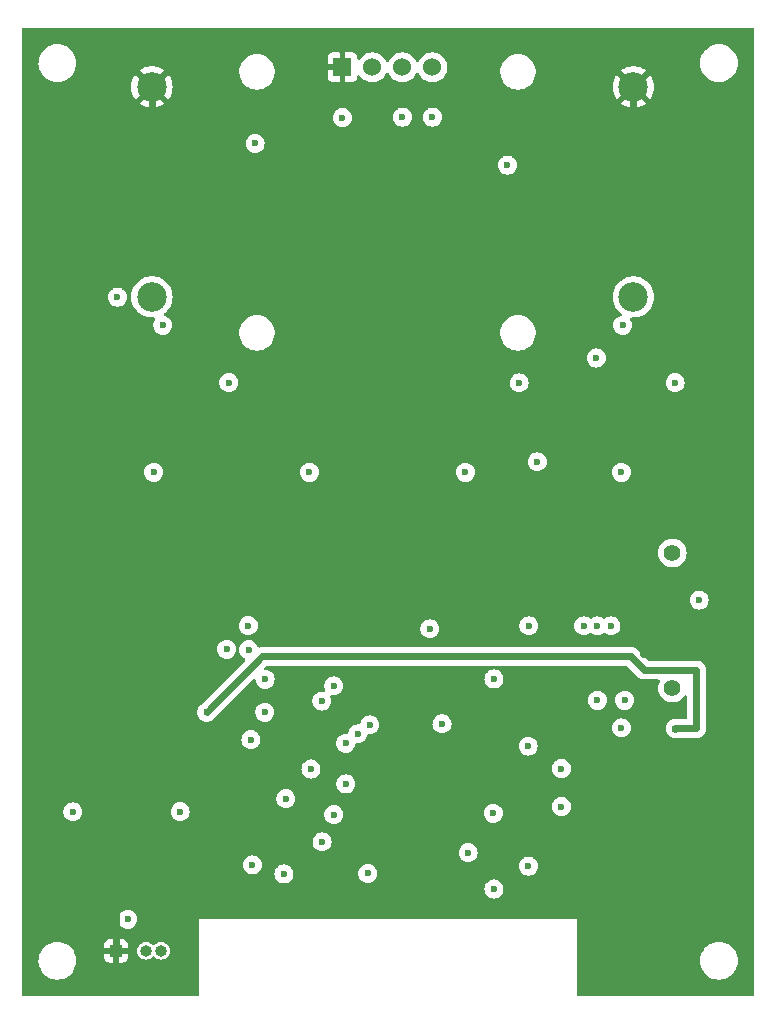
<source format=gbr>
%TF.GenerationSoftware,KiCad,Pcbnew,(7.0.0-0)*%
%TF.CreationDate,2023-11-13T22:50:32+01:00*%
%TF.ProjectId,ultimate-invitation-card,756c7469-6d61-4746-952d-696e76697461,rev?*%
%TF.SameCoordinates,Original*%
%TF.FileFunction,Copper,L2,Inr*%
%TF.FilePolarity,Positive*%
%FSLAX46Y46*%
G04 Gerber Fmt 4.6, Leading zero omitted, Abs format (unit mm)*
G04 Created by KiCad (PCBNEW (7.0.0-0)) date 2023-11-13 22:50:32*
%MOMM*%
%LPD*%
G01*
G04 APERTURE LIST*
%TA.AperFunction,ComponentPad*%
%ADD10R,1.524000X1.524000*%
%TD*%
%TA.AperFunction,ComponentPad*%
%ADD11C,1.524000*%
%TD*%
%TA.AperFunction,ComponentPad*%
%ADD12C,2.500000*%
%TD*%
%TA.AperFunction,ComponentPad*%
%ADD13R,1.000000X1.000000*%
%TD*%
%TA.AperFunction,ComponentPad*%
%ADD14O,1.000000X1.000000*%
%TD*%
%TA.AperFunction,ComponentPad*%
%ADD15C,1.400000*%
%TD*%
%TA.AperFunction,ViaPad*%
%ADD16C,0.600000*%
%TD*%
%TA.AperFunction,Conductor*%
%ADD17C,0.600000*%
%TD*%
G04 APERTURE END LIST*
D10*
%TO.N,GND*%
%TO.C,U4*%
X127761999Y-53085999D03*
D11*
%TO.N,+3.3V*%
X130302000Y-53086000D03*
%TO.N,Net-(U3-IO5)*%
X132842000Y-53086000D03*
%TO.N,Net-(U3-IO4)*%
X135382000Y-53086000D03*
%TD*%
D12*
%TO.N,GND*%
%TO.C,JP1*%
X111633000Y-54737000D03*
%TO.N,Net-(JP1-B)*%
X111633000Y-72517000D03*
%TD*%
%TO.N,GND*%
%TO.C,JP2*%
X152400000Y-54737000D03*
%TO.N,Net-(JP2-B)*%
X152400000Y-72517000D03*
%TD*%
D13*
%TO.N,GND*%
%TO.C,J1*%
X108589999Y-127888999D03*
D14*
%TO.N,Net-(J1-Pin_3)*%
X111129999Y-127888999D03*
%TO.N,Net-(J1-Pin_4)*%
X112399999Y-127888999D03*
%TD*%
D15*
%TO.N,Net-(BT1-+)*%
%TO.C,BT1*%
X155702000Y-94195900D03*
%TO.N,Net-(BT1--)*%
X155702000Y-105625900D03*
%TD*%
D16*
%TO.N,+VDC*%
X157962600Y-98196400D03*
X114024000Y-116114000D03*
X104927400Y-116128800D03*
X151652000Y-106680000D03*
X121183400Y-107696000D03*
X151384000Y-109016800D03*
%TO.N,-VDC*%
X155956000Y-109069500D03*
X154762200Y-104114600D03*
X116255800Y-107696000D03*
X157734000Y-105079800D03*
%TO.N,GND*%
X123088400Y-87376000D03*
X140589000Y-106121200D03*
X156438600Y-102768400D03*
X155930600Y-84302600D03*
X130073400Y-116128800D03*
X153238200Y-123939300D03*
X147828000Y-64490600D03*
X144526000Y-61391800D03*
X149504400Y-87376000D03*
X143535400Y-105537000D03*
X140589000Y-123926600D03*
X147040600Y-106680000D03*
X133629400Y-84302600D03*
X143510000Y-115673500D03*
X151384000Y-110932000D03*
X129514600Y-84302600D03*
X136296400Y-87350600D03*
X106934000Y-59944000D03*
X120421400Y-84302600D03*
X154965400Y-107238800D03*
X119151400Y-114350800D03*
X108712000Y-68501500D03*
X116056000Y-59980000D03*
X156099883Y-99555300D03*
X143510000Y-122616000D03*
X127025400Y-111302800D03*
X115341400Y-103428800D03*
X109905800Y-87376000D03*
X146304000Y-110566200D03*
X156950000Y-64480000D03*
X107213400Y-84302600D03*
X122809000Y-123921000D03*
X155448000Y-67030600D03*
X118135400Y-84302600D03*
X142722600Y-84302600D03*
X146812000Y-84302600D03*
X124993400Y-109778800D03*
%TO.N,+3.3V*%
X149352000Y-100380000D03*
X143510000Y-120716000D03*
X117959500Y-102362000D03*
X148183600Y-100380800D03*
X127762000Y-57353200D03*
X146304000Y-112456000D03*
X132842000Y-57300500D03*
X109589500Y-125222000D03*
X141732000Y-61366400D03*
X150495000Y-100380800D03*
X120370600Y-59537600D03*
X143535400Y-100380800D03*
X140589000Y-122656600D03*
X135382000Y-57300500D03*
X149352000Y-106680000D03*
%TO.N,Net-(U3-EN)*%
X138404600Y-119577524D03*
%TO.N,Net-(D1-A)*%
X135153400Y-100634800D03*
X143484600Y-110566200D03*
%TO.N,Net-(D5-A)*%
X111783100Y-87376000D03*
%TO.N,Net-(D6-A)*%
X124968000Y-87376000D03*
%TO.N,Net-(D7-A)*%
X138173700Y-87376000D03*
%TO.N,Net-(D8-A)*%
X151381700Y-87376000D03*
%TO.N,Net-(D9-K)*%
X146304000Y-115673500D03*
X120142000Y-120623600D03*
%TO.N,Net-(R3-Pad2)*%
X120009500Y-110007400D03*
X119786400Y-100355400D03*
%TO.N,Net-(U3-IO25)*%
X108712000Y-72542400D03*
X125095000Y-112496600D03*
%TO.N,Net-(U3-IO21)*%
X127025400Y-116357400D03*
X149250400Y-77698600D03*
%TO.N,Net-(U3-IO19)*%
X122961400Y-115011200D03*
%TO.N,Net-(U3-IO2)*%
X127025400Y-105460800D03*
%TO.N,Net-(U3-IO18)*%
X128041400Y-113761000D03*
%TO.N,Net-(U3-IO23)*%
X129903850Y-121344050D03*
%TO.N,Net-(U3-I34)*%
X126034800Y-118668800D03*
X112547400Y-74930000D03*
%TO.N,Net-(U3-I35)*%
X151485600Y-74930000D03*
X140534021Y-116246021D03*
%TO.N,Net-(U3-IO0)*%
X126009142Y-106741506D03*
%TO.N,Net-(U3-IO4)*%
X130073400Y-108762800D03*
%TO.N,Net-(U3-IO5)*%
X129057400Y-109524800D03*
%TO.N,Net-(U3-IO15)*%
X119811800Y-102387400D03*
X121215332Y-104908532D03*
%TO.N,Net-(U3-IO26)*%
X128041400Y-110324300D03*
X118135400Y-79781400D03*
%TO.N,Net-(U3-IO14)*%
X136188632Y-108667368D03*
X144262300Y-86487000D03*
%TO.N,Net-(U3-IO22)*%
X142722600Y-79806800D03*
X122809000Y-121381000D03*
%TO.N,Net-(U3-IO13)*%
X155930600Y-79781400D03*
X140589000Y-104871000D03*
%TD*%
D17*
%TO.N,-VDC*%
X157734000Y-105079800D02*
X157734000Y-109067600D01*
X157734000Y-109067600D02*
X155957900Y-109067600D01*
X152168608Y-102971600D02*
X120980200Y-102971600D01*
X153311608Y-104114600D02*
X152168608Y-102971600D01*
X155957900Y-109067600D02*
X155956000Y-109069500D01*
X120980200Y-102971600D02*
X116255800Y-107696000D01*
X157734000Y-104114600D02*
X154762200Y-104114600D01*
X157734000Y-105079800D02*
X157734000Y-104114600D01*
X154762200Y-104114600D02*
X153311608Y-104114600D01*
%TO.N,GND*%
X116052600Y-56642000D02*
X123977400Y-56642000D01*
X116056000Y-59980000D02*
X116056000Y-56645400D01*
X143510000Y-119126000D02*
X142138400Y-119126000D01*
X155448000Y-64490600D02*
X156939400Y-64490600D01*
X153238200Y-84302600D02*
X149402800Y-84302600D01*
X123977400Y-55448200D02*
X127751800Y-55448200D01*
X108709700Y-68503800D02*
X104597200Y-68503800D01*
X129514600Y-84302600D02*
X123037600Y-84302600D01*
X106934000Y-59944000D02*
X111633000Y-59944000D01*
X149402800Y-84302600D02*
X147828000Y-84302600D01*
X143510000Y-123926600D02*
X143510000Y-122616000D01*
X147828000Y-61391800D02*
X147828000Y-64490600D01*
X159918400Y-110921800D02*
X153238200Y-110921800D01*
X153238200Y-102768400D02*
X156438600Y-102768400D01*
X147040600Y-110566200D02*
X146304000Y-110566200D01*
X142138400Y-122605800D02*
X143499800Y-122605800D01*
X147828000Y-64490600D02*
X152400000Y-64490600D01*
X149504400Y-84404200D02*
X149402800Y-84302600D01*
X146812000Y-84302600D02*
X142722600Y-84302600D01*
X159918400Y-102768400D02*
X159918400Y-110921800D01*
X109804200Y-84302600D02*
X108712000Y-84302600D01*
X108590000Y-127889000D02*
X108590000Y-123931600D01*
X152400000Y-64490600D02*
X155448000Y-64490600D01*
X142138400Y-119126000D02*
X142138400Y-122605800D01*
X151373800Y-110921800D02*
X151384000Y-110932000D01*
X143510000Y-123926600D02*
X153225500Y-123926600D01*
X118135400Y-84302600D02*
X109804200Y-84302600D01*
X136296400Y-87350600D02*
X136296400Y-84353400D01*
X109905800Y-84404200D02*
X109804200Y-84302600D01*
X108590600Y-123921000D02*
X122809000Y-123921000D01*
X142722600Y-84302600D02*
X136245600Y-84302600D01*
X104597200Y-59969400D02*
X106908600Y-59969400D01*
X108712000Y-84302600D02*
X107213400Y-84302600D01*
X144526000Y-61391800D02*
X147828000Y-61391800D01*
X107213400Y-84302600D02*
X104597200Y-84302600D01*
X109905800Y-87376000D02*
X109905800Y-84404200D01*
X104597200Y-84302600D02*
X104597200Y-68503800D01*
X159905700Y-99555300D02*
X159918400Y-99542600D01*
X149123400Y-110921800D02*
X151373800Y-110921800D01*
X108590000Y-123931600D02*
X108585000Y-123926600D01*
X159918400Y-99542600D02*
X159918400Y-102768400D01*
X106908600Y-59969400D02*
X106934000Y-59944000D01*
X140589000Y-106121200D02*
X141935200Y-106121200D01*
X123088400Y-84353400D02*
X123037600Y-84302600D01*
X153228000Y-110932000D02*
X153238200Y-110921800D01*
X111633000Y-54737000D02*
X111633000Y-59944000D01*
X147828000Y-64490600D02*
X147828000Y-84302600D01*
X143510000Y-119126000D02*
X143510000Y-115673500D01*
X116020000Y-59944000D02*
X116056000Y-59980000D01*
X156438600Y-102768400D02*
X159918400Y-102768400D01*
X147040600Y-106680000D02*
X147040600Y-110566200D01*
X123037600Y-84302600D02*
X120421400Y-84302600D01*
X141935200Y-106121200D02*
X141935200Y-105537000D01*
X156939400Y-64490600D02*
X156950000Y-64480000D01*
X123977400Y-56642000D02*
X123977400Y-55448200D01*
X156099883Y-99555300D02*
X159905700Y-99555300D01*
X153238200Y-123939300D02*
X153238200Y-110921800D01*
X143499800Y-122605800D02*
X143510000Y-122616000D01*
X136296400Y-84353400D02*
X136245600Y-84302600D01*
X149123400Y-110566200D02*
X147040600Y-110566200D01*
X122814600Y-123926600D02*
X122809000Y-123921000D01*
X152400000Y-54737000D02*
X152400000Y-64490600D01*
X155448000Y-67030600D02*
X155448000Y-64490600D01*
X149123400Y-110566200D02*
X149123400Y-110921800D01*
X153225500Y-123926600D02*
X153238200Y-123939300D01*
X147040600Y-105537000D02*
X147040600Y-106680000D01*
X143535400Y-105537000D02*
X147040600Y-105537000D01*
X104597200Y-68503800D02*
X104597200Y-59969400D01*
X136245600Y-84302600D02*
X129514600Y-84302600D01*
X149504400Y-87376000D02*
X149504400Y-84404200D01*
X108712000Y-68501500D02*
X108709700Y-68503800D01*
X141935200Y-105537000D02*
X143535400Y-105537000D01*
X120421400Y-84302600D02*
X118135400Y-84302600D01*
X111633000Y-59944000D02*
X116020000Y-59944000D01*
X116056000Y-56645400D02*
X116052600Y-56642000D01*
X153238200Y-102768400D02*
X153238200Y-84302600D01*
X108585000Y-123926600D02*
X108590600Y-123921000D01*
X140589000Y-123926600D02*
X143510000Y-123926600D01*
X151384000Y-110932000D02*
X153228000Y-110932000D01*
X147828000Y-84302600D02*
X146812000Y-84302600D01*
X127751800Y-55448200D02*
X127762000Y-55438000D01*
X140589000Y-123926600D02*
X122814600Y-123926600D01*
X123088400Y-87376000D02*
X123088400Y-84353400D01*
X155930600Y-84302600D02*
X153238200Y-84302600D01*
%TD*%
%TA.AperFunction,Conductor*%
%TO.N,GND*%
G36*
X162569500Y-49739113D02*
G01*
X162614887Y-49784500D01*
X162631500Y-49846500D01*
X162631500Y-131597500D01*
X162614887Y-131659500D01*
X162569500Y-131704887D01*
X162507500Y-131721500D01*
X147756500Y-131721500D01*
X147694500Y-131704887D01*
X147649113Y-131659500D01*
X147632500Y-131597500D01*
X147632500Y-128722000D01*
X158026551Y-128722000D01*
X158046317Y-128973148D01*
X158047452Y-128977877D01*
X158047453Y-128977881D01*
X158103989Y-129213374D01*
X158103991Y-129213382D01*
X158105127Y-129218111D01*
X158201534Y-129450859D01*
X158204081Y-129455016D01*
X158204082Y-129455017D01*
X158330617Y-129661504D01*
X158330622Y-129661511D01*
X158333164Y-129665659D01*
X158336324Y-129669358D01*
X158336327Y-129669363D01*
X158493183Y-129853017D01*
X158496776Y-129857224D01*
X158500476Y-129860384D01*
X158682705Y-130016023D01*
X158688341Y-130020836D01*
X158692491Y-130023379D01*
X158692495Y-130023382D01*
X158804300Y-130091896D01*
X158903141Y-130152466D01*
X159135889Y-130248873D01*
X159380852Y-130307683D01*
X159632000Y-130327449D01*
X159883148Y-130307683D01*
X160128111Y-130248873D01*
X160360859Y-130152466D01*
X160575659Y-130020836D01*
X160767224Y-129857224D01*
X160930836Y-129665659D01*
X161062466Y-129450859D01*
X161158873Y-129218111D01*
X161217683Y-128973148D01*
X161237449Y-128722000D01*
X161217683Y-128470852D01*
X161158873Y-128225889D01*
X161062466Y-127993141D01*
X160930836Y-127778341D01*
X160767224Y-127586776D01*
X160730509Y-127555418D01*
X160579363Y-127426327D01*
X160579358Y-127426324D01*
X160575659Y-127423164D01*
X160571511Y-127420622D01*
X160571504Y-127420617D01*
X160365017Y-127294082D01*
X160365016Y-127294081D01*
X160360859Y-127291534D01*
X160128111Y-127195127D01*
X160123382Y-127193991D01*
X160123374Y-127193989D01*
X159887881Y-127137453D01*
X159887877Y-127137452D01*
X159883148Y-127136317D01*
X159878295Y-127135935D01*
X159636854Y-127116933D01*
X159632000Y-127116551D01*
X159627146Y-127116933D01*
X159385704Y-127135935D01*
X159385702Y-127135935D01*
X159380852Y-127136317D01*
X159376124Y-127137451D01*
X159376118Y-127137453D01*
X159140625Y-127193989D01*
X159140613Y-127193992D01*
X159135889Y-127195127D01*
X159131392Y-127196989D01*
X159131388Y-127196991D01*
X158907645Y-127289668D01*
X158907640Y-127289670D01*
X158903141Y-127291534D01*
X158898988Y-127294078D01*
X158898982Y-127294082D01*
X158692495Y-127420617D01*
X158692482Y-127420626D01*
X158688341Y-127423164D01*
X158684646Y-127426319D01*
X158684636Y-127426327D01*
X158500476Y-127583615D01*
X158500469Y-127583621D01*
X158496776Y-127586776D01*
X158493621Y-127590469D01*
X158493615Y-127590476D01*
X158336327Y-127774636D01*
X158336319Y-127774646D01*
X158333164Y-127778341D01*
X158330626Y-127782482D01*
X158330617Y-127782495D01*
X158204082Y-127988982D01*
X158204078Y-127988988D01*
X158201534Y-127993141D01*
X158105127Y-128225889D01*
X158103992Y-128230613D01*
X158103989Y-128230625D01*
X158047453Y-128466118D01*
X158047451Y-128466124D01*
X158046317Y-128470852D01*
X158045935Y-128475702D01*
X158045935Y-128475704D01*
X158034099Y-128626093D01*
X158026551Y-128722000D01*
X147632500Y-128722000D01*
X147632500Y-125234025D01*
X147632500Y-125222099D01*
X147632541Y-125222000D01*
X147632383Y-125221617D01*
X147632099Y-125221500D01*
X147632000Y-125221459D01*
X147631901Y-125221500D01*
X115632099Y-125221500D01*
X115632000Y-125221459D01*
X115631901Y-125221500D01*
X115631617Y-125221617D01*
X115631459Y-125222000D01*
X115631500Y-125222099D01*
X115631500Y-125234025D01*
X115631500Y-131597500D01*
X115614887Y-131659500D01*
X115569500Y-131704887D01*
X115507500Y-131721500D01*
X100756500Y-131721500D01*
X100694500Y-131704887D01*
X100649113Y-131659500D01*
X100632500Y-131597500D01*
X100632500Y-128722000D01*
X102026551Y-128722000D01*
X102046317Y-128973148D01*
X102047452Y-128977877D01*
X102047453Y-128977881D01*
X102103989Y-129213374D01*
X102103991Y-129213382D01*
X102105127Y-129218111D01*
X102201534Y-129450859D01*
X102204081Y-129455016D01*
X102204082Y-129455017D01*
X102330617Y-129661504D01*
X102330622Y-129661511D01*
X102333164Y-129665659D01*
X102336324Y-129669358D01*
X102336327Y-129669363D01*
X102493183Y-129853017D01*
X102496776Y-129857224D01*
X102500476Y-129860384D01*
X102682705Y-130016023D01*
X102688341Y-130020836D01*
X102692491Y-130023379D01*
X102692495Y-130023382D01*
X102804300Y-130091896D01*
X102903141Y-130152466D01*
X103135889Y-130248873D01*
X103380852Y-130307683D01*
X103632000Y-130327449D01*
X103883148Y-130307683D01*
X104128111Y-130248873D01*
X104360859Y-130152466D01*
X104575659Y-130020836D01*
X104767224Y-129857224D01*
X104930836Y-129665659D01*
X105062466Y-129450859D01*
X105158873Y-129218111D01*
X105217683Y-128973148D01*
X105237449Y-128722000D01*
X105217683Y-128470852D01*
X105208720Y-128433518D01*
X107590000Y-128433518D01*
X107590353Y-128440114D01*
X107595573Y-128488667D01*
X107599111Y-128503641D01*
X107643547Y-128622777D01*
X107651962Y-128638189D01*
X107727498Y-128739092D01*
X107739907Y-128751501D01*
X107840810Y-128827037D01*
X107856222Y-128835452D01*
X107975358Y-128879888D01*
X107990332Y-128883426D01*
X108038885Y-128888646D01*
X108045482Y-128889000D01*
X108323674Y-128889000D01*
X108336549Y-128885549D01*
X108340000Y-128872674D01*
X108840000Y-128872674D01*
X108843450Y-128885549D01*
X108856326Y-128889000D01*
X109134518Y-128889000D01*
X109141114Y-128888646D01*
X109189667Y-128883426D01*
X109204641Y-128879888D01*
X109323777Y-128835452D01*
X109339189Y-128827037D01*
X109440092Y-128751501D01*
X109452501Y-128739092D01*
X109528037Y-128638189D01*
X109536452Y-128622777D01*
X109580888Y-128503641D01*
X109584426Y-128488667D01*
X109589646Y-128440114D01*
X109590000Y-128433518D01*
X109590000Y-128155326D01*
X109586549Y-128142450D01*
X109573674Y-128139000D01*
X108856326Y-128139000D01*
X108843450Y-128142450D01*
X108840000Y-128155326D01*
X108840000Y-128872674D01*
X108340000Y-128872674D01*
X108340000Y-128155326D01*
X108336549Y-128142450D01*
X108323674Y-128139000D01*
X107606326Y-128139000D01*
X107593450Y-128142450D01*
X107590000Y-128155326D01*
X107590000Y-128433518D01*
X105208720Y-128433518D01*
X105158873Y-128225889D01*
X105062466Y-127993141D01*
X104998648Y-127889000D01*
X110374751Y-127889000D01*
X110375531Y-127895923D01*
X110392906Y-128050135D01*
X110392907Y-128050142D01*
X110393687Y-128057059D01*
X110449544Y-128216690D01*
X110539523Y-128359890D01*
X110659110Y-128479477D01*
X110802310Y-128569456D01*
X110961941Y-128625313D01*
X111130000Y-128644249D01*
X111298059Y-128625313D01*
X111457690Y-128569456D01*
X111600890Y-128479477D01*
X111677318Y-128403048D01*
X111732906Y-128370954D01*
X111797094Y-128370954D01*
X111852680Y-128403047D01*
X111929110Y-128479477D01*
X112072310Y-128569456D01*
X112231941Y-128625313D01*
X112400000Y-128644249D01*
X112568059Y-128625313D01*
X112727690Y-128569456D01*
X112870890Y-128479477D01*
X112990477Y-128359890D01*
X113080456Y-128216690D01*
X113136313Y-128057059D01*
X113155249Y-127889000D01*
X113136313Y-127720941D01*
X113080456Y-127561310D01*
X112990477Y-127418110D01*
X112870890Y-127298523D01*
X112856797Y-127289668D01*
X112832432Y-127274358D01*
X112727690Y-127208544D01*
X112721124Y-127206246D01*
X112721121Y-127206245D01*
X112574633Y-127154987D01*
X112574630Y-127154986D01*
X112568059Y-127152687D01*
X112561142Y-127151907D01*
X112561135Y-127151906D01*
X112406923Y-127134531D01*
X112400000Y-127133751D01*
X112393077Y-127134531D01*
X112238864Y-127151906D01*
X112238855Y-127151907D01*
X112231941Y-127152687D01*
X112225371Y-127154985D01*
X112225366Y-127154987D01*
X112078878Y-127206245D01*
X112078872Y-127206247D01*
X112072310Y-127208544D01*
X112066419Y-127212245D01*
X112066418Y-127212246D01*
X111935010Y-127294815D01*
X111935005Y-127294818D01*
X111929110Y-127298523D01*
X111924185Y-127303447D01*
X111924181Y-127303451D01*
X111852681Y-127374952D01*
X111797094Y-127407046D01*
X111732906Y-127407046D01*
X111677319Y-127374952D01*
X111605818Y-127303451D01*
X111600890Y-127298523D01*
X111586797Y-127289668D01*
X111562432Y-127274358D01*
X111457690Y-127208544D01*
X111451124Y-127206246D01*
X111451121Y-127206245D01*
X111304633Y-127154987D01*
X111304630Y-127154986D01*
X111298059Y-127152687D01*
X111291142Y-127151907D01*
X111291135Y-127151906D01*
X111136923Y-127134531D01*
X111130000Y-127133751D01*
X111123077Y-127134531D01*
X110968864Y-127151906D01*
X110968855Y-127151907D01*
X110961941Y-127152687D01*
X110955371Y-127154985D01*
X110955366Y-127154987D01*
X110808878Y-127206245D01*
X110808872Y-127206247D01*
X110802310Y-127208544D01*
X110796419Y-127212245D01*
X110796418Y-127212246D01*
X110665010Y-127294815D01*
X110665005Y-127294818D01*
X110659110Y-127298523D01*
X110654185Y-127303447D01*
X110654181Y-127303451D01*
X110544451Y-127413181D01*
X110544447Y-127413185D01*
X110539523Y-127418110D01*
X110535818Y-127424005D01*
X110535815Y-127424010D01*
X110495000Y-127488967D01*
X110449544Y-127561310D01*
X110447247Y-127567872D01*
X110447245Y-127567878D01*
X110395987Y-127714366D01*
X110395985Y-127714371D01*
X110393687Y-127720941D01*
X110392907Y-127727855D01*
X110392906Y-127727864D01*
X110386751Y-127782495D01*
X110374751Y-127889000D01*
X104998648Y-127889000D01*
X104930836Y-127778341D01*
X104797884Y-127622674D01*
X107590000Y-127622674D01*
X107593450Y-127635549D01*
X107606326Y-127639000D01*
X108323674Y-127639000D01*
X108336549Y-127635549D01*
X108340000Y-127622674D01*
X108840000Y-127622674D01*
X108843450Y-127635549D01*
X108856326Y-127639000D01*
X109573674Y-127639000D01*
X109586549Y-127635549D01*
X109590000Y-127622674D01*
X109590000Y-127344482D01*
X109589646Y-127337885D01*
X109584426Y-127289332D01*
X109580888Y-127274358D01*
X109536452Y-127155222D01*
X109528037Y-127139810D01*
X109452501Y-127038907D01*
X109440092Y-127026498D01*
X109339189Y-126950962D01*
X109323777Y-126942547D01*
X109204641Y-126898111D01*
X109189667Y-126894573D01*
X109141114Y-126889353D01*
X109134518Y-126889000D01*
X108856326Y-126889000D01*
X108843450Y-126892450D01*
X108840000Y-126905326D01*
X108840000Y-127622674D01*
X108340000Y-127622674D01*
X108340000Y-126905326D01*
X108336549Y-126892450D01*
X108323674Y-126889000D01*
X108045482Y-126889000D01*
X108038885Y-126889353D01*
X107990332Y-126894573D01*
X107975358Y-126898111D01*
X107856222Y-126942547D01*
X107840810Y-126950962D01*
X107739907Y-127026498D01*
X107727498Y-127038907D01*
X107651962Y-127139810D01*
X107643547Y-127155222D01*
X107599111Y-127274358D01*
X107595573Y-127289332D01*
X107590353Y-127337885D01*
X107590000Y-127344482D01*
X107590000Y-127622674D01*
X104797884Y-127622674D01*
X104767224Y-127586776D01*
X104730509Y-127555418D01*
X104579363Y-127426327D01*
X104579358Y-127426324D01*
X104575659Y-127423164D01*
X104571511Y-127420622D01*
X104571504Y-127420617D01*
X104365017Y-127294082D01*
X104365016Y-127294081D01*
X104360859Y-127291534D01*
X104128111Y-127195127D01*
X104123382Y-127193991D01*
X104123374Y-127193989D01*
X103887881Y-127137453D01*
X103887877Y-127137452D01*
X103883148Y-127136317D01*
X103878295Y-127135935D01*
X103636854Y-127116933D01*
X103632000Y-127116551D01*
X103627146Y-127116933D01*
X103385704Y-127135935D01*
X103385702Y-127135935D01*
X103380852Y-127136317D01*
X103376124Y-127137451D01*
X103376118Y-127137453D01*
X103140625Y-127193989D01*
X103140613Y-127193992D01*
X103135889Y-127195127D01*
X103131392Y-127196989D01*
X103131388Y-127196991D01*
X102907645Y-127289668D01*
X102907640Y-127289670D01*
X102903141Y-127291534D01*
X102898988Y-127294078D01*
X102898982Y-127294082D01*
X102692495Y-127420617D01*
X102692482Y-127420626D01*
X102688341Y-127423164D01*
X102684646Y-127426319D01*
X102684636Y-127426327D01*
X102500476Y-127583615D01*
X102500469Y-127583621D01*
X102496776Y-127586776D01*
X102493621Y-127590469D01*
X102493615Y-127590476D01*
X102336327Y-127774636D01*
X102336319Y-127774646D01*
X102333164Y-127778341D01*
X102330626Y-127782482D01*
X102330617Y-127782495D01*
X102204082Y-127988982D01*
X102204078Y-127988988D01*
X102201534Y-127993141D01*
X102105127Y-128225889D01*
X102103992Y-128230613D01*
X102103989Y-128230625D01*
X102047453Y-128466118D01*
X102047451Y-128466124D01*
X102046317Y-128470852D01*
X102045935Y-128475702D01*
X102045935Y-128475704D01*
X102034099Y-128626093D01*
X102026551Y-128722000D01*
X100632500Y-128722000D01*
X100632500Y-125222000D01*
X108783935Y-125222000D01*
X108804132Y-125401255D01*
X108806428Y-125407819D01*
X108806430Y-125407824D01*
X108861413Y-125564956D01*
X108863711Y-125571522D01*
X108959684Y-125724262D01*
X109087238Y-125851816D01*
X109239978Y-125947789D01*
X109410245Y-126007368D01*
X109589500Y-126027565D01*
X109768755Y-126007368D01*
X109939022Y-125947789D01*
X110091762Y-125851816D01*
X110219316Y-125724262D01*
X110315289Y-125571522D01*
X110374868Y-125401255D01*
X110395065Y-125222000D01*
X110374868Y-125042745D01*
X110315289Y-124872478D01*
X110219316Y-124719738D01*
X110091762Y-124592184D01*
X109939022Y-124496211D01*
X109932459Y-124493914D01*
X109932456Y-124493913D01*
X109775324Y-124438930D01*
X109775319Y-124438928D01*
X109768755Y-124436632D01*
X109761835Y-124435852D01*
X109761834Y-124435852D01*
X109596423Y-124417215D01*
X109589500Y-124416435D01*
X109582577Y-124417215D01*
X109417165Y-124435852D01*
X109417162Y-124435852D01*
X109410245Y-124436632D01*
X109403682Y-124438928D01*
X109403675Y-124438930D01*
X109246543Y-124493913D01*
X109246536Y-124493915D01*
X109239978Y-124496211D01*
X109234090Y-124499910D01*
X109234087Y-124499912D01*
X109093138Y-124588476D01*
X109093133Y-124588479D01*
X109087238Y-124592184D01*
X109082313Y-124597108D01*
X109082309Y-124597112D01*
X108964612Y-124714809D01*
X108964608Y-124714813D01*
X108959684Y-124719738D01*
X108955979Y-124725633D01*
X108955976Y-124725638D01*
X108867412Y-124866587D01*
X108867410Y-124866590D01*
X108863711Y-124872478D01*
X108861415Y-124879036D01*
X108861413Y-124879043D01*
X108806430Y-125036175D01*
X108806428Y-125036182D01*
X108804132Y-125042745D01*
X108783935Y-125222000D01*
X100632500Y-125222000D01*
X100632500Y-122656600D01*
X139783435Y-122656600D01*
X139803632Y-122835855D01*
X139805928Y-122842419D01*
X139805930Y-122842424D01*
X139860913Y-122999556D01*
X139863211Y-123006122D01*
X139959184Y-123158862D01*
X140086738Y-123286416D01*
X140239478Y-123382389D01*
X140409745Y-123441968D01*
X140589000Y-123462165D01*
X140768255Y-123441968D01*
X140938522Y-123382389D01*
X141091262Y-123286416D01*
X141218816Y-123158862D01*
X141314789Y-123006122D01*
X141374368Y-122835855D01*
X141394565Y-122656600D01*
X141374368Y-122477345D01*
X141314789Y-122307078D01*
X141218816Y-122154338D01*
X141091262Y-122026784D01*
X140938522Y-121930811D01*
X140931959Y-121928514D01*
X140931956Y-121928513D01*
X140774824Y-121873530D01*
X140774819Y-121873528D01*
X140768255Y-121871232D01*
X140761335Y-121870452D01*
X140761334Y-121870452D01*
X140595923Y-121851815D01*
X140589000Y-121851035D01*
X140582077Y-121851815D01*
X140416665Y-121870452D01*
X140416662Y-121870452D01*
X140409745Y-121871232D01*
X140403182Y-121873528D01*
X140403175Y-121873530D01*
X140246043Y-121928513D01*
X140246036Y-121928515D01*
X140239478Y-121930811D01*
X140233590Y-121934510D01*
X140233587Y-121934512D01*
X140092638Y-122023076D01*
X140092633Y-122023079D01*
X140086738Y-122026784D01*
X140081813Y-122031708D01*
X140081809Y-122031712D01*
X139964112Y-122149409D01*
X139964108Y-122149413D01*
X139959184Y-122154338D01*
X139955479Y-122160233D01*
X139955476Y-122160238D01*
X139866912Y-122301187D01*
X139866910Y-122301190D01*
X139863211Y-122307078D01*
X139860915Y-122313636D01*
X139860913Y-122313643D01*
X139805930Y-122470775D01*
X139805928Y-122470782D01*
X139803632Y-122477345D01*
X139783435Y-122656600D01*
X100632500Y-122656600D01*
X100632500Y-120623600D01*
X119336435Y-120623600D01*
X119356632Y-120802855D01*
X119358928Y-120809419D01*
X119358930Y-120809424D01*
X119413913Y-120966556D01*
X119416211Y-120973122D01*
X119512184Y-121125862D01*
X119639738Y-121253416D01*
X119792478Y-121349389D01*
X119962745Y-121408968D01*
X120142000Y-121429165D01*
X120321255Y-121408968D01*
X120401183Y-121381000D01*
X122003435Y-121381000D01*
X122023632Y-121560255D01*
X122025928Y-121566819D01*
X122025930Y-121566824D01*
X122080913Y-121723956D01*
X122083211Y-121730522D01*
X122086912Y-121736412D01*
X122159424Y-121851815D01*
X122179184Y-121883262D01*
X122306738Y-122010816D01*
X122459478Y-122106789D01*
X122629745Y-122166368D01*
X122809000Y-122186565D01*
X122988255Y-122166368D01*
X123158522Y-122106789D01*
X123311262Y-122010816D01*
X123438816Y-121883262D01*
X123534789Y-121730522D01*
X123594368Y-121560255D01*
X123614565Y-121381000D01*
X123610402Y-121344050D01*
X129098285Y-121344050D01*
X129118482Y-121523305D01*
X129120778Y-121529869D01*
X129120780Y-121529874D01*
X129175763Y-121687006D01*
X129178061Y-121693572D01*
X129274034Y-121846312D01*
X129401588Y-121973866D01*
X129554328Y-122069839D01*
X129724595Y-122129418D01*
X129903850Y-122149615D01*
X130083105Y-122129418D01*
X130253372Y-122069839D01*
X130406112Y-121973866D01*
X130533666Y-121846312D01*
X130629639Y-121693572D01*
X130689218Y-121523305D01*
X130709415Y-121344050D01*
X130689218Y-121164795D01*
X130629639Y-120994528D01*
X130533666Y-120841788D01*
X130407878Y-120716000D01*
X142704435Y-120716000D01*
X142705215Y-120722923D01*
X142722215Y-120873809D01*
X142724632Y-120895255D01*
X142726928Y-120901819D01*
X142726930Y-120901824D01*
X142781913Y-121058956D01*
X142784211Y-121065522D01*
X142787912Y-121071412D01*
X142850936Y-121171715D01*
X142880184Y-121218262D01*
X143007738Y-121345816D01*
X143160478Y-121441789D01*
X143330745Y-121501368D01*
X143510000Y-121521565D01*
X143689255Y-121501368D01*
X143859522Y-121441789D01*
X144012262Y-121345816D01*
X144139816Y-121218262D01*
X144235789Y-121065522D01*
X144295368Y-120895255D01*
X144315565Y-120716000D01*
X144295368Y-120536745D01*
X144235789Y-120366478D01*
X144139816Y-120213738D01*
X144012262Y-120086184D01*
X143859522Y-119990211D01*
X143852959Y-119987914D01*
X143852956Y-119987913D01*
X143695824Y-119932930D01*
X143695819Y-119932928D01*
X143689255Y-119930632D01*
X143682335Y-119929852D01*
X143682334Y-119929852D01*
X143516923Y-119911215D01*
X143510000Y-119910435D01*
X143503077Y-119911215D01*
X143337665Y-119929852D01*
X143337662Y-119929852D01*
X143330745Y-119930632D01*
X143324182Y-119932928D01*
X143324175Y-119932930D01*
X143167043Y-119987913D01*
X143167036Y-119987915D01*
X143160478Y-119990211D01*
X143154590Y-119993910D01*
X143154587Y-119993912D01*
X143013638Y-120082476D01*
X143013633Y-120082479D01*
X143007738Y-120086184D01*
X143002813Y-120091108D01*
X143002809Y-120091112D01*
X142885112Y-120208809D01*
X142885108Y-120208813D01*
X142880184Y-120213738D01*
X142876479Y-120219633D01*
X142876476Y-120219638D01*
X142787912Y-120360587D01*
X142787910Y-120360590D01*
X142784211Y-120366478D01*
X142781915Y-120373036D01*
X142781913Y-120373043D01*
X142726930Y-120530175D01*
X142726928Y-120530182D01*
X142724632Y-120536745D01*
X142723852Y-120543662D01*
X142723852Y-120543665D01*
X142720185Y-120576215D01*
X142704435Y-120716000D01*
X130407878Y-120716000D01*
X130406112Y-120714234D01*
X130253372Y-120618261D01*
X130246809Y-120615964D01*
X130246806Y-120615963D01*
X130089674Y-120560980D01*
X130089669Y-120560978D01*
X130083105Y-120558682D01*
X130076185Y-120557902D01*
X130076184Y-120557902D01*
X129910773Y-120539265D01*
X129903850Y-120538485D01*
X129896927Y-120539265D01*
X129731515Y-120557902D01*
X129731512Y-120557902D01*
X129724595Y-120558682D01*
X129718032Y-120560978D01*
X129718025Y-120560980D01*
X129560893Y-120615963D01*
X129560886Y-120615965D01*
X129554328Y-120618261D01*
X129548440Y-120621960D01*
X129548437Y-120621962D01*
X129407488Y-120710526D01*
X129407483Y-120710529D01*
X129401588Y-120714234D01*
X129396663Y-120719158D01*
X129396659Y-120719162D01*
X129278962Y-120836859D01*
X129278958Y-120836863D01*
X129274034Y-120841788D01*
X129270329Y-120847683D01*
X129270326Y-120847688D01*
X129181762Y-120988637D01*
X129181760Y-120988640D01*
X129178061Y-120994528D01*
X129175765Y-121001086D01*
X129175763Y-121001093D01*
X129120780Y-121158225D01*
X129120778Y-121158232D01*
X129118482Y-121164795D01*
X129117702Y-121171712D01*
X129117702Y-121171715D01*
X129109052Y-121248487D01*
X129098285Y-121344050D01*
X123610402Y-121344050D01*
X123594368Y-121201745D01*
X123534789Y-121031478D01*
X123438816Y-120878738D01*
X123311262Y-120751184D01*
X123252456Y-120714234D01*
X123164412Y-120658912D01*
X123158522Y-120655211D01*
X123151959Y-120652914D01*
X123151956Y-120652913D01*
X122994824Y-120597930D01*
X122994819Y-120597928D01*
X122988255Y-120595632D01*
X122981335Y-120594852D01*
X122981334Y-120594852D01*
X122815923Y-120576215D01*
X122809000Y-120575435D01*
X122802077Y-120576215D01*
X122636665Y-120594852D01*
X122636662Y-120594852D01*
X122629745Y-120595632D01*
X122623182Y-120597928D01*
X122623175Y-120597930D01*
X122466043Y-120652913D01*
X122466036Y-120652915D01*
X122459478Y-120655211D01*
X122453590Y-120658910D01*
X122453587Y-120658912D01*
X122312638Y-120747476D01*
X122312633Y-120747479D01*
X122306738Y-120751184D01*
X122301813Y-120756108D01*
X122301809Y-120756112D01*
X122184112Y-120873809D01*
X122184108Y-120873813D01*
X122179184Y-120878738D01*
X122175479Y-120884633D01*
X122175476Y-120884638D01*
X122086912Y-121025587D01*
X122086910Y-121025590D01*
X122083211Y-121031478D01*
X122080915Y-121038036D01*
X122080913Y-121038043D01*
X122025930Y-121195175D01*
X122025928Y-121195182D01*
X122023632Y-121201745D01*
X122022852Y-121208662D01*
X122022852Y-121208665D01*
X122018365Y-121248487D01*
X122003435Y-121381000D01*
X120401183Y-121381000D01*
X120491522Y-121349389D01*
X120644262Y-121253416D01*
X120771816Y-121125862D01*
X120867789Y-120973122D01*
X120927368Y-120802855D01*
X120947565Y-120623600D01*
X120927368Y-120444345D01*
X120867789Y-120274078D01*
X120771816Y-120121338D01*
X120644262Y-119993784D01*
X120634918Y-119987913D01*
X120497412Y-119901512D01*
X120491522Y-119897811D01*
X120484959Y-119895514D01*
X120484956Y-119895513D01*
X120327824Y-119840530D01*
X120327819Y-119840528D01*
X120321255Y-119838232D01*
X120314335Y-119837452D01*
X120314334Y-119837452D01*
X120148923Y-119818815D01*
X120142000Y-119818035D01*
X120135077Y-119818815D01*
X119969665Y-119837452D01*
X119969662Y-119837452D01*
X119962745Y-119838232D01*
X119956182Y-119840528D01*
X119956175Y-119840530D01*
X119799043Y-119895513D01*
X119799036Y-119895515D01*
X119792478Y-119897811D01*
X119786590Y-119901510D01*
X119786587Y-119901512D01*
X119645638Y-119990076D01*
X119645633Y-119990079D01*
X119639738Y-119993784D01*
X119634813Y-119998708D01*
X119634809Y-119998712D01*
X119517112Y-120116409D01*
X119517108Y-120116413D01*
X119512184Y-120121338D01*
X119508479Y-120127233D01*
X119508476Y-120127238D01*
X119419912Y-120268187D01*
X119419910Y-120268190D01*
X119416211Y-120274078D01*
X119413915Y-120280636D01*
X119413913Y-120280643D01*
X119358930Y-120437775D01*
X119358928Y-120437782D01*
X119356632Y-120444345D01*
X119355852Y-120451262D01*
X119355852Y-120451265D01*
X119341862Y-120575435D01*
X119336435Y-120623600D01*
X100632500Y-120623600D01*
X100632500Y-119577524D01*
X137599035Y-119577524D01*
X137619232Y-119756779D01*
X137621528Y-119763343D01*
X137621530Y-119763348D01*
X137673271Y-119911215D01*
X137678811Y-119927046D01*
X137774784Y-120079786D01*
X137902338Y-120207340D01*
X138055078Y-120303313D01*
X138225345Y-120362892D01*
X138404600Y-120383089D01*
X138583855Y-120362892D01*
X138754122Y-120303313D01*
X138906862Y-120207340D01*
X139034416Y-120079786D01*
X139130389Y-119927046D01*
X139189968Y-119756779D01*
X139210165Y-119577524D01*
X139189968Y-119398269D01*
X139130389Y-119228002D01*
X139034416Y-119075262D01*
X138906862Y-118947708D01*
X138754122Y-118851735D01*
X138747559Y-118849438D01*
X138747556Y-118849437D01*
X138590424Y-118794454D01*
X138590419Y-118794452D01*
X138583855Y-118792156D01*
X138576935Y-118791376D01*
X138576934Y-118791376D01*
X138411523Y-118772739D01*
X138404600Y-118771959D01*
X138397677Y-118772739D01*
X138232265Y-118791376D01*
X138232262Y-118791376D01*
X138225345Y-118792156D01*
X138218782Y-118794452D01*
X138218775Y-118794454D01*
X138061643Y-118849437D01*
X138061636Y-118849439D01*
X138055078Y-118851735D01*
X138049190Y-118855434D01*
X138049187Y-118855436D01*
X137908238Y-118944000D01*
X137908233Y-118944003D01*
X137902338Y-118947708D01*
X137897413Y-118952632D01*
X137897409Y-118952636D01*
X137779712Y-119070333D01*
X137779708Y-119070337D01*
X137774784Y-119075262D01*
X137771079Y-119081157D01*
X137771076Y-119081162D01*
X137682512Y-119222111D01*
X137682510Y-119222114D01*
X137678811Y-119228002D01*
X137676515Y-119234560D01*
X137676513Y-119234567D01*
X137621530Y-119391699D01*
X137621528Y-119391706D01*
X137619232Y-119398269D01*
X137599035Y-119577524D01*
X100632500Y-119577524D01*
X100632500Y-118668800D01*
X125229235Y-118668800D01*
X125249432Y-118848055D01*
X125251728Y-118854619D01*
X125251730Y-118854624D01*
X125284302Y-118947708D01*
X125309011Y-119018322D01*
X125404984Y-119171062D01*
X125532538Y-119298616D01*
X125685278Y-119394589D01*
X125855545Y-119454168D01*
X126034800Y-119474365D01*
X126214055Y-119454168D01*
X126384322Y-119394589D01*
X126537062Y-119298616D01*
X126664616Y-119171062D01*
X126760589Y-119018322D01*
X126820168Y-118848055D01*
X126840365Y-118668800D01*
X126820168Y-118489545D01*
X126760589Y-118319278D01*
X126664616Y-118166538D01*
X126537062Y-118038984D01*
X126384322Y-117943011D01*
X126377759Y-117940714D01*
X126377756Y-117940713D01*
X126220624Y-117885730D01*
X126220619Y-117885728D01*
X126214055Y-117883432D01*
X126207135Y-117882652D01*
X126207134Y-117882652D01*
X126041723Y-117864015D01*
X126034800Y-117863235D01*
X126027877Y-117864015D01*
X125862465Y-117882652D01*
X125862462Y-117882652D01*
X125855545Y-117883432D01*
X125848982Y-117885728D01*
X125848975Y-117885730D01*
X125691843Y-117940713D01*
X125691836Y-117940715D01*
X125685278Y-117943011D01*
X125679390Y-117946710D01*
X125679387Y-117946712D01*
X125538438Y-118035276D01*
X125538433Y-118035279D01*
X125532538Y-118038984D01*
X125527613Y-118043908D01*
X125527609Y-118043912D01*
X125409912Y-118161609D01*
X125409908Y-118161613D01*
X125404984Y-118166538D01*
X125401279Y-118172433D01*
X125401276Y-118172438D01*
X125312712Y-118313387D01*
X125312710Y-118313390D01*
X125309011Y-118319278D01*
X125306715Y-118325836D01*
X125306713Y-118325843D01*
X125251730Y-118482975D01*
X125251728Y-118482982D01*
X125249432Y-118489545D01*
X125229235Y-118668800D01*
X100632500Y-118668800D01*
X100632500Y-116128800D01*
X104121835Y-116128800D01*
X104122615Y-116135723D01*
X104141104Y-116299824D01*
X104142032Y-116308055D01*
X104144328Y-116314619D01*
X104144330Y-116314624D01*
X104195076Y-116459647D01*
X104201611Y-116478322D01*
X104205312Y-116484212D01*
X104288284Y-116616262D01*
X104297584Y-116631062D01*
X104425138Y-116758616D01*
X104577878Y-116854589D01*
X104748145Y-116914168D01*
X104927400Y-116934365D01*
X105106655Y-116914168D01*
X105276922Y-116854589D01*
X105429662Y-116758616D01*
X105557216Y-116631062D01*
X105653189Y-116478322D01*
X105712768Y-116308055D01*
X105732965Y-116128800D01*
X105732077Y-116120923D01*
X105731297Y-116114000D01*
X113218435Y-116114000D01*
X113219215Y-116120923D01*
X113219322Y-116121877D01*
X113238632Y-116293255D01*
X113240928Y-116299819D01*
X113240930Y-116299824D01*
X113295778Y-116456569D01*
X113298211Y-116463522D01*
X113394184Y-116616262D01*
X113521738Y-116743816D01*
X113674478Y-116839789D01*
X113844745Y-116899368D01*
X114024000Y-116919565D01*
X114203255Y-116899368D01*
X114373522Y-116839789D01*
X114526262Y-116743816D01*
X114653816Y-116616262D01*
X114749789Y-116463522D01*
X114786923Y-116357400D01*
X126219835Y-116357400D01*
X126220615Y-116364323D01*
X126233459Y-116478322D01*
X126240032Y-116536655D01*
X126242328Y-116543219D01*
X126242330Y-116543224D01*
X126297313Y-116700356D01*
X126299611Y-116706922D01*
X126395584Y-116859662D01*
X126523138Y-116987216D01*
X126675878Y-117083189D01*
X126846145Y-117142768D01*
X127025400Y-117162965D01*
X127204655Y-117142768D01*
X127374922Y-117083189D01*
X127527662Y-116987216D01*
X127655216Y-116859662D01*
X127751189Y-116706922D01*
X127810768Y-116536655D01*
X127830965Y-116357400D01*
X127818416Y-116246021D01*
X139728456Y-116246021D01*
X139729236Y-116252944D01*
X139734911Y-116303316D01*
X139748653Y-116425276D01*
X139750949Y-116431840D01*
X139750951Y-116431845D01*
X139805934Y-116588977D01*
X139808232Y-116595543D01*
X139904205Y-116748283D01*
X140031759Y-116875837D01*
X140184499Y-116971810D01*
X140354766Y-117031389D01*
X140534021Y-117051586D01*
X140713276Y-117031389D01*
X140883543Y-116971810D01*
X141036283Y-116875837D01*
X141163837Y-116748283D01*
X141259810Y-116595543D01*
X141319389Y-116425276D01*
X141339586Y-116246021D01*
X141319389Y-116066766D01*
X141259810Y-115896499D01*
X141163837Y-115743759D01*
X141093578Y-115673500D01*
X145498435Y-115673500D01*
X145518632Y-115852755D01*
X145520928Y-115859319D01*
X145520930Y-115859324D01*
X145575209Y-116014443D01*
X145578211Y-116023022D01*
X145674184Y-116175762D01*
X145801738Y-116303316D01*
X145954478Y-116399289D01*
X146124745Y-116458868D01*
X146304000Y-116479065D01*
X146483255Y-116458868D01*
X146653522Y-116399289D01*
X146806262Y-116303316D01*
X146933816Y-116175762D01*
X147029789Y-116023022D01*
X147089368Y-115852755D01*
X147109565Y-115673500D01*
X147089368Y-115494245D01*
X147029789Y-115323978D01*
X146933816Y-115171238D01*
X146806262Y-115043684D01*
X146653522Y-114947711D01*
X146646959Y-114945414D01*
X146646956Y-114945413D01*
X146489824Y-114890430D01*
X146489819Y-114890428D01*
X146483255Y-114888132D01*
X146476335Y-114887352D01*
X146476334Y-114887352D01*
X146310923Y-114868715D01*
X146304000Y-114867935D01*
X146297077Y-114868715D01*
X146131665Y-114887352D01*
X146131662Y-114887352D01*
X146124745Y-114888132D01*
X146118182Y-114890428D01*
X146118175Y-114890430D01*
X145961043Y-114945413D01*
X145961036Y-114945415D01*
X145954478Y-114947711D01*
X145948590Y-114951410D01*
X145948587Y-114951412D01*
X145807638Y-115039976D01*
X145807633Y-115039979D01*
X145801738Y-115043684D01*
X145796813Y-115048608D01*
X145796809Y-115048612D01*
X145679112Y-115166309D01*
X145679108Y-115166313D01*
X145674184Y-115171238D01*
X145670479Y-115177133D01*
X145670476Y-115177138D01*
X145581912Y-115318087D01*
X145581910Y-115318090D01*
X145578211Y-115323978D01*
X145575915Y-115330536D01*
X145575913Y-115330543D01*
X145520930Y-115487675D01*
X145520928Y-115487682D01*
X145518632Y-115494245D01*
X145517852Y-115501162D01*
X145517852Y-115501165D01*
X145502738Y-115635312D01*
X145498435Y-115673500D01*
X141093578Y-115673500D01*
X141036283Y-115616205D01*
X141021329Y-115606809D01*
X140889433Y-115523933D01*
X140883543Y-115520232D01*
X140876980Y-115517935D01*
X140876977Y-115517934D01*
X140719845Y-115462951D01*
X140719840Y-115462949D01*
X140713276Y-115460653D01*
X140706356Y-115459873D01*
X140706355Y-115459873D01*
X140540944Y-115441236D01*
X140534021Y-115440456D01*
X140527098Y-115441236D01*
X140361686Y-115459873D01*
X140361683Y-115459873D01*
X140354766Y-115460653D01*
X140348203Y-115462949D01*
X140348196Y-115462951D01*
X140191064Y-115517934D01*
X140191057Y-115517936D01*
X140184499Y-115520232D01*
X140178611Y-115523931D01*
X140178608Y-115523933D01*
X140037659Y-115612497D01*
X140037654Y-115612500D01*
X140031759Y-115616205D01*
X140026834Y-115621129D01*
X140026830Y-115621133D01*
X139909133Y-115738830D01*
X139909129Y-115738834D01*
X139904205Y-115743759D01*
X139900500Y-115749654D01*
X139900497Y-115749659D01*
X139811933Y-115890608D01*
X139811931Y-115890611D01*
X139808232Y-115896499D01*
X139805936Y-115903057D01*
X139805934Y-115903064D01*
X139750951Y-116060196D01*
X139750949Y-116060203D01*
X139748653Y-116066766D01*
X139747873Y-116073683D01*
X139747873Y-116073686D01*
X139740883Y-116135723D01*
X139728456Y-116246021D01*
X127818416Y-116246021D01*
X127810768Y-116178145D01*
X127751189Y-116007878D01*
X127655216Y-115855138D01*
X127527662Y-115727584D01*
X127374922Y-115631611D01*
X127368359Y-115629314D01*
X127368356Y-115629313D01*
X127211224Y-115574330D01*
X127211219Y-115574328D01*
X127204655Y-115572032D01*
X127197735Y-115571252D01*
X127197734Y-115571252D01*
X127032323Y-115552615D01*
X127025400Y-115551835D01*
X127018477Y-115552615D01*
X126853065Y-115571252D01*
X126853062Y-115571252D01*
X126846145Y-115572032D01*
X126839582Y-115574328D01*
X126839575Y-115574330D01*
X126682443Y-115629313D01*
X126682436Y-115629315D01*
X126675878Y-115631611D01*
X126669990Y-115635310D01*
X126669987Y-115635312D01*
X126529038Y-115723876D01*
X126529033Y-115723879D01*
X126523138Y-115727584D01*
X126518213Y-115732508D01*
X126518209Y-115732512D01*
X126400512Y-115850209D01*
X126400508Y-115850213D01*
X126395584Y-115855138D01*
X126391879Y-115861033D01*
X126391876Y-115861038D01*
X126303312Y-116001987D01*
X126303310Y-116001990D01*
X126299611Y-116007878D01*
X126297315Y-116014436D01*
X126297313Y-116014443D01*
X126242330Y-116171575D01*
X126242328Y-116171582D01*
X126240032Y-116178145D01*
X126239252Y-116185062D01*
X126239252Y-116185065D01*
X126225929Y-116303316D01*
X126219835Y-116357400D01*
X114786923Y-116357400D01*
X114809368Y-116293255D01*
X114828167Y-116126407D01*
X114828785Y-116120923D01*
X114829565Y-116114000D01*
X114809368Y-115934745D01*
X114749789Y-115764478D01*
X114653816Y-115611738D01*
X114526262Y-115484184D01*
X114373522Y-115388211D01*
X114366959Y-115385914D01*
X114366956Y-115385913D01*
X114209824Y-115330930D01*
X114209819Y-115330928D01*
X114203255Y-115328632D01*
X114196335Y-115327852D01*
X114196334Y-115327852D01*
X114030923Y-115309215D01*
X114024000Y-115308435D01*
X114017077Y-115309215D01*
X113851665Y-115327852D01*
X113851662Y-115327852D01*
X113844745Y-115328632D01*
X113838182Y-115330928D01*
X113838175Y-115330930D01*
X113681043Y-115385913D01*
X113681036Y-115385915D01*
X113674478Y-115388211D01*
X113668590Y-115391910D01*
X113668587Y-115391912D01*
X113527638Y-115480476D01*
X113527633Y-115480479D01*
X113521738Y-115484184D01*
X113516813Y-115489108D01*
X113516809Y-115489112D01*
X113399112Y-115606809D01*
X113399108Y-115606813D01*
X113394184Y-115611738D01*
X113390479Y-115617633D01*
X113390476Y-115617638D01*
X113301912Y-115758587D01*
X113301910Y-115758590D01*
X113298211Y-115764478D01*
X113295915Y-115771036D01*
X113295913Y-115771043D01*
X113240930Y-115928175D01*
X113240928Y-115928182D01*
X113238632Y-115934745D01*
X113237852Y-115941662D01*
X113237852Y-115941665D01*
X113228022Y-116028912D01*
X113218435Y-116114000D01*
X105731297Y-116114000D01*
X105726755Y-116073686D01*
X105712768Y-115949545D01*
X105653189Y-115779278D01*
X105557216Y-115626538D01*
X105429662Y-115498984D01*
X105276922Y-115403011D01*
X105270359Y-115400714D01*
X105270356Y-115400713D01*
X105113224Y-115345730D01*
X105113219Y-115345728D01*
X105106655Y-115343432D01*
X105099735Y-115342652D01*
X105099734Y-115342652D01*
X104934323Y-115324015D01*
X104927400Y-115323235D01*
X104920477Y-115324015D01*
X104755065Y-115342652D01*
X104755062Y-115342652D01*
X104748145Y-115343432D01*
X104741582Y-115345728D01*
X104741575Y-115345730D01*
X104584443Y-115400713D01*
X104584436Y-115400715D01*
X104577878Y-115403011D01*
X104571990Y-115406710D01*
X104571987Y-115406712D01*
X104431038Y-115495276D01*
X104431033Y-115495279D01*
X104425138Y-115498984D01*
X104420213Y-115503908D01*
X104420209Y-115503912D01*
X104302512Y-115621609D01*
X104302508Y-115621613D01*
X104297584Y-115626538D01*
X104293879Y-115632433D01*
X104293876Y-115632438D01*
X104205312Y-115773387D01*
X104205310Y-115773390D01*
X104201611Y-115779278D01*
X104199315Y-115785836D01*
X104199313Y-115785843D01*
X104144330Y-115942975D01*
X104144328Y-115942982D01*
X104142032Y-115949545D01*
X104141252Y-115956462D01*
X104141252Y-115956465D01*
X104122615Y-116121877D01*
X104121835Y-116128800D01*
X100632500Y-116128800D01*
X100632500Y-115011200D01*
X122155835Y-115011200D01*
X122156615Y-115018123D01*
X122174531Y-115177138D01*
X122176032Y-115190455D01*
X122178328Y-115197019D01*
X122178330Y-115197024D01*
X122225186Y-115330930D01*
X122235611Y-115360722D01*
X122239312Y-115366612D01*
X122310857Y-115480476D01*
X122331584Y-115513462D01*
X122459138Y-115641016D01*
X122611878Y-115736989D01*
X122782145Y-115796568D01*
X122961400Y-115816765D01*
X123140655Y-115796568D01*
X123310922Y-115736989D01*
X123463662Y-115641016D01*
X123591216Y-115513462D01*
X123687189Y-115360722D01*
X123746768Y-115190455D01*
X123766965Y-115011200D01*
X123746768Y-114831945D01*
X123687189Y-114661678D01*
X123591216Y-114508938D01*
X123463662Y-114381384D01*
X123310922Y-114285411D01*
X123304359Y-114283114D01*
X123304356Y-114283113D01*
X123147224Y-114228130D01*
X123147219Y-114228128D01*
X123140655Y-114225832D01*
X123133735Y-114225052D01*
X123133734Y-114225052D01*
X122968323Y-114206415D01*
X122961400Y-114205635D01*
X122954477Y-114206415D01*
X122789065Y-114225052D01*
X122789062Y-114225052D01*
X122782145Y-114225832D01*
X122775582Y-114228128D01*
X122775575Y-114228130D01*
X122618443Y-114283113D01*
X122618436Y-114283115D01*
X122611878Y-114285411D01*
X122605990Y-114289110D01*
X122605987Y-114289112D01*
X122465038Y-114377676D01*
X122465033Y-114377679D01*
X122459138Y-114381384D01*
X122454213Y-114386308D01*
X122454209Y-114386312D01*
X122336512Y-114504009D01*
X122336508Y-114504013D01*
X122331584Y-114508938D01*
X122327879Y-114514833D01*
X122327876Y-114514838D01*
X122239312Y-114655787D01*
X122239310Y-114655790D01*
X122235611Y-114661678D01*
X122233315Y-114668236D01*
X122233313Y-114668243D01*
X122178330Y-114825375D01*
X122178328Y-114825382D01*
X122176032Y-114831945D01*
X122155835Y-115011200D01*
X100632500Y-115011200D01*
X100632500Y-113761000D01*
X127235835Y-113761000D01*
X127256032Y-113940255D01*
X127258328Y-113946819D01*
X127258330Y-113946824D01*
X127313313Y-114103956D01*
X127315611Y-114110522D01*
X127319312Y-114116412D01*
X127375374Y-114205635D01*
X127411584Y-114263262D01*
X127539138Y-114390816D01*
X127691878Y-114486789D01*
X127862145Y-114546368D01*
X128041400Y-114566565D01*
X128220655Y-114546368D01*
X128390922Y-114486789D01*
X128543662Y-114390816D01*
X128671216Y-114263262D01*
X128767189Y-114110522D01*
X128826768Y-113940255D01*
X128846965Y-113761000D01*
X128826768Y-113581745D01*
X128767189Y-113411478D01*
X128671216Y-113258738D01*
X128543662Y-113131184D01*
X128528229Y-113121487D01*
X128396812Y-113038912D01*
X128390922Y-113035211D01*
X128384359Y-113032914D01*
X128384356Y-113032913D01*
X128227224Y-112977930D01*
X128227219Y-112977928D01*
X128220655Y-112975632D01*
X128213735Y-112974852D01*
X128213734Y-112974852D01*
X128048323Y-112956215D01*
X128041400Y-112955435D01*
X128034477Y-112956215D01*
X127869065Y-112974852D01*
X127869062Y-112974852D01*
X127862145Y-112975632D01*
X127855582Y-112977928D01*
X127855575Y-112977930D01*
X127698443Y-113032913D01*
X127698436Y-113032915D01*
X127691878Y-113035211D01*
X127685990Y-113038910D01*
X127685987Y-113038912D01*
X127545038Y-113127476D01*
X127545033Y-113127479D01*
X127539138Y-113131184D01*
X127534213Y-113136108D01*
X127534209Y-113136112D01*
X127416512Y-113253809D01*
X127416508Y-113253813D01*
X127411584Y-113258738D01*
X127407879Y-113264633D01*
X127407876Y-113264638D01*
X127319312Y-113405587D01*
X127319310Y-113405590D01*
X127315611Y-113411478D01*
X127313315Y-113418036D01*
X127313313Y-113418043D01*
X127258330Y-113575175D01*
X127258328Y-113575182D01*
X127256032Y-113581745D01*
X127235835Y-113761000D01*
X100632500Y-113761000D01*
X100632500Y-112496600D01*
X124289435Y-112496600D01*
X124290215Y-112503523D01*
X124305797Y-112641824D01*
X124309632Y-112675855D01*
X124311928Y-112682419D01*
X124311930Y-112682424D01*
X124355004Y-112805522D01*
X124369211Y-112846122D01*
X124372912Y-112852012D01*
X124452031Y-112977930D01*
X124465184Y-112998862D01*
X124592738Y-113126416D01*
X124745478Y-113222389D01*
X124915745Y-113281968D01*
X125095000Y-113302165D01*
X125274255Y-113281968D01*
X125444522Y-113222389D01*
X125597262Y-113126416D01*
X125724816Y-112998862D01*
X125820789Y-112846122D01*
X125880368Y-112675855D01*
X125900565Y-112496600D01*
X125895991Y-112456000D01*
X145498435Y-112456000D01*
X145499215Y-112462923D01*
X145503789Y-112503523D01*
X145518632Y-112635255D01*
X145520928Y-112641819D01*
X145520930Y-112641824D01*
X145535137Y-112682424D01*
X145578211Y-112805522D01*
X145674184Y-112958262D01*
X145801738Y-113085816D01*
X145954478Y-113181789D01*
X146124745Y-113241368D01*
X146304000Y-113261565D01*
X146483255Y-113241368D01*
X146653522Y-113181789D01*
X146806262Y-113085816D01*
X146933816Y-112958262D01*
X147029789Y-112805522D01*
X147089368Y-112635255D01*
X147109565Y-112456000D01*
X147089368Y-112276745D01*
X147029789Y-112106478D01*
X146933816Y-111953738D01*
X146806262Y-111826184D01*
X146718136Y-111770811D01*
X146659412Y-111733912D01*
X146653522Y-111730211D01*
X146646959Y-111727914D01*
X146646956Y-111727913D01*
X146489824Y-111672930D01*
X146489819Y-111672928D01*
X146483255Y-111670632D01*
X146476335Y-111669852D01*
X146476334Y-111669852D01*
X146310923Y-111651215D01*
X146304000Y-111650435D01*
X146297077Y-111651215D01*
X146131665Y-111669852D01*
X146131662Y-111669852D01*
X146124745Y-111670632D01*
X146118182Y-111672928D01*
X146118175Y-111672930D01*
X145961043Y-111727913D01*
X145961036Y-111727915D01*
X145954478Y-111730211D01*
X145948590Y-111733910D01*
X145948587Y-111733912D01*
X145807638Y-111822476D01*
X145807633Y-111822479D01*
X145801738Y-111826184D01*
X145796813Y-111831108D01*
X145796809Y-111831112D01*
X145679112Y-111948809D01*
X145679108Y-111948813D01*
X145674184Y-111953738D01*
X145670479Y-111959633D01*
X145670476Y-111959638D01*
X145581912Y-112100587D01*
X145581910Y-112100590D01*
X145578211Y-112106478D01*
X145575915Y-112113036D01*
X145575913Y-112113043D01*
X145520930Y-112270175D01*
X145520928Y-112270182D01*
X145518632Y-112276745D01*
X145517852Y-112283662D01*
X145517852Y-112283665D01*
X145513278Y-112324265D01*
X145498435Y-112456000D01*
X125895991Y-112456000D01*
X125880368Y-112317345D01*
X125820789Y-112147078D01*
X125724816Y-111994338D01*
X125597262Y-111866784D01*
X125540490Y-111831112D01*
X125450412Y-111774512D01*
X125444522Y-111770811D01*
X125437959Y-111768514D01*
X125437956Y-111768513D01*
X125280824Y-111713530D01*
X125280819Y-111713528D01*
X125274255Y-111711232D01*
X125267335Y-111710452D01*
X125267334Y-111710452D01*
X125101923Y-111691815D01*
X125095000Y-111691035D01*
X125088077Y-111691815D01*
X124922665Y-111710452D01*
X124922662Y-111710452D01*
X124915745Y-111711232D01*
X124909182Y-111713528D01*
X124909175Y-111713530D01*
X124752043Y-111768513D01*
X124752036Y-111768515D01*
X124745478Y-111770811D01*
X124739590Y-111774510D01*
X124739587Y-111774512D01*
X124598638Y-111863076D01*
X124598633Y-111863079D01*
X124592738Y-111866784D01*
X124587813Y-111871708D01*
X124587809Y-111871712D01*
X124470112Y-111989409D01*
X124470108Y-111989413D01*
X124465184Y-111994338D01*
X124461479Y-112000233D01*
X124461476Y-112000238D01*
X124372912Y-112141187D01*
X124372910Y-112141190D01*
X124369211Y-112147078D01*
X124366915Y-112153636D01*
X124366913Y-112153643D01*
X124311930Y-112310775D01*
X124311928Y-112310782D01*
X124309632Y-112317345D01*
X124308852Y-112324262D01*
X124308852Y-112324265D01*
X124294009Y-112456000D01*
X124289435Y-112496600D01*
X100632500Y-112496600D01*
X100632500Y-110007400D01*
X119203935Y-110007400D01*
X119224132Y-110186655D01*
X119226428Y-110193219D01*
X119226430Y-110193224D01*
X119281413Y-110350356D01*
X119283711Y-110356922D01*
X119379684Y-110509662D01*
X119507238Y-110637216D01*
X119659978Y-110733189D01*
X119830245Y-110792768D01*
X120009500Y-110812965D01*
X120188755Y-110792768D01*
X120359022Y-110733189D01*
X120511762Y-110637216D01*
X120639316Y-110509662D01*
X120735289Y-110356922D01*
X120746704Y-110324300D01*
X127235835Y-110324300D01*
X127256032Y-110503555D01*
X127258328Y-110510119D01*
X127258330Y-110510124D01*
X127301077Y-110632287D01*
X127315611Y-110673822D01*
X127411584Y-110826562D01*
X127539138Y-110954116D01*
X127691878Y-111050089D01*
X127862145Y-111109668D01*
X128041400Y-111129865D01*
X128220655Y-111109668D01*
X128390922Y-111050089D01*
X128543662Y-110954116D01*
X128671216Y-110826562D01*
X128767189Y-110673822D01*
X128804848Y-110566200D01*
X142679035Y-110566200D01*
X142679815Y-110573123D01*
X142691824Y-110679712D01*
X142699232Y-110745455D01*
X142701528Y-110752019D01*
X142701530Y-110752024D01*
X142756513Y-110909156D01*
X142758811Y-110915722D01*
X142854784Y-111068462D01*
X142982338Y-111196016D01*
X143135078Y-111291989D01*
X143305345Y-111351568D01*
X143484600Y-111371765D01*
X143663855Y-111351568D01*
X143834122Y-111291989D01*
X143986862Y-111196016D01*
X144114416Y-111068462D01*
X144210389Y-110915722D01*
X144269968Y-110745455D01*
X144290165Y-110566200D01*
X144269968Y-110386945D01*
X144210389Y-110216678D01*
X144114416Y-110063938D01*
X143986862Y-109936384D01*
X143834122Y-109840411D01*
X143827559Y-109838114D01*
X143827556Y-109838113D01*
X143670424Y-109783130D01*
X143670419Y-109783128D01*
X143663855Y-109780832D01*
X143656935Y-109780052D01*
X143656934Y-109780052D01*
X143491523Y-109761415D01*
X143484600Y-109760635D01*
X143477677Y-109761415D01*
X143312265Y-109780052D01*
X143312262Y-109780052D01*
X143305345Y-109780832D01*
X143298782Y-109783128D01*
X143298775Y-109783130D01*
X143141643Y-109838113D01*
X143141636Y-109838115D01*
X143135078Y-109840411D01*
X143129190Y-109844110D01*
X143129187Y-109844112D01*
X142988238Y-109932676D01*
X142988233Y-109932679D01*
X142982338Y-109936384D01*
X142977413Y-109941308D01*
X142977409Y-109941312D01*
X142859712Y-110059009D01*
X142859708Y-110059013D01*
X142854784Y-110063938D01*
X142851079Y-110069833D01*
X142851076Y-110069838D01*
X142762512Y-110210787D01*
X142762510Y-110210790D01*
X142758811Y-110216678D01*
X142756515Y-110223236D01*
X142756513Y-110223243D01*
X142701530Y-110380375D01*
X142701528Y-110380382D01*
X142699232Y-110386945D01*
X142679035Y-110566200D01*
X128804848Y-110566200D01*
X128826768Y-110503555D01*
X128835044Y-110430094D01*
X128858493Y-110370346D01*
X128908677Y-110330325D01*
X128972146Y-110320759D01*
X129057400Y-110330365D01*
X129236655Y-110310168D01*
X129406922Y-110250589D01*
X129559662Y-110154616D01*
X129687216Y-110027062D01*
X129783189Y-109874322D01*
X129842768Y-109704055D01*
X129846872Y-109667622D01*
X129870321Y-109607876D01*
X129920505Y-109567855D01*
X129983974Y-109558289D01*
X130073400Y-109568365D01*
X130252655Y-109548168D01*
X130422922Y-109488589D01*
X130575662Y-109392616D01*
X130703216Y-109265062D01*
X130799189Y-109112322D01*
X130858768Y-108942055D01*
X130878965Y-108762800D01*
X130868212Y-108667368D01*
X135383067Y-108667368D01*
X135383847Y-108674291D01*
X135397691Y-108797166D01*
X135403264Y-108846623D01*
X135405560Y-108853187D01*
X135405562Y-108853192D01*
X135452129Y-108986272D01*
X135462843Y-109016890D01*
X135558816Y-109169630D01*
X135686370Y-109297184D01*
X135839110Y-109393157D01*
X136009377Y-109452736D01*
X136188632Y-109472933D01*
X136367887Y-109452736D01*
X136538154Y-109393157D01*
X136690894Y-109297184D01*
X136818448Y-109169630D01*
X136914421Y-109016890D01*
X136914452Y-109016800D01*
X150578435Y-109016800D01*
X150579215Y-109023723D01*
X150595654Y-109169630D01*
X150598632Y-109196055D01*
X150600928Y-109202619D01*
X150600930Y-109202624D01*
X150655913Y-109359756D01*
X150658211Y-109366322D01*
X150664494Y-109376322D01*
X150744424Y-109503530D01*
X150754184Y-109519062D01*
X150881738Y-109646616D01*
X151034478Y-109742589D01*
X151204745Y-109802168D01*
X151384000Y-109822365D01*
X151563255Y-109802168D01*
X151733522Y-109742589D01*
X151886262Y-109646616D01*
X152013816Y-109519062D01*
X152109789Y-109366322D01*
X152169368Y-109196055D01*
X152189565Y-109016800D01*
X152169368Y-108837545D01*
X152109789Y-108667278D01*
X152013816Y-108514538D01*
X151886262Y-108386984D01*
X151876918Y-108381113D01*
X151739412Y-108294712D01*
X151733522Y-108291011D01*
X151726959Y-108288714D01*
X151726956Y-108288713D01*
X151569824Y-108233730D01*
X151569819Y-108233728D01*
X151563255Y-108231432D01*
X151556335Y-108230652D01*
X151556334Y-108230652D01*
X151390923Y-108212015D01*
X151384000Y-108211235D01*
X151377077Y-108212015D01*
X151211665Y-108230652D01*
X151211662Y-108230652D01*
X151204745Y-108231432D01*
X151198182Y-108233728D01*
X151198175Y-108233730D01*
X151041043Y-108288713D01*
X151041036Y-108288715D01*
X151034478Y-108291011D01*
X151028590Y-108294710D01*
X151028587Y-108294712D01*
X150887638Y-108383276D01*
X150887633Y-108383279D01*
X150881738Y-108386984D01*
X150876813Y-108391908D01*
X150876809Y-108391912D01*
X150759112Y-108509609D01*
X150759108Y-108509613D01*
X150754184Y-108514538D01*
X150750479Y-108520433D01*
X150750476Y-108520438D01*
X150661912Y-108661387D01*
X150661910Y-108661390D01*
X150658211Y-108667278D01*
X150655915Y-108673836D01*
X150655913Y-108673843D01*
X150600930Y-108830975D01*
X150600928Y-108830982D01*
X150598632Y-108837545D01*
X150597852Y-108844462D01*
X150597852Y-108844465D01*
X150581875Y-108986272D01*
X150578435Y-109016800D01*
X136914452Y-109016800D01*
X136974000Y-108846623D01*
X136994197Y-108667368D01*
X136974000Y-108488113D01*
X136914421Y-108317846D01*
X136818448Y-108165106D01*
X136690894Y-108037552D01*
X136538154Y-107941579D01*
X136531591Y-107939282D01*
X136531588Y-107939281D01*
X136374456Y-107884298D01*
X136374451Y-107884296D01*
X136367887Y-107882000D01*
X136360967Y-107881220D01*
X136360966Y-107881220D01*
X136195555Y-107862583D01*
X136188632Y-107861803D01*
X136181709Y-107862583D01*
X136016297Y-107881220D01*
X136016294Y-107881220D01*
X136009377Y-107882000D01*
X136002814Y-107884296D01*
X136002807Y-107884298D01*
X135845675Y-107939281D01*
X135845668Y-107939283D01*
X135839110Y-107941579D01*
X135833222Y-107945278D01*
X135833219Y-107945280D01*
X135692270Y-108033844D01*
X135692265Y-108033847D01*
X135686370Y-108037552D01*
X135681445Y-108042476D01*
X135681441Y-108042480D01*
X135563744Y-108160177D01*
X135563740Y-108160181D01*
X135558816Y-108165106D01*
X135555111Y-108171001D01*
X135555108Y-108171006D01*
X135466544Y-108311955D01*
X135466542Y-108311958D01*
X135462843Y-108317846D01*
X135460547Y-108324404D01*
X135460545Y-108324411D01*
X135405562Y-108481543D01*
X135405560Y-108481550D01*
X135403264Y-108488113D01*
X135402484Y-108495030D01*
X135402484Y-108495033D01*
X135388407Y-108619975D01*
X135383067Y-108667368D01*
X130868212Y-108667368D01*
X130858768Y-108583545D01*
X130799189Y-108413278D01*
X130703216Y-108260538D01*
X130575662Y-108132984D01*
X130552308Y-108118310D01*
X130428812Y-108040712D01*
X130422922Y-108037011D01*
X130416359Y-108034714D01*
X130416356Y-108034713D01*
X130259224Y-107979730D01*
X130259219Y-107979728D01*
X130252655Y-107977432D01*
X130245735Y-107976652D01*
X130245734Y-107976652D01*
X130080323Y-107958015D01*
X130073400Y-107957235D01*
X130066477Y-107958015D01*
X129901065Y-107976652D01*
X129901062Y-107976652D01*
X129894145Y-107977432D01*
X129887582Y-107979728D01*
X129887575Y-107979730D01*
X129730443Y-108034713D01*
X129730436Y-108034715D01*
X129723878Y-108037011D01*
X129717990Y-108040710D01*
X129717987Y-108040712D01*
X129577038Y-108129276D01*
X129577033Y-108129279D01*
X129571138Y-108132984D01*
X129566213Y-108137908D01*
X129566209Y-108137912D01*
X129448512Y-108255609D01*
X129448508Y-108255613D01*
X129443584Y-108260538D01*
X129439879Y-108266433D01*
X129439876Y-108266438D01*
X129351312Y-108407387D01*
X129351310Y-108407390D01*
X129347611Y-108413278D01*
X129345315Y-108419836D01*
X129345313Y-108419843D01*
X129293738Y-108567238D01*
X129288032Y-108583545D01*
X129287252Y-108590462D01*
X129287252Y-108590465D01*
X129283927Y-108619975D01*
X129260477Y-108679724D01*
X129210294Y-108719744D01*
X129146824Y-108729310D01*
X129064323Y-108720015D01*
X129057400Y-108719235D01*
X129050477Y-108720015D01*
X128885065Y-108738652D01*
X128885062Y-108738652D01*
X128878145Y-108739432D01*
X128871582Y-108741728D01*
X128871575Y-108741730D01*
X128714443Y-108796713D01*
X128714436Y-108796715D01*
X128707878Y-108799011D01*
X128701990Y-108802710D01*
X128701987Y-108802712D01*
X128561038Y-108891276D01*
X128561033Y-108891279D01*
X128555138Y-108894984D01*
X128550213Y-108899908D01*
X128550209Y-108899912D01*
X128432512Y-109017609D01*
X128432508Y-109017613D01*
X128427584Y-109022538D01*
X128423879Y-109028433D01*
X128423876Y-109028438D01*
X128335312Y-109169387D01*
X128335310Y-109169390D01*
X128331611Y-109175278D01*
X128329315Y-109181836D01*
X128329313Y-109181843D01*
X128274330Y-109338975D01*
X128274328Y-109338982D01*
X128272032Y-109345545D01*
X128271252Y-109352460D01*
X128271252Y-109352464D01*
X128263755Y-109419004D01*
X128240305Y-109478754D01*
X128190122Y-109518774D01*
X128126652Y-109528340D01*
X128048323Y-109519515D01*
X128041400Y-109518735D01*
X128034477Y-109519515D01*
X127869065Y-109538152D01*
X127869062Y-109538152D01*
X127862145Y-109538932D01*
X127855582Y-109541228D01*
X127855575Y-109541230D01*
X127698443Y-109596213D01*
X127698436Y-109596215D01*
X127691878Y-109598511D01*
X127685990Y-109602210D01*
X127685987Y-109602212D01*
X127545038Y-109690776D01*
X127545033Y-109690779D01*
X127539138Y-109694484D01*
X127534213Y-109699408D01*
X127534209Y-109699412D01*
X127416512Y-109817109D01*
X127416508Y-109817113D01*
X127411584Y-109822038D01*
X127407879Y-109827933D01*
X127407876Y-109827938D01*
X127319312Y-109968887D01*
X127319310Y-109968890D01*
X127315611Y-109974778D01*
X127313315Y-109981336D01*
X127313313Y-109981343D01*
X127258330Y-110138475D01*
X127258328Y-110138482D01*
X127256032Y-110145045D01*
X127255252Y-110151962D01*
X127255252Y-110151965D01*
X127236615Y-110317377D01*
X127235835Y-110324300D01*
X120746704Y-110324300D01*
X120794868Y-110186655D01*
X120815065Y-110007400D01*
X120794868Y-109828145D01*
X120735289Y-109657878D01*
X120639316Y-109505138D01*
X120511762Y-109377584D01*
X120454869Y-109341836D01*
X120364912Y-109285312D01*
X120359022Y-109281611D01*
X120352459Y-109279314D01*
X120352456Y-109279313D01*
X120195324Y-109224330D01*
X120195319Y-109224328D01*
X120188755Y-109222032D01*
X120181835Y-109221252D01*
X120181834Y-109221252D01*
X120016423Y-109202615D01*
X120009500Y-109201835D01*
X120002577Y-109202615D01*
X119837165Y-109221252D01*
X119837162Y-109221252D01*
X119830245Y-109222032D01*
X119823682Y-109224328D01*
X119823675Y-109224330D01*
X119666543Y-109279313D01*
X119666536Y-109279315D01*
X119659978Y-109281611D01*
X119654090Y-109285310D01*
X119654087Y-109285312D01*
X119513138Y-109373876D01*
X119513133Y-109373879D01*
X119507238Y-109377584D01*
X119502313Y-109382508D01*
X119502309Y-109382512D01*
X119384612Y-109500209D01*
X119384608Y-109500213D01*
X119379684Y-109505138D01*
X119375979Y-109511033D01*
X119375976Y-109511038D01*
X119287412Y-109651987D01*
X119287410Y-109651990D01*
X119283711Y-109657878D01*
X119281415Y-109664436D01*
X119281413Y-109664443D01*
X119226430Y-109821575D01*
X119226428Y-109821582D01*
X119224132Y-109828145D01*
X119223352Y-109835062D01*
X119223352Y-109835065D01*
X119211381Y-109941312D01*
X119203935Y-110007400D01*
X100632500Y-110007400D01*
X100632500Y-107696000D01*
X115450235Y-107696000D01*
X115451015Y-107702923D01*
X115454520Y-107734031D01*
X115455300Y-107747914D01*
X115455300Y-107786194D01*
X115456849Y-107792983D01*
X115456850Y-107792988D01*
X115463817Y-107823518D01*
X115466145Y-107837218D01*
X115468916Y-107861803D01*
X115470432Y-107875255D01*
X115472729Y-107881821D01*
X115472730Y-107881823D01*
X115483072Y-107911379D01*
X115486919Y-107924735D01*
X115493888Y-107955267D01*
X115493891Y-107955276D01*
X115495440Y-107962061D01*
X115498458Y-107968329D01*
X115498461Y-107968336D01*
X115512050Y-107996554D01*
X115517368Y-108009393D01*
X115530011Y-108045522D01*
X115533712Y-108051412D01*
X115533713Y-108051414D01*
X115550372Y-108077927D01*
X115557096Y-108090093D01*
X115570685Y-108118310D01*
X115570689Y-108118317D01*
X115573709Y-108124587D01*
X115578050Y-108130030D01*
X115597569Y-108154506D01*
X115605615Y-108165846D01*
X115622274Y-108192359D01*
X115622276Y-108192361D01*
X115625984Y-108198262D01*
X115630911Y-108203189D01*
X115630912Y-108203190D01*
X115653050Y-108225328D01*
X115662315Y-108235695D01*
X115678196Y-108255609D01*
X115686180Y-108265620D01*
X115691621Y-108269959D01*
X115716102Y-108289482D01*
X115726469Y-108298747D01*
X115753538Y-108325816D01*
X115759432Y-108329519D01*
X115759433Y-108329520D01*
X115785946Y-108346179D01*
X115797289Y-108354227D01*
X115815686Y-108368899D01*
X115827213Y-108378091D01*
X115837980Y-108383276D01*
X115861695Y-108394697D01*
X115873864Y-108401422D01*
X115906278Y-108421789D01*
X115912847Y-108424087D01*
X115912848Y-108424088D01*
X115942406Y-108434431D01*
X115955243Y-108439747D01*
X115989739Y-108456360D01*
X116027066Y-108464879D01*
X116040413Y-108468725D01*
X116069970Y-108479068D01*
X116069975Y-108479069D01*
X116076545Y-108481368D01*
X116114578Y-108485653D01*
X116128284Y-108487981D01*
X116165606Y-108496500D01*
X116203886Y-108496500D01*
X116217768Y-108497279D01*
X116255800Y-108501565D01*
X116293831Y-108497279D01*
X116307714Y-108496500D01*
X116339033Y-108496500D01*
X116345994Y-108496500D01*
X116383323Y-108487979D01*
X116396997Y-108485655D01*
X116435055Y-108481368D01*
X116471203Y-108468718D01*
X116484526Y-108464881D01*
X116521861Y-108456360D01*
X116556346Y-108439752D01*
X116569198Y-108434429D01*
X116570198Y-108434079D01*
X116605322Y-108421789D01*
X116637739Y-108401418D01*
X116649886Y-108394705D01*
X116684387Y-108378091D01*
X116714319Y-108354220D01*
X116725653Y-108346179D01*
X116758062Y-108325816D01*
X116885616Y-108198262D01*
X116885615Y-108198262D01*
X117387877Y-107696000D01*
X120377835Y-107696000D01*
X120398032Y-107875255D01*
X120400328Y-107881819D01*
X120400330Y-107881824D01*
X120455313Y-108038956D01*
X120457611Y-108045522D01*
X120461312Y-108051412D01*
X120529653Y-108160177D01*
X120553584Y-108198262D01*
X120681138Y-108325816D01*
X120833878Y-108421789D01*
X121004145Y-108481368D01*
X121183400Y-108501565D01*
X121362655Y-108481368D01*
X121532922Y-108421789D01*
X121685662Y-108325816D01*
X121813216Y-108198262D01*
X121909189Y-108045522D01*
X121968768Y-107875255D01*
X121988965Y-107696000D01*
X121968768Y-107516745D01*
X121909189Y-107346478D01*
X121813216Y-107193738D01*
X121685662Y-107066184D01*
X121532922Y-106970211D01*
X121526359Y-106967914D01*
X121526356Y-106967913D01*
X121369224Y-106912930D01*
X121369219Y-106912928D01*
X121362655Y-106910632D01*
X121355735Y-106909852D01*
X121355734Y-106909852D01*
X121190323Y-106891215D01*
X121183400Y-106890435D01*
X121176477Y-106891215D01*
X121011065Y-106909852D01*
X121011062Y-106909852D01*
X121004145Y-106910632D01*
X120997582Y-106912928D01*
X120997575Y-106912930D01*
X120840443Y-106967913D01*
X120840436Y-106967915D01*
X120833878Y-106970211D01*
X120827990Y-106973910D01*
X120827987Y-106973912D01*
X120687038Y-107062476D01*
X120687033Y-107062479D01*
X120681138Y-107066184D01*
X120676213Y-107071108D01*
X120676209Y-107071112D01*
X120558512Y-107188809D01*
X120558508Y-107188813D01*
X120553584Y-107193738D01*
X120549879Y-107199633D01*
X120549876Y-107199638D01*
X120461312Y-107340587D01*
X120461310Y-107340590D01*
X120457611Y-107346478D01*
X120455315Y-107353036D01*
X120455313Y-107353043D01*
X120400330Y-107510175D01*
X120400328Y-107510182D01*
X120398032Y-107516745D01*
X120397252Y-107523662D01*
X120397252Y-107523665D01*
X120396803Y-107527653D01*
X120377835Y-107696000D01*
X117387877Y-107696000D01*
X118342371Y-106741506D01*
X125203577Y-106741506D01*
X125204357Y-106748429D01*
X125222891Y-106912930D01*
X125223774Y-106920761D01*
X125226070Y-106927325D01*
X125226072Y-106927330D01*
X125274660Y-107066186D01*
X125283353Y-107091028D01*
X125379326Y-107243768D01*
X125506880Y-107371322D01*
X125659620Y-107467295D01*
X125829887Y-107526874D01*
X126009142Y-107547071D01*
X126188397Y-107526874D01*
X126358664Y-107467295D01*
X126511404Y-107371322D01*
X126638958Y-107243768D01*
X126734931Y-107091028D01*
X126794510Y-106920761D01*
X126814707Y-106741506D01*
X126807777Y-106680000D01*
X148546435Y-106680000D01*
X148547215Y-106686923D01*
X148562811Y-106825347D01*
X148566632Y-106859255D01*
X148568928Y-106865819D01*
X148568930Y-106865824D01*
X148590452Y-106927330D01*
X148626211Y-107029522D01*
X148722184Y-107182262D01*
X148849738Y-107309816D01*
X149002478Y-107405789D01*
X149172745Y-107465368D01*
X149352000Y-107485565D01*
X149531255Y-107465368D01*
X149701522Y-107405789D01*
X149854262Y-107309816D01*
X149981816Y-107182262D01*
X150077789Y-107029522D01*
X150137368Y-106859255D01*
X150157565Y-106680000D01*
X150846435Y-106680000D01*
X150847215Y-106686923D01*
X150862811Y-106825347D01*
X150866632Y-106859255D01*
X150868928Y-106865819D01*
X150868930Y-106865824D01*
X150890452Y-106927330D01*
X150926211Y-107029522D01*
X151022184Y-107182262D01*
X151149738Y-107309816D01*
X151302478Y-107405789D01*
X151472745Y-107465368D01*
X151652000Y-107485565D01*
X151831255Y-107465368D01*
X152001522Y-107405789D01*
X152154262Y-107309816D01*
X152281816Y-107182262D01*
X152377789Y-107029522D01*
X152437368Y-106859255D01*
X152457565Y-106680000D01*
X152437368Y-106500745D01*
X152377789Y-106330478D01*
X152281816Y-106177738D01*
X152154262Y-106050184D01*
X152001522Y-105954211D01*
X151994959Y-105951914D01*
X151994956Y-105951913D01*
X151837824Y-105896930D01*
X151837819Y-105896928D01*
X151831255Y-105894632D01*
X151824335Y-105893852D01*
X151824334Y-105893852D01*
X151658923Y-105875215D01*
X151652000Y-105874435D01*
X151645077Y-105875215D01*
X151479665Y-105893852D01*
X151479662Y-105893852D01*
X151472745Y-105894632D01*
X151466182Y-105896928D01*
X151466175Y-105896930D01*
X151309043Y-105951913D01*
X151309036Y-105951915D01*
X151302478Y-105954211D01*
X151296590Y-105957910D01*
X151296587Y-105957912D01*
X151155638Y-106046476D01*
X151155633Y-106046479D01*
X151149738Y-106050184D01*
X151144813Y-106055108D01*
X151144809Y-106055112D01*
X151027112Y-106172809D01*
X151027108Y-106172813D01*
X151022184Y-106177738D01*
X151018479Y-106183633D01*
X151018476Y-106183638D01*
X150929912Y-106324587D01*
X150929910Y-106324590D01*
X150926211Y-106330478D01*
X150923915Y-106337036D01*
X150923913Y-106337043D01*
X150868930Y-106494175D01*
X150868928Y-106494182D01*
X150866632Y-106500745D01*
X150846435Y-106680000D01*
X150157565Y-106680000D01*
X150137368Y-106500745D01*
X150077789Y-106330478D01*
X149981816Y-106177738D01*
X149854262Y-106050184D01*
X149701522Y-105954211D01*
X149694959Y-105951914D01*
X149694956Y-105951913D01*
X149537824Y-105896930D01*
X149537819Y-105896928D01*
X149531255Y-105894632D01*
X149524335Y-105893852D01*
X149524334Y-105893852D01*
X149358923Y-105875215D01*
X149352000Y-105874435D01*
X149345077Y-105875215D01*
X149179665Y-105893852D01*
X149179662Y-105893852D01*
X149172745Y-105894632D01*
X149166182Y-105896928D01*
X149166175Y-105896930D01*
X149009043Y-105951913D01*
X149009036Y-105951915D01*
X149002478Y-105954211D01*
X148996590Y-105957910D01*
X148996587Y-105957912D01*
X148855638Y-106046476D01*
X148855633Y-106046479D01*
X148849738Y-106050184D01*
X148844813Y-106055108D01*
X148844809Y-106055112D01*
X148727112Y-106172809D01*
X148727108Y-106172813D01*
X148722184Y-106177738D01*
X148718479Y-106183633D01*
X148718476Y-106183638D01*
X148629912Y-106324587D01*
X148629910Y-106324590D01*
X148626211Y-106330478D01*
X148623915Y-106337036D01*
X148623913Y-106337043D01*
X148568930Y-106494175D01*
X148568928Y-106494182D01*
X148566632Y-106500745D01*
X148546435Y-106680000D01*
X126807777Y-106680000D01*
X126794510Y-106562251D01*
X126792210Y-106555679D01*
X126792209Y-106555673D01*
X126742428Y-106413408D01*
X126737221Y-106351682D01*
X126762522Y-106295140D01*
X126812016Y-106257892D01*
X126873350Y-106249233D01*
X127025400Y-106266365D01*
X127204655Y-106246168D01*
X127374922Y-106186589D01*
X127527662Y-106090616D01*
X127655216Y-105963062D01*
X127751189Y-105810322D01*
X127810768Y-105640055D01*
X127830965Y-105460800D01*
X127810768Y-105281545D01*
X127751189Y-105111278D01*
X127655216Y-104958538D01*
X127567678Y-104871000D01*
X139783435Y-104871000D01*
X139784215Y-104877923D01*
X139801111Y-105027886D01*
X139803632Y-105050255D01*
X139805928Y-105056819D01*
X139805930Y-105056824D01*
X139852661Y-105190372D01*
X139863211Y-105220522D01*
X139959184Y-105373262D01*
X140086738Y-105500816D01*
X140239478Y-105596789D01*
X140409745Y-105656368D01*
X140589000Y-105676565D01*
X140768255Y-105656368D01*
X140938522Y-105596789D01*
X141091262Y-105500816D01*
X141218816Y-105373262D01*
X141314789Y-105220522D01*
X141374368Y-105050255D01*
X141394565Y-104871000D01*
X141374368Y-104691745D01*
X141314789Y-104521478D01*
X141218816Y-104368738D01*
X141091262Y-104241184D01*
X140938522Y-104145211D01*
X140931959Y-104142914D01*
X140931956Y-104142913D01*
X140774824Y-104087930D01*
X140774819Y-104087928D01*
X140768255Y-104085632D01*
X140761335Y-104084852D01*
X140761334Y-104084852D01*
X140595923Y-104066215D01*
X140589000Y-104065435D01*
X140582077Y-104066215D01*
X140416665Y-104084852D01*
X140416662Y-104084852D01*
X140409745Y-104085632D01*
X140403182Y-104087928D01*
X140403175Y-104087930D01*
X140246043Y-104142913D01*
X140246036Y-104142915D01*
X140239478Y-104145211D01*
X140233590Y-104148910D01*
X140233587Y-104148912D01*
X140092638Y-104237476D01*
X140092633Y-104237479D01*
X140086738Y-104241184D01*
X140081813Y-104246108D01*
X140081809Y-104246112D01*
X139964112Y-104363809D01*
X139964108Y-104363813D01*
X139959184Y-104368738D01*
X139955479Y-104374633D01*
X139955476Y-104374638D01*
X139866912Y-104515587D01*
X139866910Y-104515590D01*
X139863211Y-104521478D01*
X139860915Y-104528036D01*
X139860913Y-104528043D01*
X139805930Y-104685175D01*
X139805928Y-104685182D01*
X139803632Y-104691745D01*
X139802852Y-104698662D01*
X139802852Y-104698665D01*
X139789596Y-104816319D01*
X139783435Y-104871000D01*
X127567678Y-104871000D01*
X127527662Y-104830984D01*
X127499513Y-104813297D01*
X127380812Y-104738712D01*
X127374922Y-104735011D01*
X127368359Y-104732714D01*
X127368356Y-104732713D01*
X127211224Y-104677730D01*
X127211219Y-104677728D01*
X127204655Y-104675432D01*
X127197735Y-104674652D01*
X127197734Y-104674652D01*
X127032323Y-104656015D01*
X127025400Y-104655235D01*
X127018477Y-104656015D01*
X126853065Y-104674652D01*
X126853062Y-104674652D01*
X126846145Y-104675432D01*
X126839582Y-104677728D01*
X126839575Y-104677730D01*
X126682443Y-104732713D01*
X126682436Y-104732715D01*
X126675878Y-104735011D01*
X126669990Y-104738710D01*
X126669987Y-104738712D01*
X126529038Y-104827276D01*
X126529033Y-104827279D01*
X126523138Y-104830984D01*
X126518213Y-104835908D01*
X126518209Y-104835912D01*
X126400512Y-104953609D01*
X126400508Y-104953613D01*
X126395584Y-104958538D01*
X126391879Y-104964433D01*
X126391876Y-104964438D01*
X126303312Y-105105387D01*
X126303310Y-105105390D01*
X126299611Y-105111278D01*
X126297315Y-105117836D01*
X126297313Y-105117843D01*
X126242330Y-105274975D01*
X126242328Y-105274982D01*
X126240032Y-105281545D01*
X126219835Y-105460800D01*
X126240032Y-105640055D01*
X126242328Y-105646619D01*
X126242330Y-105646624D01*
X126292114Y-105788897D01*
X126297320Y-105850623D01*
X126272019Y-105907165D01*
X126222525Y-105944413D01*
X126161189Y-105953072D01*
X126016065Y-105936721D01*
X126009142Y-105935941D01*
X126002219Y-105936721D01*
X125836807Y-105955358D01*
X125836804Y-105955358D01*
X125829887Y-105956138D01*
X125823324Y-105958434D01*
X125823317Y-105958436D01*
X125666185Y-106013419D01*
X125666178Y-106013421D01*
X125659620Y-106015717D01*
X125653732Y-106019416D01*
X125653729Y-106019418D01*
X125512780Y-106107982D01*
X125512775Y-106107985D01*
X125506880Y-106111690D01*
X125501955Y-106116614D01*
X125501951Y-106116618D01*
X125384254Y-106234315D01*
X125384250Y-106234319D01*
X125379326Y-106239244D01*
X125375621Y-106245139D01*
X125375618Y-106245144D01*
X125287054Y-106386093D01*
X125287052Y-106386096D01*
X125283353Y-106391984D01*
X125281057Y-106398542D01*
X125281055Y-106398549D01*
X125226072Y-106555681D01*
X125226070Y-106555688D01*
X125223774Y-106562251D01*
X125222994Y-106569168D01*
X125222994Y-106569171D01*
X125204357Y-106734583D01*
X125203577Y-106741506D01*
X118342371Y-106741506D01*
X120203959Y-104879917D01*
X120264045Y-104846709D01*
X120332593Y-104850558D01*
X120388585Y-104890287D01*
X120414857Y-104953715D01*
X120429964Y-105087787D01*
X120432260Y-105094351D01*
X120432262Y-105094356D01*
X120465860Y-105190372D01*
X120489543Y-105258054D01*
X120493244Y-105263944D01*
X120565029Y-105378190D01*
X120585516Y-105410794D01*
X120713070Y-105538348D01*
X120865810Y-105634321D01*
X121036077Y-105693900D01*
X121215332Y-105714097D01*
X121394587Y-105693900D01*
X121564854Y-105634321D01*
X121717594Y-105538348D01*
X121845148Y-105410794D01*
X121941121Y-105258054D01*
X122000700Y-105087787D01*
X122020897Y-104908532D01*
X122000700Y-104729277D01*
X121941121Y-104559010D01*
X121845148Y-104406270D01*
X121717594Y-104278716D01*
X121564854Y-104182743D01*
X121558291Y-104180446D01*
X121558288Y-104180445D01*
X121401156Y-104125462D01*
X121401151Y-104125460D01*
X121394587Y-104123164D01*
X121387669Y-104122384D01*
X121387667Y-104122384D01*
X121260517Y-104108058D01*
X121197088Y-104081785D01*
X121157359Y-104025792D01*
X121153510Y-103957245D01*
X121186717Y-103897159D01*
X121275461Y-103808416D01*
X121315688Y-103781539D01*
X121363140Y-103772100D01*
X151785668Y-103772100D01*
X151833121Y-103781539D01*
X151873348Y-103808418D01*
X152681792Y-104616862D01*
X152809346Y-104744416D01*
X152815241Y-104748120D01*
X152841751Y-104764777D01*
X152853092Y-104772823D01*
X152883021Y-104796691D01*
X152889296Y-104799713D01*
X152889298Y-104799714D01*
X152917503Y-104813297D01*
X152929672Y-104820022D01*
X152962086Y-104840389D01*
X152968655Y-104842687D01*
X152968656Y-104842688D01*
X152998214Y-104853031D01*
X153011051Y-104858347D01*
X153045547Y-104874960D01*
X153082874Y-104883479D01*
X153096221Y-104887325D01*
X153125778Y-104897668D01*
X153125783Y-104897669D01*
X153132353Y-104899968D01*
X153170386Y-104904253D01*
X153184092Y-104906581D01*
X153221414Y-104915100D01*
X153266654Y-104915100D01*
X153401802Y-104915100D01*
X154514574Y-104915100D01*
X154574913Y-104930771D01*
X154620001Y-104973823D01*
X154638442Y-105033374D01*
X154625574Y-105094370D01*
X154613892Y-105117831D01*
X154580325Y-105185241D01*
X154580321Y-105185249D01*
X154577771Y-105190372D01*
X154576205Y-105195875D01*
X154576201Y-105195886D01*
X154527413Y-105367361D01*
X154516885Y-105404364D01*
X154516356Y-105410069D01*
X154516356Y-105410071D01*
X154499054Y-105596789D01*
X154496357Y-105625900D01*
X154496886Y-105631609D01*
X154512837Y-105803756D01*
X154516885Y-105847436D01*
X154518454Y-105852950D01*
X154576201Y-106055913D01*
X154576204Y-106055921D01*
X154577771Y-106061428D01*
X154580323Y-106066553D01*
X154580325Y-106066558D01*
X154674387Y-106255459D01*
X154674389Y-106255463D01*
X154676942Y-106260589D01*
X154680391Y-106265156D01*
X154680394Y-106265161D01*
X154807561Y-106433558D01*
X154807566Y-106433563D01*
X154811019Y-106438136D01*
X154815255Y-106441997D01*
X154815259Y-106442002D01*
X154927603Y-106544417D01*
X154975438Y-106588024D01*
X155164599Y-106705147D01*
X155372060Y-106785518D01*
X155590757Y-106826400D01*
X155807514Y-106826400D01*
X155813243Y-106826400D01*
X156031940Y-106785518D01*
X156239401Y-106705147D01*
X156428562Y-106588024D01*
X156592981Y-106438136D01*
X156632282Y-106386093D01*
X156710546Y-106282455D01*
X156758368Y-106244214D01*
X156818658Y-106233520D01*
X156876715Y-106252978D01*
X156918382Y-106297846D01*
X156933500Y-106357181D01*
X156933500Y-108143100D01*
X156916887Y-108205100D01*
X156871500Y-108250487D01*
X156809500Y-108267100D01*
X156048094Y-108267100D01*
X155991051Y-108267100D01*
X155977167Y-108266320D01*
X155962923Y-108264715D01*
X155956000Y-108263935D01*
X155949077Y-108264715D01*
X155934833Y-108266320D01*
X155920949Y-108267100D01*
X155867706Y-108267100D01*
X155860920Y-108268648D01*
X155860908Y-108268650D01*
X155830379Y-108275617D01*
X155816681Y-108277945D01*
X155785565Y-108281452D01*
X155785563Y-108281452D01*
X155778645Y-108282232D01*
X155742519Y-108294872D01*
X155729168Y-108298718D01*
X155698628Y-108305689D01*
X155698617Y-108305692D01*
X155691839Y-108307240D01*
X155685571Y-108310257D01*
X155685566Y-108310260D01*
X155657351Y-108323847D01*
X155644513Y-108329165D01*
X155614947Y-108339511D01*
X155614937Y-108339515D01*
X155608378Y-108341811D01*
X155602489Y-108345510D01*
X155602487Y-108345512D01*
X155575964Y-108362177D01*
X155563800Y-108368899D01*
X155535593Y-108382483D01*
X155535582Y-108382489D01*
X155529313Y-108385509D01*
X155523867Y-108389851D01*
X155523865Y-108389853D01*
X155499387Y-108409373D01*
X155488052Y-108417416D01*
X155477434Y-108424088D01*
X155455638Y-108437784D01*
X155453738Y-108439684D01*
X155450716Y-108442705D01*
X155450712Y-108442709D01*
X155331109Y-108562312D01*
X155331105Y-108562316D01*
X155326184Y-108567238D01*
X155322479Y-108573132D01*
X155322479Y-108573134D01*
X155305816Y-108599652D01*
X155297773Y-108610987D01*
X155278253Y-108635465D01*
X155278251Y-108635467D01*
X155273909Y-108640913D01*
X155270889Y-108647182D01*
X155270883Y-108647193D01*
X155257299Y-108675400D01*
X155250577Y-108687564D01*
X155230211Y-108719978D01*
X155227915Y-108726537D01*
X155227911Y-108726547D01*
X155217565Y-108756113D01*
X155212247Y-108768951D01*
X155198660Y-108797166D01*
X155198657Y-108797171D01*
X155195640Y-108803439D01*
X155194092Y-108810217D01*
X155194089Y-108810228D01*
X155187118Y-108840768D01*
X155183272Y-108854119D01*
X155170632Y-108890245D01*
X155169852Y-108897163D01*
X155169852Y-108897165D01*
X155166345Y-108928281D01*
X155164017Y-108941979D01*
X155157050Y-108972508D01*
X155157048Y-108972520D01*
X155155500Y-108979306D01*
X155155500Y-108986272D01*
X155155500Y-109017586D01*
X155154720Y-109031468D01*
X155150435Y-109069500D01*
X155151215Y-109076423D01*
X155154720Y-109107531D01*
X155155500Y-109121414D01*
X155155500Y-109159694D01*
X155157049Y-109166483D01*
X155157050Y-109166488D01*
X155164017Y-109197018D01*
X155166345Y-109210718D01*
X155169638Y-109239933D01*
X155170632Y-109248755D01*
X155172929Y-109255321D01*
X155172930Y-109255323D01*
X155183272Y-109284879D01*
X155187119Y-109298235D01*
X155194088Y-109328767D01*
X155194091Y-109328776D01*
X155195640Y-109335561D01*
X155198658Y-109341829D01*
X155198661Y-109341836D01*
X155212250Y-109370054D01*
X155217568Y-109382893D01*
X155230211Y-109419022D01*
X155233912Y-109424912D01*
X155233913Y-109424914D01*
X155250572Y-109451427D01*
X155257296Y-109463593D01*
X155270885Y-109491810D01*
X155270889Y-109491817D01*
X155273909Y-109498087D01*
X155278250Y-109503530D01*
X155297769Y-109528006D01*
X155305815Y-109539346D01*
X155322474Y-109565859D01*
X155322478Y-109565864D01*
X155326184Y-109571762D01*
X155331111Y-109576689D01*
X155331112Y-109576690D01*
X155353250Y-109598828D01*
X155362515Y-109609195D01*
X155386380Y-109639120D01*
X155391821Y-109643459D01*
X155416302Y-109662982D01*
X155426670Y-109672248D01*
X155453738Y-109699316D01*
X155459632Y-109703019D01*
X155459633Y-109703020D01*
X155486146Y-109719679D01*
X155497489Y-109727727D01*
X155527413Y-109751591D01*
X155546193Y-109760635D01*
X155561895Y-109768197D01*
X155574064Y-109774922D01*
X155606478Y-109795289D01*
X155613047Y-109797587D01*
X155613048Y-109797588D01*
X155642606Y-109807931D01*
X155655443Y-109813247D01*
X155689939Y-109829860D01*
X155727266Y-109838379D01*
X155740613Y-109842225D01*
X155770170Y-109852568D01*
X155770175Y-109852569D01*
X155776745Y-109854868D01*
X155814778Y-109859153D01*
X155828484Y-109861481D01*
X155865806Y-109870000D01*
X155904086Y-109870000D01*
X155917968Y-109870779D01*
X155956000Y-109875065D01*
X155994031Y-109870779D01*
X156007914Y-109870000D01*
X156039232Y-109870000D01*
X156046194Y-109870000D01*
X156051731Y-109868736D01*
X156063056Y-109868100D01*
X157682086Y-109868100D01*
X157695968Y-109868879D01*
X157734000Y-109873165D01*
X157913255Y-109852968D01*
X158083522Y-109793389D01*
X158236262Y-109697416D01*
X158363816Y-109569862D01*
X158459789Y-109417122D01*
X158519368Y-109246855D01*
X158534500Y-109112554D01*
X158539565Y-109067600D01*
X158535279Y-109029568D01*
X158534500Y-109015686D01*
X158534500Y-105131714D01*
X158535280Y-105117831D01*
X158538785Y-105086723D01*
X158539565Y-105079800D01*
X158535279Y-105041768D01*
X158534500Y-105027886D01*
X158534500Y-104166514D01*
X158535280Y-104152631D01*
X158538785Y-104121523D01*
X158539565Y-104114600D01*
X158534025Y-104065435D01*
X158519368Y-103935345D01*
X158459789Y-103765078D01*
X158363816Y-103612338D01*
X158236262Y-103484784D01*
X158083522Y-103388811D01*
X158076959Y-103386514D01*
X158076956Y-103386513D01*
X157919824Y-103331530D01*
X157919819Y-103331528D01*
X157913255Y-103329232D01*
X157906335Y-103328452D01*
X157906334Y-103328452D01*
X157740923Y-103309815D01*
X157734000Y-103309035D01*
X157727077Y-103309815D01*
X157695969Y-103313320D01*
X157682086Y-103314100D01*
X154814114Y-103314100D01*
X154800231Y-103313320D01*
X154769123Y-103309815D01*
X154762200Y-103309035D01*
X154755277Y-103309815D01*
X154724169Y-103313320D01*
X154710286Y-103314100D01*
X153694548Y-103314100D01*
X153647095Y-103304661D01*
X153606867Y-103277781D01*
X152675798Y-102346712D01*
X152670870Y-102341784D01*
X152638459Y-102321418D01*
X152627117Y-102313371D01*
X152597195Y-102289509D01*
X152590926Y-102286490D01*
X152590923Y-102286488D01*
X152562701Y-102272896D01*
X152550535Y-102266172D01*
X152524022Y-102249513D01*
X152524020Y-102249512D01*
X152518130Y-102245811D01*
X152482001Y-102233168D01*
X152469162Y-102227850D01*
X152440944Y-102214261D01*
X152440937Y-102214258D01*
X152434669Y-102211240D01*
X152427884Y-102209691D01*
X152427875Y-102209688D01*
X152397343Y-102202719D01*
X152383990Y-102198873D01*
X152365307Y-102192335D01*
X152354431Y-102188530D01*
X152354429Y-102188529D01*
X152347863Y-102186232D01*
X152340946Y-102185452D01*
X152340944Y-102185452D01*
X152309826Y-102181945D01*
X152296126Y-102179617D01*
X152265596Y-102172650D01*
X152265591Y-102172649D01*
X152258802Y-102171100D01*
X152213562Y-102171100D01*
X121070395Y-102171100D01*
X120890006Y-102171100D01*
X120883220Y-102172648D01*
X120883208Y-102172650D01*
X120852679Y-102179617D01*
X120838981Y-102181945D01*
X120807865Y-102185452D01*
X120807863Y-102185452D01*
X120800945Y-102186232D01*
X120764819Y-102198872D01*
X120751466Y-102202719D01*
X120714858Y-102211075D01*
X120655171Y-102209959D01*
X120602923Y-102181083D01*
X120570222Y-102131138D01*
X120539887Y-102044445D01*
X120539886Y-102044443D01*
X120537589Y-102037878D01*
X120441616Y-101885138D01*
X120314062Y-101757584D01*
X120161322Y-101661611D01*
X120154759Y-101659314D01*
X120154756Y-101659313D01*
X119997624Y-101604330D01*
X119997619Y-101604328D01*
X119991055Y-101602032D01*
X119984135Y-101601252D01*
X119984134Y-101601252D01*
X119818723Y-101582615D01*
X119811800Y-101581835D01*
X119804877Y-101582615D01*
X119639465Y-101601252D01*
X119639462Y-101601252D01*
X119632545Y-101602032D01*
X119625982Y-101604328D01*
X119625975Y-101604330D01*
X119468843Y-101659313D01*
X119468836Y-101659315D01*
X119462278Y-101661611D01*
X119456390Y-101665310D01*
X119456387Y-101665312D01*
X119315438Y-101753876D01*
X119315433Y-101753879D01*
X119309538Y-101757584D01*
X119304613Y-101762508D01*
X119304609Y-101762512D01*
X119186912Y-101880209D01*
X119186908Y-101880213D01*
X119181984Y-101885138D01*
X119178279Y-101891033D01*
X119178276Y-101891038D01*
X119089712Y-102031987D01*
X119089710Y-102031990D01*
X119086011Y-102037878D01*
X119083715Y-102044436D01*
X119083713Y-102044443D01*
X119028730Y-102201575D01*
X119028728Y-102201582D01*
X119026432Y-102208145D01*
X119025652Y-102215062D01*
X119025652Y-102215065D01*
X119010300Y-102351314D01*
X119000192Y-102378554D01*
X119007439Y-102398086D01*
X119026432Y-102566655D01*
X119028728Y-102573219D01*
X119028730Y-102573224D01*
X119077123Y-102711522D01*
X119086011Y-102736922D01*
X119089712Y-102742812D01*
X119169120Y-102869190D01*
X119181984Y-102889662D01*
X119309538Y-103017216D01*
X119462278Y-103113189D01*
X119468846Y-103115487D01*
X119470270Y-103116173D01*
X119515544Y-103153330D01*
X119538714Y-103207122D01*
X119534610Y-103265548D01*
X119504147Y-103315573D01*
X115753538Y-107066183D01*
X115753535Y-107066186D01*
X115753536Y-107066186D01*
X115625984Y-107193738D01*
X115622279Y-107199632D01*
X115622279Y-107199634D01*
X115605616Y-107226152D01*
X115597573Y-107237487D01*
X115578053Y-107261965D01*
X115578051Y-107261967D01*
X115573709Y-107267413D01*
X115570689Y-107273682D01*
X115570683Y-107273693D01*
X115557099Y-107301900D01*
X115550377Y-107314064D01*
X115530011Y-107346478D01*
X115527715Y-107353037D01*
X115527711Y-107353047D01*
X115517365Y-107382613D01*
X115512047Y-107395451D01*
X115498460Y-107423666D01*
X115498457Y-107423671D01*
X115495440Y-107429939D01*
X115493892Y-107436717D01*
X115493889Y-107436728D01*
X115486918Y-107467268D01*
X115483072Y-107480619D01*
X115470432Y-107516745D01*
X115469652Y-107523663D01*
X115469652Y-107523665D01*
X115466145Y-107554781D01*
X115463817Y-107568479D01*
X115456850Y-107599008D01*
X115456848Y-107599020D01*
X115455300Y-107605806D01*
X115455300Y-107612772D01*
X115455300Y-107644086D01*
X115454520Y-107657968D01*
X115450235Y-107696000D01*
X100632500Y-107696000D01*
X100632500Y-102362000D01*
X117153935Y-102362000D01*
X117174132Y-102541255D01*
X117176428Y-102547819D01*
X117176430Y-102547824D01*
X117185318Y-102573224D01*
X117233711Y-102711522D01*
X117329684Y-102864262D01*
X117457238Y-102991816D01*
X117609978Y-103087789D01*
X117780245Y-103147368D01*
X117959500Y-103167565D01*
X118138755Y-103147368D01*
X118309022Y-103087789D01*
X118461762Y-102991816D01*
X118589316Y-102864262D01*
X118685289Y-102711522D01*
X118744868Y-102541255D01*
X118760999Y-102398085D01*
X118771106Y-102370843D01*
X118763861Y-102351316D01*
X118744868Y-102182745D01*
X118685289Y-102012478D01*
X118589316Y-101859738D01*
X118461762Y-101732184D01*
X118309022Y-101636211D01*
X118302459Y-101633914D01*
X118302456Y-101633913D01*
X118145324Y-101578930D01*
X118145319Y-101578928D01*
X118138755Y-101576632D01*
X118131835Y-101575852D01*
X118131834Y-101575852D01*
X117966423Y-101557215D01*
X117959500Y-101556435D01*
X117952577Y-101557215D01*
X117787165Y-101575852D01*
X117787162Y-101575852D01*
X117780245Y-101576632D01*
X117773682Y-101578928D01*
X117773675Y-101578930D01*
X117616543Y-101633913D01*
X117616536Y-101633915D01*
X117609978Y-101636211D01*
X117604090Y-101639910D01*
X117604087Y-101639912D01*
X117463138Y-101728476D01*
X117463133Y-101728479D01*
X117457238Y-101732184D01*
X117452313Y-101737108D01*
X117452309Y-101737112D01*
X117334612Y-101854809D01*
X117334608Y-101854813D01*
X117329684Y-101859738D01*
X117325979Y-101865633D01*
X117325976Y-101865638D01*
X117237412Y-102006587D01*
X117237410Y-102006590D01*
X117233711Y-102012478D01*
X117231415Y-102019036D01*
X117231413Y-102019043D01*
X117176430Y-102176175D01*
X117176428Y-102176182D01*
X117174132Y-102182745D01*
X117173352Y-102189662D01*
X117173352Y-102189665D01*
X117155139Y-102351313D01*
X117153935Y-102362000D01*
X100632500Y-102362000D01*
X100632500Y-100355400D01*
X118980835Y-100355400D01*
X118981615Y-100362323D01*
X118992118Y-100455545D01*
X119001032Y-100534655D01*
X119003328Y-100541219D01*
X119003330Y-100541224D01*
X119058313Y-100698356D01*
X119060611Y-100704922D01*
X119156584Y-100857662D01*
X119284138Y-100985216D01*
X119436878Y-101081189D01*
X119607145Y-101140768D01*
X119786400Y-101160965D01*
X119965655Y-101140768D01*
X120135922Y-101081189D01*
X120288662Y-100985216D01*
X120416216Y-100857662D01*
X120512189Y-100704922D01*
X120536726Y-100634800D01*
X134347835Y-100634800D01*
X134368032Y-100814055D01*
X134370328Y-100820619D01*
X134370330Y-100820624D01*
X134408000Y-100928278D01*
X134427611Y-100984322D01*
X134431312Y-100990212D01*
X134504436Y-101106589D01*
X134523584Y-101137062D01*
X134651138Y-101264616D01*
X134803878Y-101360589D01*
X134974145Y-101420168D01*
X135153400Y-101440365D01*
X135332655Y-101420168D01*
X135502922Y-101360589D01*
X135655662Y-101264616D01*
X135783216Y-101137062D01*
X135879189Y-100984322D01*
X135938768Y-100814055D01*
X135958965Y-100634800D01*
X135938768Y-100455545D01*
X135912614Y-100380800D01*
X142729835Y-100380800D01*
X142750032Y-100560055D01*
X142752328Y-100566619D01*
X142752330Y-100566624D01*
X142800723Y-100704922D01*
X142809611Y-100730322D01*
X142813312Y-100736212D01*
X142892720Y-100862590D01*
X142905584Y-100883062D01*
X143033138Y-101010616D01*
X143185878Y-101106589D01*
X143356145Y-101166168D01*
X143535400Y-101186365D01*
X143714655Y-101166168D01*
X143884922Y-101106589D01*
X144037662Y-101010616D01*
X144165216Y-100883062D01*
X144261189Y-100730322D01*
X144320768Y-100560055D01*
X144340965Y-100380800D01*
X147378035Y-100380800D01*
X147398232Y-100560055D01*
X147400528Y-100566619D01*
X147400530Y-100566624D01*
X147448923Y-100704922D01*
X147457811Y-100730322D01*
X147461512Y-100736212D01*
X147540920Y-100862590D01*
X147553784Y-100883062D01*
X147681338Y-101010616D01*
X147834078Y-101106589D01*
X148004345Y-101166168D01*
X148183600Y-101186365D01*
X148362855Y-101166168D01*
X148533122Y-101106589D01*
X148685862Y-101010616D01*
X148690787Y-101005690D01*
X148690985Y-101005533D01*
X148740706Y-100981587D01*
X148795892Y-100981586D01*
X148845301Y-101005379D01*
X148849738Y-101009816D01*
X149002478Y-101105789D01*
X149172745Y-101165368D01*
X149352000Y-101185565D01*
X149531255Y-101165368D01*
X149701522Y-101105789D01*
X149854262Y-101009816D01*
X149855089Y-101011132D01*
X149895392Y-100991717D01*
X149950585Y-100991713D01*
X149992064Y-101011687D01*
X149992738Y-101010616D01*
X150145478Y-101106589D01*
X150315745Y-101166168D01*
X150495000Y-101186365D01*
X150674255Y-101166168D01*
X150844522Y-101106589D01*
X150997262Y-101010616D01*
X151124816Y-100883062D01*
X151220789Y-100730322D01*
X151280368Y-100560055D01*
X151300565Y-100380800D01*
X151280368Y-100201545D01*
X151220789Y-100031278D01*
X151124816Y-99878538D01*
X150997262Y-99750984D01*
X150844522Y-99655011D01*
X150837959Y-99652714D01*
X150837956Y-99652713D01*
X150680824Y-99597730D01*
X150680819Y-99597728D01*
X150674255Y-99595432D01*
X150667335Y-99594652D01*
X150667334Y-99594652D01*
X150501923Y-99576015D01*
X150495000Y-99575235D01*
X150488077Y-99576015D01*
X150322665Y-99594652D01*
X150322662Y-99594652D01*
X150315745Y-99595432D01*
X150309182Y-99597728D01*
X150309175Y-99597730D01*
X150152043Y-99652713D01*
X150152036Y-99652715D01*
X150145478Y-99655011D01*
X150139590Y-99658710D01*
X150139587Y-99658712D01*
X149992738Y-99750984D01*
X149991913Y-99749672D01*
X149951576Y-99769089D01*
X149896400Y-99769083D01*
X149854935Y-99749112D01*
X149854262Y-99750184D01*
X149701522Y-99654211D01*
X149694959Y-99651914D01*
X149694956Y-99651913D01*
X149537824Y-99596930D01*
X149537819Y-99596928D01*
X149531255Y-99594632D01*
X149524335Y-99593852D01*
X149524334Y-99593852D01*
X149358923Y-99575215D01*
X149352000Y-99574435D01*
X149345077Y-99575215D01*
X149179665Y-99593852D01*
X149179662Y-99593852D01*
X149172745Y-99594632D01*
X149166182Y-99596928D01*
X149166175Y-99596930D01*
X149009043Y-99651913D01*
X149009036Y-99651915D01*
X149002478Y-99654211D01*
X148996590Y-99657910D01*
X148996587Y-99657912D01*
X148855629Y-99746481D01*
X148855620Y-99746487D01*
X148849738Y-99750184D01*
X148844820Y-99755101D01*
X148844608Y-99755271D01*
X148794888Y-99779214D01*
X148739705Y-99779213D01*
X148690296Y-99755418D01*
X148685862Y-99750984D01*
X148679973Y-99747284D01*
X148679971Y-99747282D01*
X148539012Y-99658712D01*
X148533122Y-99655011D01*
X148526559Y-99652714D01*
X148526556Y-99652713D01*
X148369424Y-99597730D01*
X148369419Y-99597728D01*
X148362855Y-99595432D01*
X148355935Y-99594652D01*
X148355934Y-99594652D01*
X148190523Y-99576015D01*
X148183600Y-99575235D01*
X148176677Y-99576015D01*
X148011265Y-99594652D01*
X148011262Y-99594652D01*
X148004345Y-99595432D01*
X147997782Y-99597728D01*
X147997775Y-99597730D01*
X147840643Y-99652713D01*
X147840636Y-99652715D01*
X147834078Y-99655011D01*
X147828190Y-99658710D01*
X147828187Y-99658712D01*
X147687238Y-99747276D01*
X147687233Y-99747279D01*
X147681338Y-99750984D01*
X147676413Y-99755908D01*
X147676409Y-99755912D01*
X147558712Y-99873609D01*
X147558708Y-99873613D01*
X147553784Y-99878538D01*
X147550079Y-99884433D01*
X147550076Y-99884438D01*
X147461512Y-100025387D01*
X147461510Y-100025390D01*
X147457811Y-100031278D01*
X147455515Y-100037836D01*
X147455513Y-100037843D01*
X147400530Y-100194975D01*
X147400528Y-100194982D01*
X147398232Y-100201545D01*
X147397452Y-100208462D01*
X147397452Y-100208465D01*
X147388058Y-100291843D01*
X147378035Y-100380800D01*
X144340965Y-100380800D01*
X144320768Y-100201545D01*
X144261189Y-100031278D01*
X144165216Y-99878538D01*
X144037662Y-99750984D01*
X143884922Y-99655011D01*
X143878359Y-99652714D01*
X143878356Y-99652713D01*
X143721224Y-99597730D01*
X143721219Y-99597728D01*
X143714655Y-99595432D01*
X143707735Y-99594652D01*
X143707734Y-99594652D01*
X143542323Y-99576015D01*
X143535400Y-99575235D01*
X143528477Y-99576015D01*
X143363065Y-99594652D01*
X143363062Y-99594652D01*
X143356145Y-99595432D01*
X143349582Y-99597728D01*
X143349575Y-99597730D01*
X143192443Y-99652713D01*
X143192436Y-99652715D01*
X143185878Y-99655011D01*
X143179990Y-99658710D01*
X143179987Y-99658712D01*
X143039038Y-99747276D01*
X143039033Y-99747279D01*
X143033138Y-99750984D01*
X143028213Y-99755908D01*
X143028209Y-99755912D01*
X142910512Y-99873609D01*
X142910508Y-99873613D01*
X142905584Y-99878538D01*
X142901879Y-99884433D01*
X142901876Y-99884438D01*
X142813312Y-100025387D01*
X142813310Y-100025390D01*
X142809611Y-100031278D01*
X142807315Y-100037836D01*
X142807313Y-100037843D01*
X142752330Y-100194975D01*
X142752328Y-100194982D01*
X142750032Y-100201545D01*
X142749252Y-100208462D01*
X142749252Y-100208465D01*
X142739858Y-100291843D01*
X142729835Y-100380800D01*
X135912614Y-100380800D01*
X135879189Y-100285278D01*
X135783216Y-100132538D01*
X135655662Y-100004984D01*
X135647709Y-99999987D01*
X135508812Y-99912712D01*
X135502922Y-99909011D01*
X135496359Y-99906714D01*
X135496356Y-99906713D01*
X135339224Y-99851730D01*
X135339219Y-99851728D01*
X135332655Y-99849432D01*
X135325735Y-99848652D01*
X135325734Y-99848652D01*
X135160323Y-99830015D01*
X135153400Y-99829235D01*
X135146477Y-99830015D01*
X134981065Y-99848652D01*
X134981062Y-99848652D01*
X134974145Y-99849432D01*
X134967582Y-99851728D01*
X134967575Y-99851730D01*
X134810443Y-99906713D01*
X134810436Y-99906715D01*
X134803878Y-99909011D01*
X134797990Y-99912710D01*
X134797987Y-99912712D01*
X134657038Y-100001276D01*
X134657033Y-100001279D01*
X134651138Y-100004984D01*
X134646213Y-100009908D01*
X134646209Y-100009912D01*
X134528512Y-100127609D01*
X134528508Y-100127613D01*
X134523584Y-100132538D01*
X134519879Y-100138433D01*
X134519876Y-100138438D01*
X134431312Y-100279387D01*
X134431310Y-100279390D01*
X134427611Y-100285278D01*
X134425315Y-100291836D01*
X134425313Y-100291843D01*
X134370330Y-100448975D01*
X134370328Y-100448982D01*
X134368032Y-100455545D01*
X134367252Y-100462462D01*
X134367252Y-100462465D01*
X134348615Y-100627877D01*
X134347835Y-100634800D01*
X120536726Y-100634800D01*
X120571768Y-100534655D01*
X120591965Y-100355400D01*
X120571768Y-100176145D01*
X120512189Y-100005878D01*
X120416216Y-99853138D01*
X120288662Y-99725584D01*
X120135922Y-99629611D01*
X120129359Y-99627314D01*
X120129356Y-99627313D01*
X119972224Y-99572330D01*
X119972219Y-99572328D01*
X119965655Y-99570032D01*
X119958735Y-99569252D01*
X119958734Y-99569252D01*
X119793323Y-99550615D01*
X119786400Y-99549835D01*
X119779477Y-99550615D01*
X119614065Y-99569252D01*
X119614062Y-99569252D01*
X119607145Y-99570032D01*
X119600582Y-99572328D01*
X119600575Y-99572330D01*
X119443443Y-99627313D01*
X119443436Y-99627315D01*
X119436878Y-99629611D01*
X119430990Y-99633310D01*
X119430987Y-99633312D01*
X119290038Y-99721876D01*
X119290033Y-99721879D01*
X119284138Y-99725584D01*
X119279213Y-99730508D01*
X119279209Y-99730512D01*
X119161512Y-99848209D01*
X119161508Y-99848213D01*
X119156584Y-99853138D01*
X119152879Y-99859033D01*
X119152876Y-99859038D01*
X119064312Y-99999987D01*
X119064310Y-99999990D01*
X119060611Y-100005878D01*
X119058315Y-100012436D01*
X119058313Y-100012443D01*
X119003330Y-100169575D01*
X119003328Y-100169582D01*
X119001032Y-100176145D01*
X119000252Y-100183062D01*
X119000252Y-100183065D01*
X118988736Y-100285278D01*
X118980835Y-100355400D01*
X100632500Y-100355400D01*
X100632500Y-98196400D01*
X157157035Y-98196400D01*
X157177232Y-98375655D01*
X157179528Y-98382219D01*
X157179530Y-98382224D01*
X157234513Y-98539356D01*
X157236811Y-98545922D01*
X157332784Y-98698662D01*
X157460338Y-98826216D01*
X157613078Y-98922189D01*
X157783345Y-98981768D01*
X157962600Y-99001965D01*
X158141855Y-98981768D01*
X158312122Y-98922189D01*
X158464862Y-98826216D01*
X158592416Y-98698662D01*
X158688389Y-98545922D01*
X158747968Y-98375655D01*
X158768165Y-98196400D01*
X158747968Y-98017145D01*
X158688389Y-97846878D01*
X158592416Y-97694138D01*
X158464862Y-97566584D01*
X158312122Y-97470611D01*
X158305559Y-97468314D01*
X158305556Y-97468313D01*
X158148424Y-97413330D01*
X158148419Y-97413328D01*
X158141855Y-97411032D01*
X158134935Y-97410252D01*
X158134934Y-97410252D01*
X157969523Y-97391615D01*
X157962600Y-97390835D01*
X157955677Y-97391615D01*
X157790265Y-97410252D01*
X157790262Y-97410252D01*
X157783345Y-97411032D01*
X157776782Y-97413328D01*
X157776775Y-97413330D01*
X157619643Y-97468313D01*
X157619636Y-97468315D01*
X157613078Y-97470611D01*
X157607190Y-97474310D01*
X157607187Y-97474312D01*
X157466238Y-97562876D01*
X157466233Y-97562879D01*
X157460338Y-97566584D01*
X157455413Y-97571508D01*
X157455409Y-97571512D01*
X157337712Y-97689209D01*
X157337708Y-97689213D01*
X157332784Y-97694138D01*
X157329079Y-97700033D01*
X157329076Y-97700038D01*
X157240512Y-97840987D01*
X157240510Y-97840990D01*
X157236811Y-97846878D01*
X157234515Y-97853436D01*
X157234513Y-97853443D01*
X157179530Y-98010575D01*
X157179528Y-98010582D01*
X157177232Y-98017145D01*
X157157035Y-98196400D01*
X100632500Y-98196400D01*
X100632500Y-94195900D01*
X154496357Y-94195900D01*
X154516885Y-94417436D01*
X154518454Y-94422950D01*
X154576201Y-94625913D01*
X154576204Y-94625921D01*
X154577771Y-94631428D01*
X154580323Y-94636553D01*
X154580325Y-94636558D01*
X154674387Y-94825459D01*
X154674389Y-94825463D01*
X154676942Y-94830589D01*
X154680391Y-94835156D01*
X154680394Y-94835161D01*
X154807561Y-95003558D01*
X154807566Y-95003563D01*
X154811019Y-95008136D01*
X154815255Y-95011997D01*
X154815259Y-95012002D01*
X154927603Y-95114417D01*
X154975438Y-95158024D01*
X155164599Y-95275147D01*
X155372060Y-95355518D01*
X155590757Y-95396400D01*
X155807514Y-95396400D01*
X155813243Y-95396400D01*
X156031940Y-95355518D01*
X156239401Y-95275147D01*
X156428562Y-95158024D01*
X156592981Y-95008136D01*
X156727058Y-94830589D01*
X156826229Y-94631428D01*
X156887115Y-94417436D01*
X156907643Y-94195900D01*
X156887115Y-93974364D01*
X156826229Y-93760372D01*
X156727058Y-93561211D01*
X156723605Y-93556638D01*
X156596438Y-93388241D01*
X156596434Y-93388237D01*
X156592981Y-93383664D01*
X156588744Y-93379801D01*
X156588740Y-93379797D01*
X156432796Y-93237636D01*
X156432797Y-93237636D01*
X156428562Y-93233776D01*
X156423692Y-93230761D01*
X156423690Y-93230759D01*
X156244275Y-93119671D01*
X156244276Y-93119671D01*
X156239401Y-93116653D01*
X156031940Y-93036282D01*
X156026302Y-93035228D01*
X155818872Y-92996452D01*
X155818869Y-92996451D01*
X155813243Y-92995400D01*
X155590757Y-92995400D01*
X155585131Y-92996451D01*
X155585127Y-92996452D01*
X155377697Y-93035228D01*
X155377694Y-93035228D01*
X155372060Y-93036282D01*
X155366717Y-93038351D01*
X155366713Y-93038353D01*
X155169941Y-93114583D01*
X155169936Y-93114585D01*
X155164599Y-93116653D01*
X155159727Y-93119669D01*
X155159724Y-93119671D01*
X154980309Y-93230759D01*
X154980301Y-93230764D01*
X154975438Y-93233776D01*
X154971207Y-93237632D01*
X154971203Y-93237636D01*
X154815259Y-93379797D01*
X154815249Y-93379807D01*
X154811019Y-93383664D01*
X154807570Y-93388230D01*
X154807561Y-93388241D01*
X154680394Y-93556638D01*
X154680387Y-93556648D01*
X154676942Y-93561211D01*
X154674392Y-93566331D01*
X154674387Y-93566340D01*
X154580325Y-93755241D01*
X154580321Y-93755249D01*
X154577771Y-93760372D01*
X154576205Y-93765875D01*
X154576201Y-93765886D01*
X154518454Y-93968849D01*
X154516885Y-93974364D01*
X154496357Y-94195900D01*
X100632500Y-94195900D01*
X100632500Y-87376000D01*
X110977535Y-87376000D01*
X110997732Y-87555255D01*
X111000028Y-87561819D01*
X111000030Y-87561824D01*
X111055013Y-87718956D01*
X111057311Y-87725522D01*
X111153284Y-87878262D01*
X111280838Y-88005816D01*
X111433578Y-88101789D01*
X111603845Y-88161368D01*
X111783100Y-88181565D01*
X111962355Y-88161368D01*
X112132622Y-88101789D01*
X112285362Y-88005816D01*
X112412916Y-87878262D01*
X112508889Y-87725522D01*
X112568468Y-87555255D01*
X112588665Y-87376000D01*
X124162435Y-87376000D01*
X124182632Y-87555255D01*
X124184928Y-87561819D01*
X124184930Y-87561824D01*
X124239913Y-87718956D01*
X124242211Y-87725522D01*
X124338184Y-87878262D01*
X124465738Y-88005816D01*
X124618478Y-88101789D01*
X124788745Y-88161368D01*
X124968000Y-88181565D01*
X125147255Y-88161368D01*
X125317522Y-88101789D01*
X125470262Y-88005816D01*
X125597816Y-87878262D01*
X125693789Y-87725522D01*
X125753368Y-87555255D01*
X125773565Y-87376000D01*
X137368135Y-87376000D01*
X137388332Y-87555255D01*
X137390628Y-87561819D01*
X137390630Y-87561824D01*
X137445613Y-87718956D01*
X137447911Y-87725522D01*
X137543884Y-87878262D01*
X137671438Y-88005816D01*
X137824178Y-88101789D01*
X137994445Y-88161368D01*
X138173700Y-88181565D01*
X138352955Y-88161368D01*
X138523222Y-88101789D01*
X138675962Y-88005816D01*
X138803516Y-87878262D01*
X138899489Y-87725522D01*
X138959068Y-87555255D01*
X138979265Y-87376000D01*
X150576135Y-87376000D01*
X150596332Y-87555255D01*
X150598628Y-87561819D01*
X150598630Y-87561824D01*
X150653613Y-87718956D01*
X150655911Y-87725522D01*
X150751884Y-87878262D01*
X150879438Y-88005816D01*
X151032178Y-88101789D01*
X151202445Y-88161368D01*
X151381700Y-88181565D01*
X151560955Y-88161368D01*
X151731222Y-88101789D01*
X151883962Y-88005816D01*
X152011516Y-87878262D01*
X152107489Y-87725522D01*
X152167068Y-87555255D01*
X152187265Y-87376000D01*
X152167068Y-87196745D01*
X152107489Y-87026478D01*
X152011516Y-86873738D01*
X151883962Y-86746184D01*
X151731222Y-86650211D01*
X151724659Y-86647914D01*
X151724656Y-86647913D01*
X151567524Y-86592930D01*
X151567519Y-86592928D01*
X151560955Y-86590632D01*
X151554035Y-86589852D01*
X151554034Y-86589852D01*
X151388623Y-86571215D01*
X151381700Y-86570435D01*
X151374777Y-86571215D01*
X151209365Y-86589852D01*
X151209362Y-86589852D01*
X151202445Y-86590632D01*
X151195882Y-86592928D01*
X151195875Y-86592930D01*
X151038743Y-86647913D01*
X151038736Y-86647915D01*
X151032178Y-86650211D01*
X151026290Y-86653910D01*
X151026287Y-86653912D01*
X150885338Y-86742476D01*
X150885333Y-86742479D01*
X150879438Y-86746184D01*
X150874513Y-86751108D01*
X150874509Y-86751112D01*
X150756812Y-86868809D01*
X150756808Y-86868813D01*
X150751884Y-86873738D01*
X150748179Y-86879633D01*
X150748176Y-86879638D01*
X150659612Y-87020587D01*
X150659610Y-87020590D01*
X150655911Y-87026478D01*
X150653615Y-87033036D01*
X150653613Y-87033043D01*
X150598630Y-87190175D01*
X150598628Y-87190182D01*
X150596332Y-87196745D01*
X150595552Y-87203662D01*
X150595552Y-87203665D01*
X150585624Y-87291785D01*
X150576135Y-87376000D01*
X138979265Y-87376000D01*
X138959068Y-87196745D01*
X138899489Y-87026478D01*
X138803516Y-86873738D01*
X138675962Y-86746184D01*
X138523222Y-86650211D01*
X138516659Y-86647914D01*
X138516656Y-86647913D01*
X138359524Y-86592930D01*
X138359519Y-86592928D01*
X138352955Y-86590632D01*
X138346035Y-86589852D01*
X138346034Y-86589852D01*
X138180623Y-86571215D01*
X138173700Y-86570435D01*
X138166777Y-86571215D01*
X138001365Y-86589852D01*
X138001362Y-86589852D01*
X137994445Y-86590632D01*
X137987882Y-86592928D01*
X137987875Y-86592930D01*
X137830743Y-86647913D01*
X137830736Y-86647915D01*
X137824178Y-86650211D01*
X137818290Y-86653910D01*
X137818287Y-86653912D01*
X137677338Y-86742476D01*
X137677333Y-86742479D01*
X137671438Y-86746184D01*
X137666513Y-86751108D01*
X137666509Y-86751112D01*
X137548812Y-86868809D01*
X137548808Y-86868813D01*
X137543884Y-86873738D01*
X137540179Y-86879633D01*
X137540176Y-86879638D01*
X137451612Y-87020587D01*
X137451610Y-87020590D01*
X137447911Y-87026478D01*
X137445615Y-87033036D01*
X137445613Y-87033043D01*
X137390630Y-87190175D01*
X137390628Y-87190182D01*
X137388332Y-87196745D01*
X137387552Y-87203662D01*
X137387552Y-87203665D01*
X137377624Y-87291785D01*
X137368135Y-87376000D01*
X125773565Y-87376000D01*
X125753368Y-87196745D01*
X125693789Y-87026478D01*
X125597816Y-86873738D01*
X125470262Y-86746184D01*
X125317522Y-86650211D01*
X125310959Y-86647914D01*
X125310956Y-86647913D01*
X125153824Y-86592930D01*
X125153819Y-86592928D01*
X125147255Y-86590632D01*
X125140335Y-86589852D01*
X125140334Y-86589852D01*
X124974923Y-86571215D01*
X124968000Y-86570435D01*
X124961077Y-86571215D01*
X124795665Y-86589852D01*
X124795662Y-86589852D01*
X124788745Y-86590632D01*
X124782182Y-86592928D01*
X124782175Y-86592930D01*
X124625043Y-86647913D01*
X124625036Y-86647915D01*
X124618478Y-86650211D01*
X124612590Y-86653910D01*
X124612587Y-86653912D01*
X124471638Y-86742476D01*
X124471633Y-86742479D01*
X124465738Y-86746184D01*
X124460813Y-86751108D01*
X124460809Y-86751112D01*
X124343112Y-86868809D01*
X124343108Y-86868813D01*
X124338184Y-86873738D01*
X124334479Y-86879633D01*
X124334476Y-86879638D01*
X124245912Y-87020587D01*
X124245910Y-87020590D01*
X124242211Y-87026478D01*
X124239915Y-87033036D01*
X124239913Y-87033043D01*
X124184930Y-87190175D01*
X124184928Y-87190182D01*
X124182632Y-87196745D01*
X124181852Y-87203662D01*
X124181852Y-87203665D01*
X124171924Y-87291785D01*
X124162435Y-87376000D01*
X112588665Y-87376000D01*
X112568468Y-87196745D01*
X112508889Y-87026478D01*
X112412916Y-86873738D01*
X112285362Y-86746184D01*
X112132622Y-86650211D01*
X112126059Y-86647914D01*
X112126056Y-86647913D01*
X111968924Y-86592930D01*
X111968919Y-86592928D01*
X111962355Y-86590632D01*
X111955435Y-86589852D01*
X111955434Y-86589852D01*
X111790023Y-86571215D01*
X111783100Y-86570435D01*
X111776177Y-86571215D01*
X111610765Y-86589852D01*
X111610762Y-86589852D01*
X111603845Y-86590632D01*
X111597282Y-86592928D01*
X111597275Y-86592930D01*
X111440143Y-86647913D01*
X111440136Y-86647915D01*
X111433578Y-86650211D01*
X111427690Y-86653910D01*
X111427687Y-86653912D01*
X111286738Y-86742476D01*
X111286733Y-86742479D01*
X111280838Y-86746184D01*
X111275913Y-86751108D01*
X111275909Y-86751112D01*
X111158212Y-86868809D01*
X111158208Y-86868813D01*
X111153284Y-86873738D01*
X111149579Y-86879633D01*
X111149576Y-86879638D01*
X111061012Y-87020587D01*
X111061010Y-87020590D01*
X111057311Y-87026478D01*
X111055015Y-87033036D01*
X111055013Y-87033043D01*
X111000030Y-87190175D01*
X111000028Y-87190182D01*
X110997732Y-87196745D01*
X110996952Y-87203662D01*
X110996952Y-87203665D01*
X110987024Y-87291785D01*
X110977535Y-87376000D01*
X100632500Y-87376000D01*
X100632500Y-86487000D01*
X143456735Y-86487000D01*
X143457515Y-86493923D01*
X143468323Y-86589852D01*
X143476932Y-86666255D01*
X143479228Y-86672819D01*
X143479230Y-86672824D01*
X143534213Y-86829956D01*
X143536511Y-86836522D01*
X143632484Y-86989262D01*
X143760038Y-87116816D01*
X143912778Y-87212789D01*
X144083045Y-87272368D01*
X144262300Y-87292565D01*
X144441555Y-87272368D01*
X144611822Y-87212789D01*
X144764562Y-87116816D01*
X144892116Y-86989262D01*
X144988089Y-86836522D01*
X145047668Y-86666255D01*
X145067865Y-86487000D01*
X145047668Y-86307745D01*
X144988089Y-86137478D01*
X144892116Y-85984738D01*
X144764562Y-85857184D01*
X144611822Y-85761211D01*
X144605259Y-85758914D01*
X144605256Y-85758913D01*
X144448124Y-85703930D01*
X144448119Y-85703928D01*
X144441555Y-85701632D01*
X144434635Y-85700852D01*
X144434634Y-85700852D01*
X144269223Y-85682215D01*
X144262300Y-85681435D01*
X144255377Y-85682215D01*
X144089965Y-85700852D01*
X144089962Y-85700852D01*
X144083045Y-85701632D01*
X144076482Y-85703928D01*
X144076475Y-85703930D01*
X143919343Y-85758913D01*
X143919336Y-85758915D01*
X143912778Y-85761211D01*
X143906890Y-85764910D01*
X143906887Y-85764912D01*
X143765938Y-85853476D01*
X143765933Y-85853479D01*
X143760038Y-85857184D01*
X143755113Y-85862108D01*
X143755109Y-85862112D01*
X143637412Y-85979809D01*
X143637408Y-85979813D01*
X143632484Y-85984738D01*
X143628779Y-85990633D01*
X143628776Y-85990638D01*
X143540212Y-86131587D01*
X143540210Y-86131590D01*
X143536511Y-86137478D01*
X143534215Y-86144036D01*
X143534213Y-86144043D01*
X143479230Y-86301175D01*
X143479228Y-86301182D01*
X143476932Y-86307745D01*
X143456735Y-86487000D01*
X100632500Y-86487000D01*
X100632500Y-79781400D01*
X117329835Y-79781400D01*
X117350032Y-79960655D01*
X117352328Y-79967219D01*
X117352330Y-79967224D01*
X117361218Y-79992624D01*
X117409611Y-80130922D01*
X117505584Y-80283662D01*
X117633138Y-80411216D01*
X117785878Y-80507189D01*
X117956145Y-80566768D01*
X118135400Y-80586965D01*
X118314655Y-80566768D01*
X118484922Y-80507189D01*
X118637662Y-80411216D01*
X118765216Y-80283662D01*
X118861189Y-80130922D01*
X118920768Y-79960655D01*
X118938103Y-79806800D01*
X141917035Y-79806800D01*
X141937232Y-79986055D01*
X141939528Y-79992619D01*
X141939530Y-79992624D01*
X141987923Y-80130922D01*
X141996811Y-80156322D01*
X142000512Y-80162212D01*
X142079920Y-80288590D01*
X142092784Y-80309062D01*
X142220338Y-80436616D01*
X142373078Y-80532589D01*
X142543345Y-80592168D01*
X142722600Y-80612365D01*
X142901855Y-80592168D01*
X143072122Y-80532589D01*
X143224862Y-80436616D01*
X143352416Y-80309062D01*
X143448389Y-80156322D01*
X143507968Y-79986055D01*
X143528165Y-79806800D01*
X143525303Y-79781400D01*
X155125035Y-79781400D01*
X155145232Y-79960655D01*
X155147528Y-79967219D01*
X155147530Y-79967224D01*
X155156418Y-79992624D01*
X155204811Y-80130922D01*
X155300784Y-80283662D01*
X155428338Y-80411216D01*
X155581078Y-80507189D01*
X155751345Y-80566768D01*
X155930600Y-80586965D01*
X156109855Y-80566768D01*
X156280122Y-80507189D01*
X156432862Y-80411216D01*
X156560416Y-80283662D01*
X156656389Y-80130922D01*
X156715968Y-79960655D01*
X156736165Y-79781400D01*
X156715968Y-79602145D01*
X156656389Y-79431878D01*
X156560416Y-79279138D01*
X156432862Y-79151584D01*
X156280122Y-79055611D01*
X156273559Y-79053314D01*
X156273556Y-79053313D01*
X156116424Y-78998330D01*
X156116419Y-78998328D01*
X156109855Y-78996032D01*
X156102935Y-78995252D01*
X156102934Y-78995252D01*
X155937523Y-78976615D01*
X155930600Y-78975835D01*
X155923677Y-78976615D01*
X155758265Y-78995252D01*
X155758262Y-78995252D01*
X155751345Y-78996032D01*
X155744782Y-78998328D01*
X155744775Y-78998330D01*
X155587643Y-79053313D01*
X155587636Y-79053315D01*
X155581078Y-79055611D01*
X155575190Y-79059310D01*
X155575187Y-79059312D01*
X155434238Y-79147876D01*
X155434233Y-79147879D01*
X155428338Y-79151584D01*
X155423413Y-79156508D01*
X155423409Y-79156512D01*
X155305712Y-79274209D01*
X155305708Y-79274213D01*
X155300784Y-79279138D01*
X155297079Y-79285033D01*
X155297076Y-79285038D01*
X155208512Y-79425987D01*
X155208510Y-79425990D01*
X155204811Y-79431878D01*
X155202515Y-79438436D01*
X155202513Y-79438443D01*
X155147530Y-79595575D01*
X155147528Y-79595582D01*
X155145232Y-79602145D01*
X155125035Y-79781400D01*
X143525303Y-79781400D01*
X143507968Y-79627545D01*
X143448389Y-79457278D01*
X143352416Y-79304538D01*
X143224862Y-79176984D01*
X143072122Y-79081011D01*
X143065559Y-79078714D01*
X143065556Y-79078713D01*
X142908424Y-79023730D01*
X142908419Y-79023728D01*
X142901855Y-79021432D01*
X142894935Y-79020652D01*
X142894934Y-79020652D01*
X142729523Y-79002015D01*
X142722600Y-79001235D01*
X142715677Y-79002015D01*
X142550265Y-79020652D01*
X142550262Y-79020652D01*
X142543345Y-79021432D01*
X142536782Y-79023728D01*
X142536775Y-79023730D01*
X142379643Y-79078713D01*
X142379636Y-79078715D01*
X142373078Y-79081011D01*
X142367190Y-79084710D01*
X142367187Y-79084712D01*
X142226238Y-79173276D01*
X142226233Y-79173279D01*
X142220338Y-79176984D01*
X142215413Y-79181908D01*
X142215409Y-79181912D01*
X142097712Y-79299609D01*
X142097708Y-79299613D01*
X142092784Y-79304538D01*
X142089079Y-79310433D01*
X142089076Y-79310438D01*
X142000512Y-79451387D01*
X142000510Y-79451390D01*
X141996811Y-79457278D01*
X141994515Y-79463836D01*
X141994513Y-79463843D01*
X141939530Y-79620975D01*
X141939528Y-79620982D01*
X141937232Y-79627545D01*
X141917035Y-79806800D01*
X118938103Y-79806800D01*
X118940965Y-79781400D01*
X118920768Y-79602145D01*
X118861189Y-79431878D01*
X118765216Y-79279138D01*
X118637662Y-79151584D01*
X118484922Y-79055611D01*
X118478359Y-79053314D01*
X118478356Y-79053313D01*
X118321224Y-78998330D01*
X118321219Y-78998328D01*
X118314655Y-78996032D01*
X118307735Y-78995252D01*
X118307734Y-78995252D01*
X118142323Y-78976615D01*
X118135400Y-78975835D01*
X118128477Y-78976615D01*
X117963065Y-78995252D01*
X117963062Y-78995252D01*
X117956145Y-78996032D01*
X117949582Y-78998328D01*
X117949575Y-78998330D01*
X117792443Y-79053313D01*
X117792436Y-79053315D01*
X117785878Y-79055611D01*
X117779990Y-79059310D01*
X117779987Y-79059312D01*
X117639038Y-79147876D01*
X117639033Y-79147879D01*
X117633138Y-79151584D01*
X117628213Y-79156508D01*
X117628209Y-79156512D01*
X117510512Y-79274209D01*
X117510508Y-79274213D01*
X117505584Y-79279138D01*
X117501879Y-79285033D01*
X117501876Y-79285038D01*
X117413312Y-79425987D01*
X117413310Y-79425990D01*
X117409611Y-79431878D01*
X117407315Y-79438436D01*
X117407313Y-79438443D01*
X117352330Y-79595575D01*
X117352328Y-79595582D01*
X117350032Y-79602145D01*
X117329835Y-79781400D01*
X100632500Y-79781400D01*
X100632500Y-77698600D01*
X148444835Y-77698600D01*
X148465032Y-77877855D01*
X148467328Y-77884419D01*
X148467330Y-77884424D01*
X148522313Y-78041556D01*
X148524611Y-78048122D01*
X148620584Y-78200862D01*
X148748138Y-78328416D01*
X148900878Y-78424389D01*
X149071145Y-78483968D01*
X149250400Y-78504165D01*
X149429655Y-78483968D01*
X149599922Y-78424389D01*
X149752662Y-78328416D01*
X149880216Y-78200862D01*
X149976189Y-78048122D01*
X150035768Y-77877855D01*
X150055965Y-77698600D01*
X150035768Y-77519345D01*
X149976189Y-77349078D01*
X149880216Y-77196338D01*
X149752662Y-77068784D01*
X149722939Y-77050108D01*
X149605812Y-76976512D01*
X149599922Y-76972811D01*
X149593359Y-76970514D01*
X149593356Y-76970513D01*
X149436224Y-76915530D01*
X149436219Y-76915528D01*
X149429655Y-76913232D01*
X149422735Y-76912452D01*
X149422734Y-76912452D01*
X149257323Y-76893815D01*
X149250400Y-76893035D01*
X149243477Y-76893815D01*
X149078065Y-76912452D01*
X149078062Y-76912452D01*
X149071145Y-76913232D01*
X149064582Y-76915528D01*
X149064575Y-76915530D01*
X148907443Y-76970513D01*
X148907436Y-76970515D01*
X148900878Y-76972811D01*
X148894990Y-76976510D01*
X148894987Y-76976512D01*
X148754038Y-77065076D01*
X148754033Y-77065079D01*
X148748138Y-77068784D01*
X148743213Y-77073708D01*
X148743209Y-77073712D01*
X148625512Y-77191409D01*
X148625508Y-77191413D01*
X148620584Y-77196338D01*
X148616879Y-77202233D01*
X148616876Y-77202238D01*
X148528312Y-77343187D01*
X148528310Y-77343190D01*
X148524611Y-77349078D01*
X148522315Y-77355636D01*
X148522313Y-77355643D01*
X148467330Y-77512775D01*
X148467328Y-77512782D01*
X148465032Y-77519345D01*
X148444835Y-77698600D01*
X100632500Y-77698600D01*
X100632500Y-72542400D01*
X107906435Y-72542400D01*
X107926632Y-72721655D01*
X107928928Y-72728219D01*
X107928930Y-72728224D01*
X107983913Y-72885356D01*
X107986211Y-72891922D01*
X108082184Y-73044662D01*
X108209738Y-73172216D01*
X108362478Y-73268189D01*
X108532745Y-73327768D01*
X108712000Y-73347965D01*
X108891255Y-73327768D01*
X109061522Y-73268189D01*
X109214262Y-73172216D01*
X109341816Y-73044662D01*
X109437789Y-72891922D01*
X109497368Y-72721655D01*
X109517565Y-72542400D01*
X109514703Y-72517000D01*
X109877592Y-72517000D01*
X109877939Y-72521631D01*
X109893420Y-72728224D01*
X109897198Y-72778630D01*
X109898228Y-72783143D01*
X109898229Y-72783149D01*
X109954547Y-73029891D01*
X109955580Y-73034416D01*
X109957275Y-73038734D01*
X109957276Y-73038738D01*
X110049734Y-73274318D01*
X110049737Y-73274324D01*
X110051432Y-73278643D01*
X110053750Y-73282658D01*
X110053753Y-73282664D01*
X110091455Y-73347965D01*
X110182614Y-73505857D01*
X110346195Y-73710981D01*
X110538521Y-73889433D01*
X110755296Y-74037228D01*
X110991677Y-74151063D01*
X110996105Y-74152428D01*
X110996108Y-74152430D01*
X111099537Y-74184333D01*
X111242385Y-74228396D01*
X111501818Y-74267500D01*
X111759547Y-74267500D01*
X111764182Y-74267500D01*
X111777561Y-74265483D01*
X111846689Y-74274912D01*
X111899785Y-74320173D01*
X111920039Y-74386938D01*
X111901038Y-74454070D01*
X111825312Y-74574586D01*
X111825308Y-74574594D01*
X111821611Y-74580478D01*
X111819315Y-74587036D01*
X111819313Y-74587043D01*
X111764330Y-74744175D01*
X111764328Y-74744182D01*
X111762032Y-74750745D01*
X111741835Y-74930000D01*
X111762032Y-75109255D01*
X111764328Y-75115819D01*
X111764330Y-75115824D01*
X111793940Y-75200443D01*
X111821611Y-75279522D01*
X111917584Y-75432262D01*
X112045138Y-75559816D01*
X112197878Y-75655789D01*
X112368145Y-75715368D01*
X112547400Y-75735565D01*
X112726655Y-75715368D01*
X112801053Y-75689335D01*
X119022500Y-75689335D01*
X119023343Y-75694387D01*
X119023344Y-75694398D01*
X119030214Y-75735565D01*
X119063429Y-75934614D01*
X119065093Y-75939461D01*
X119065094Y-75939465D01*
X119142507Y-76164962D01*
X119142510Y-76164969D01*
X119144172Y-76169810D01*
X119146607Y-76174310D01*
X119146610Y-76174316D01*
X119260084Y-76383997D01*
X119262526Y-76388509D01*
X119415262Y-76584744D01*
X119419029Y-76588211D01*
X119419032Y-76588215D01*
X119594439Y-76749688D01*
X119598215Y-76753164D01*
X119697057Y-76817740D01*
X119802099Y-76886368D01*
X119802102Y-76886369D01*
X119806393Y-76889173D01*
X119811087Y-76891232D01*
X119811089Y-76891233D01*
X119847599Y-76907248D01*
X120034119Y-76989063D01*
X120275179Y-77050108D01*
X120460933Y-77065500D01*
X120582497Y-77065500D01*
X120585067Y-77065500D01*
X120770821Y-77050108D01*
X121011881Y-76989063D01*
X121239607Y-76889173D01*
X121447785Y-76753164D01*
X121630738Y-76584744D01*
X121783474Y-76388509D01*
X121901828Y-76169810D01*
X121982571Y-75934614D01*
X122023500Y-75689335D01*
X141120500Y-75689335D01*
X141121343Y-75694387D01*
X141121344Y-75694398D01*
X141128214Y-75735565D01*
X141161429Y-75934614D01*
X141163093Y-75939461D01*
X141163094Y-75939465D01*
X141240507Y-76164962D01*
X141240510Y-76164969D01*
X141242172Y-76169810D01*
X141244607Y-76174310D01*
X141244610Y-76174316D01*
X141358084Y-76383997D01*
X141360526Y-76388509D01*
X141513262Y-76584744D01*
X141517029Y-76588211D01*
X141517032Y-76588215D01*
X141692439Y-76749688D01*
X141696215Y-76753164D01*
X141795057Y-76817740D01*
X141900099Y-76886368D01*
X141900102Y-76886369D01*
X141904393Y-76889173D01*
X141909087Y-76891232D01*
X141909089Y-76891233D01*
X141945599Y-76907248D01*
X142132119Y-76989063D01*
X142373179Y-77050108D01*
X142558933Y-77065500D01*
X142680497Y-77065500D01*
X142683067Y-77065500D01*
X142868821Y-77050108D01*
X143109881Y-76989063D01*
X143337607Y-76889173D01*
X143545785Y-76753164D01*
X143728738Y-76584744D01*
X143881474Y-76388509D01*
X143999828Y-76169810D01*
X144080571Y-75934614D01*
X144121500Y-75689335D01*
X144121500Y-75440665D01*
X144080571Y-75195386D01*
X143999828Y-74960190D01*
X143881474Y-74741491D01*
X143728738Y-74545256D01*
X143724970Y-74541787D01*
X143724967Y-74541784D01*
X143549560Y-74380311D01*
X143549559Y-74380310D01*
X143545785Y-74376836D01*
X143537885Y-74371675D01*
X143341900Y-74243631D01*
X143341893Y-74243627D01*
X143337607Y-74240827D01*
X143332916Y-74238769D01*
X143332910Y-74238766D01*
X143123546Y-74146931D01*
X143109881Y-74140937D01*
X143104911Y-74139678D01*
X143104910Y-74139678D01*
X142873795Y-74081151D01*
X142873788Y-74081149D01*
X142868821Y-74079892D01*
X142863709Y-74079468D01*
X142863701Y-74079467D01*
X142685633Y-74064712D01*
X142685617Y-74064711D01*
X142683067Y-74064500D01*
X142558933Y-74064500D01*
X142556383Y-74064711D01*
X142556366Y-74064712D01*
X142378298Y-74079467D01*
X142378288Y-74079468D01*
X142373179Y-74079892D01*
X142368213Y-74081149D01*
X142368204Y-74081151D01*
X142137089Y-74139678D01*
X142137084Y-74139679D01*
X142132119Y-74140937D01*
X142127425Y-74142995D01*
X142127422Y-74142997D01*
X141909089Y-74238766D01*
X141909077Y-74238772D01*
X141904393Y-74240827D01*
X141900111Y-74243624D01*
X141900099Y-74243631D01*
X141700512Y-74374028D01*
X141700506Y-74374031D01*
X141696215Y-74376836D01*
X141692446Y-74380305D01*
X141692439Y-74380311D01*
X141517032Y-74541784D01*
X141517023Y-74541793D01*
X141513262Y-74545256D01*
X141510113Y-74549301D01*
X141510111Y-74549304D01*
X141363678Y-74737440D01*
X141363672Y-74737448D01*
X141360526Y-74741491D01*
X141358088Y-74745995D01*
X141358084Y-74746002D01*
X141244610Y-74955683D01*
X141244605Y-74955693D01*
X141242172Y-74960190D01*
X141240511Y-74965026D01*
X141240507Y-74965037D01*
X141163094Y-75190534D01*
X141163092Y-75190541D01*
X141161429Y-75195386D01*
X141160585Y-75200441D01*
X141160585Y-75200443D01*
X141121344Y-75435601D01*
X141121343Y-75435613D01*
X141120500Y-75440665D01*
X141120500Y-75689335D01*
X122023500Y-75689335D01*
X122023500Y-75440665D01*
X121982571Y-75195386D01*
X121901828Y-74960190D01*
X121783474Y-74741491D01*
X121630738Y-74545256D01*
X121626970Y-74541787D01*
X121626967Y-74541784D01*
X121451560Y-74380311D01*
X121451559Y-74380310D01*
X121447785Y-74376836D01*
X121439885Y-74371675D01*
X121243900Y-74243631D01*
X121243893Y-74243627D01*
X121239607Y-74240827D01*
X121234916Y-74238769D01*
X121234910Y-74238766D01*
X121025546Y-74146931D01*
X121011881Y-74140937D01*
X121006911Y-74139678D01*
X121006910Y-74139678D01*
X120775795Y-74081151D01*
X120775788Y-74081149D01*
X120770821Y-74079892D01*
X120765709Y-74079468D01*
X120765701Y-74079467D01*
X120587633Y-74064712D01*
X120587617Y-74064711D01*
X120585067Y-74064500D01*
X120460933Y-74064500D01*
X120458383Y-74064711D01*
X120458366Y-74064712D01*
X120280298Y-74079467D01*
X120280288Y-74079468D01*
X120275179Y-74079892D01*
X120270213Y-74081149D01*
X120270204Y-74081151D01*
X120039089Y-74139678D01*
X120039084Y-74139679D01*
X120034119Y-74140937D01*
X120029425Y-74142995D01*
X120029422Y-74142997D01*
X119811089Y-74238766D01*
X119811077Y-74238772D01*
X119806393Y-74240827D01*
X119802111Y-74243624D01*
X119802099Y-74243631D01*
X119602512Y-74374028D01*
X119602506Y-74374031D01*
X119598215Y-74376836D01*
X119594446Y-74380305D01*
X119594439Y-74380311D01*
X119419032Y-74541784D01*
X119419023Y-74541793D01*
X119415262Y-74545256D01*
X119412113Y-74549301D01*
X119412111Y-74549304D01*
X119265678Y-74737440D01*
X119265672Y-74737448D01*
X119262526Y-74741491D01*
X119260088Y-74745995D01*
X119260084Y-74746002D01*
X119146610Y-74955683D01*
X119146605Y-74955693D01*
X119144172Y-74960190D01*
X119142511Y-74965026D01*
X119142507Y-74965037D01*
X119065094Y-75190534D01*
X119065092Y-75190541D01*
X119063429Y-75195386D01*
X119062585Y-75200441D01*
X119062585Y-75200443D01*
X119023344Y-75435601D01*
X119023343Y-75435613D01*
X119022500Y-75440665D01*
X119022500Y-75689335D01*
X112801053Y-75689335D01*
X112896922Y-75655789D01*
X113049662Y-75559816D01*
X113177216Y-75432262D01*
X113273189Y-75279522D01*
X113332768Y-75109255D01*
X113352965Y-74930000D01*
X113332768Y-74750745D01*
X113273189Y-74580478D01*
X113177216Y-74427738D01*
X113049662Y-74300184D01*
X113009443Y-74274913D01*
X112902812Y-74207912D01*
X112896922Y-74204211D01*
X112890359Y-74201914D01*
X112890356Y-74201913D01*
X112733224Y-74146930D01*
X112733219Y-74146928D01*
X112726655Y-74144632D01*
X112722040Y-74144112D01*
X112671891Y-74119500D01*
X112637364Y-74074155D01*
X112626768Y-74018156D01*
X112642340Y-73963332D01*
X112680792Y-73921264D01*
X112723645Y-73892047D01*
X112723645Y-73892046D01*
X112727479Y-73889433D01*
X112919805Y-73710981D01*
X113083386Y-73505857D01*
X113214568Y-73278643D01*
X113310420Y-73034416D01*
X113368802Y-72778630D01*
X113388408Y-72517000D01*
X150644592Y-72517000D01*
X150644939Y-72521631D01*
X150660420Y-72728224D01*
X150664198Y-72778630D01*
X150665228Y-72783143D01*
X150665229Y-72783149D01*
X150721547Y-73029891D01*
X150722580Y-73034416D01*
X150724275Y-73038734D01*
X150724276Y-73038738D01*
X150816734Y-73274318D01*
X150816737Y-73274324D01*
X150818432Y-73278643D01*
X150820750Y-73282658D01*
X150820753Y-73282664D01*
X150858455Y-73347965D01*
X150949614Y-73505857D01*
X151113195Y-73710981D01*
X151305521Y-73889433D01*
X151309342Y-73892038D01*
X151309357Y-73892050D01*
X151352208Y-73921265D01*
X151390659Y-73963332D01*
X151406231Y-74018156D01*
X151395635Y-74074155D01*
X151361109Y-74119499D01*
X151310960Y-74144111D01*
X151306345Y-74144632D01*
X151299780Y-74146929D01*
X151299772Y-74146931D01*
X151142643Y-74201913D01*
X151142636Y-74201915D01*
X151136078Y-74204211D01*
X151130190Y-74207910D01*
X151130187Y-74207912D01*
X150989238Y-74296476D01*
X150989233Y-74296479D01*
X150983338Y-74300184D01*
X150978413Y-74305108D01*
X150978409Y-74305112D01*
X150860712Y-74422809D01*
X150860708Y-74422813D01*
X150855784Y-74427738D01*
X150852079Y-74433633D01*
X150852076Y-74433638D01*
X150763512Y-74574587D01*
X150763510Y-74574590D01*
X150759811Y-74580478D01*
X150757515Y-74587036D01*
X150757513Y-74587043D01*
X150702530Y-74744175D01*
X150702528Y-74744182D01*
X150700232Y-74750745D01*
X150680035Y-74930000D01*
X150700232Y-75109255D01*
X150702528Y-75115819D01*
X150702530Y-75115824D01*
X150732140Y-75200443D01*
X150759811Y-75279522D01*
X150855784Y-75432262D01*
X150983338Y-75559816D01*
X151136078Y-75655789D01*
X151306345Y-75715368D01*
X151485600Y-75735565D01*
X151664855Y-75715368D01*
X151835122Y-75655789D01*
X151987862Y-75559816D01*
X152115416Y-75432262D01*
X152211389Y-75279522D01*
X152270968Y-75109255D01*
X152291165Y-74930000D01*
X152270968Y-74750745D01*
X152211389Y-74580478D01*
X152131960Y-74454068D01*
X152112960Y-74386939D01*
X152133213Y-74320174D01*
X152186309Y-74274913D01*
X152255436Y-74265483D01*
X152268818Y-74267500D01*
X152526547Y-74267500D01*
X152531182Y-74267500D01*
X152790615Y-74228396D01*
X153041323Y-74151063D01*
X153277704Y-74037228D01*
X153494479Y-73889433D01*
X153686805Y-73710981D01*
X153850386Y-73505857D01*
X153981568Y-73278643D01*
X154077420Y-73034416D01*
X154135802Y-72778630D01*
X154155408Y-72517000D01*
X154135802Y-72255370D01*
X154077420Y-71999584D01*
X153981568Y-71755357D01*
X153850386Y-71528143D01*
X153686805Y-71323019D01*
X153494479Y-71144567D01*
X153277704Y-70996772D01*
X153273518Y-70994756D01*
X153045502Y-70884949D01*
X153045496Y-70884946D01*
X153041323Y-70882937D01*
X153036901Y-70881573D01*
X153036891Y-70881569D01*
X152795048Y-70806971D01*
X152795043Y-70806969D01*
X152790615Y-70805604D01*
X152786035Y-70804913D01*
X152786028Y-70804912D01*
X152535765Y-70767190D01*
X152535754Y-70767189D01*
X152531182Y-70766500D01*
X152268818Y-70766500D01*
X152264246Y-70767189D01*
X152264234Y-70767190D01*
X152013971Y-70804912D01*
X152013961Y-70804914D01*
X152009385Y-70805604D01*
X152004959Y-70806968D01*
X152004951Y-70806971D01*
X151763108Y-70881569D01*
X151763093Y-70881574D01*
X151758677Y-70882937D01*
X151754508Y-70884944D01*
X151754497Y-70884949D01*
X151526481Y-70994756D01*
X151526474Y-70994759D01*
X151522296Y-70996772D01*
X151518463Y-70999385D01*
X151518460Y-70999387D01*
X151309349Y-71141957D01*
X151305521Y-71144567D01*
X151302129Y-71147713D01*
X151302123Y-71147719D01*
X151116596Y-71319863D01*
X151113195Y-71323019D01*
X151110306Y-71326641D01*
X151110302Y-71326646D01*
X150952506Y-71524516D01*
X150949614Y-71528143D01*
X150947295Y-71532159D01*
X150947294Y-71532161D01*
X150820753Y-71751335D01*
X150820747Y-71751346D01*
X150818432Y-71755357D01*
X150816739Y-71759670D01*
X150816734Y-71759681D01*
X150724276Y-71995261D01*
X150724273Y-71995268D01*
X150722580Y-71999584D01*
X150721548Y-72004102D01*
X150721547Y-72004108D01*
X150665229Y-72250850D01*
X150665227Y-72250858D01*
X150664198Y-72255370D01*
X150663851Y-72259989D01*
X150663851Y-72259995D01*
X150655603Y-72370065D01*
X150644592Y-72517000D01*
X113388408Y-72517000D01*
X113368802Y-72255370D01*
X113310420Y-71999584D01*
X113214568Y-71755357D01*
X113083386Y-71528143D01*
X112919805Y-71323019D01*
X112727479Y-71144567D01*
X112510704Y-70996772D01*
X112506518Y-70994756D01*
X112278502Y-70884949D01*
X112278496Y-70884946D01*
X112274323Y-70882937D01*
X112269901Y-70881573D01*
X112269891Y-70881569D01*
X112028048Y-70806971D01*
X112028043Y-70806969D01*
X112023615Y-70805604D01*
X112019035Y-70804913D01*
X112019028Y-70804912D01*
X111768765Y-70767190D01*
X111768754Y-70767189D01*
X111764182Y-70766500D01*
X111501818Y-70766500D01*
X111497246Y-70767189D01*
X111497234Y-70767190D01*
X111246971Y-70804912D01*
X111246961Y-70804914D01*
X111242385Y-70805604D01*
X111237959Y-70806968D01*
X111237951Y-70806971D01*
X110996108Y-70881569D01*
X110996093Y-70881574D01*
X110991677Y-70882937D01*
X110987508Y-70884944D01*
X110987497Y-70884949D01*
X110759481Y-70994756D01*
X110759474Y-70994759D01*
X110755296Y-70996772D01*
X110751463Y-70999385D01*
X110751460Y-70999387D01*
X110542349Y-71141957D01*
X110538521Y-71144567D01*
X110535129Y-71147713D01*
X110535123Y-71147719D01*
X110349596Y-71319863D01*
X110346195Y-71323019D01*
X110343306Y-71326641D01*
X110343302Y-71326646D01*
X110185506Y-71524516D01*
X110182614Y-71528143D01*
X110180295Y-71532159D01*
X110180294Y-71532161D01*
X110053753Y-71751335D01*
X110053747Y-71751346D01*
X110051432Y-71755357D01*
X110049739Y-71759670D01*
X110049734Y-71759681D01*
X109957276Y-71995261D01*
X109957273Y-71995268D01*
X109955580Y-71999584D01*
X109954548Y-72004102D01*
X109954547Y-72004108D01*
X109898229Y-72250850D01*
X109898227Y-72250858D01*
X109897198Y-72255370D01*
X109896851Y-72259989D01*
X109896851Y-72259995D01*
X109888603Y-72370065D01*
X109877592Y-72517000D01*
X109514703Y-72517000D01*
X109497368Y-72363145D01*
X109437789Y-72192878D01*
X109341816Y-72040138D01*
X109214262Y-71912584D01*
X109061522Y-71816611D01*
X109054959Y-71814314D01*
X109054956Y-71814313D01*
X108897824Y-71759330D01*
X108897819Y-71759328D01*
X108891255Y-71757032D01*
X108884335Y-71756252D01*
X108884334Y-71756252D01*
X108718923Y-71737615D01*
X108712000Y-71736835D01*
X108705077Y-71737615D01*
X108539665Y-71756252D01*
X108539662Y-71756252D01*
X108532745Y-71757032D01*
X108526182Y-71759328D01*
X108526175Y-71759330D01*
X108369043Y-71814313D01*
X108369036Y-71814315D01*
X108362478Y-71816611D01*
X108356590Y-71820310D01*
X108356587Y-71820312D01*
X108215638Y-71908876D01*
X108215633Y-71908879D01*
X108209738Y-71912584D01*
X108204813Y-71917508D01*
X108204809Y-71917512D01*
X108087112Y-72035209D01*
X108087108Y-72035213D01*
X108082184Y-72040138D01*
X108078479Y-72046033D01*
X108078476Y-72046038D01*
X107989912Y-72186987D01*
X107989910Y-72186990D01*
X107986211Y-72192878D01*
X107983915Y-72199436D01*
X107983913Y-72199443D01*
X107928930Y-72356575D01*
X107928928Y-72356582D01*
X107926632Y-72363145D01*
X107906435Y-72542400D01*
X100632500Y-72542400D01*
X100632500Y-61366400D01*
X140926435Y-61366400D01*
X140946632Y-61545655D01*
X140948928Y-61552219D01*
X140948930Y-61552224D01*
X141003913Y-61709356D01*
X141006211Y-61715922D01*
X141102184Y-61868662D01*
X141229738Y-61996216D01*
X141382478Y-62092189D01*
X141552745Y-62151768D01*
X141732000Y-62171965D01*
X141911255Y-62151768D01*
X142081522Y-62092189D01*
X142234262Y-61996216D01*
X142361816Y-61868662D01*
X142457789Y-61715922D01*
X142517368Y-61545655D01*
X142537565Y-61366400D01*
X142517368Y-61187145D01*
X142457789Y-61016878D01*
X142361816Y-60864138D01*
X142234262Y-60736584D01*
X142081522Y-60640611D01*
X142074959Y-60638314D01*
X142074956Y-60638313D01*
X141917824Y-60583330D01*
X141917819Y-60583328D01*
X141911255Y-60581032D01*
X141904335Y-60580252D01*
X141904334Y-60580252D01*
X141738923Y-60561615D01*
X141732000Y-60560835D01*
X141725077Y-60561615D01*
X141559665Y-60580252D01*
X141559662Y-60580252D01*
X141552745Y-60581032D01*
X141546182Y-60583328D01*
X141546175Y-60583330D01*
X141389043Y-60638313D01*
X141389036Y-60638315D01*
X141382478Y-60640611D01*
X141376590Y-60644310D01*
X141376587Y-60644312D01*
X141235638Y-60732876D01*
X141235633Y-60732879D01*
X141229738Y-60736584D01*
X141224813Y-60741508D01*
X141224809Y-60741512D01*
X141107112Y-60859209D01*
X141107108Y-60859213D01*
X141102184Y-60864138D01*
X141098479Y-60870033D01*
X141098476Y-60870038D01*
X141009912Y-61010987D01*
X141009910Y-61010990D01*
X141006211Y-61016878D01*
X141003915Y-61023436D01*
X141003913Y-61023443D01*
X140948930Y-61180575D01*
X140948928Y-61180582D01*
X140946632Y-61187145D01*
X140926435Y-61366400D01*
X100632500Y-61366400D01*
X100632500Y-59537600D01*
X119565035Y-59537600D01*
X119585232Y-59716855D01*
X119587528Y-59723419D01*
X119587530Y-59723424D01*
X119642513Y-59880556D01*
X119644811Y-59887122D01*
X119740784Y-60039862D01*
X119868338Y-60167416D01*
X120021078Y-60263389D01*
X120191345Y-60322968D01*
X120370600Y-60343165D01*
X120549855Y-60322968D01*
X120720122Y-60263389D01*
X120872862Y-60167416D01*
X121000416Y-60039862D01*
X121096389Y-59887122D01*
X121155968Y-59716855D01*
X121176165Y-59537600D01*
X121155968Y-59358345D01*
X121096389Y-59188078D01*
X121000416Y-59035338D01*
X120872862Y-58907784D01*
X120720122Y-58811811D01*
X120713559Y-58809514D01*
X120713556Y-58809513D01*
X120556424Y-58754530D01*
X120556419Y-58754528D01*
X120549855Y-58752232D01*
X120542935Y-58751452D01*
X120542934Y-58751452D01*
X120377523Y-58732815D01*
X120370600Y-58732035D01*
X120363677Y-58732815D01*
X120198265Y-58751452D01*
X120198262Y-58751452D01*
X120191345Y-58752232D01*
X120184782Y-58754528D01*
X120184775Y-58754530D01*
X120027643Y-58809513D01*
X120027636Y-58809515D01*
X120021078Y-58811811D01*
X120015190Y-58815510D01*
X120015187Y-58815512D01*
X119874238Y-58904076D01*
X119874233Y-58904079D01*
X119868338Y-58907784D01*
X119863413Y-58912708D01*
X119863409Y-58912712D01*
X119745712Y-59030409D01*
X119745708Y-59030413D01*
X119740784Y-59035338D01*
X119737079Y-59041233D01*
X119737076Y-59041238D01*
X119648512Y-59182187D01*
X119648510Y-59182190D01*
X119644811Y-59188078D01*
X119642515Y-59194636D01*
X119642513Y-59194643D01*
X119587530Y-59351775D01*
X119587528Y-59351782D01*
X119585232Y-59358345D01*
X119565035Y-59537600D01*
X100632500Y-59537600D01*
X100632500Y-57353200D01*
X126956435Y-57353200D01*
X126976632Y-57532455D01*
X126978928Y-57539019D01*
X126978930Y-57539024D01*
X127017770Y-57650022D01*
X127036211Y-57702722D01*
X127039912Y-57708612D01*
X127095362Y-57796861D01*
X127132184Y-57855462D01*
X127259738Y-57983016D01*
X127412478Y-58078989D01*
X127582745Y-58138568D01*
X127762000Y-58158765D01*
X127941255Y-58138568D01*
X128111522Y-58078989D01*
X128264262Y-57983016D01*
X128391816Y-57855462D01*
X128487789Y-57702722D01*
X128547368Y-57532455D01*
X128567565Y-57353200D01*
X128561627Y-57300500D01*
X132036435Y-57300500D01*
X132056632Y-57479755D01*
X132058928Y-57486319D01*
X132058930Y-57486324D01*
X132077371Y-57539024D01*
X132116211Y-57650022D01*
X132212184Y-57802762D01*
X132339738Y-57930316D01*
X132492478Y-58026289D01*
X132662745Y-58085868D01*
X132842000Y-58106065D01*
X133021255Y-58085868D01*
X133191522Y-58026289D01*
X133344262Y-57930316D01*
X133471816Y-57802762D01*
X133567789Y-57650022D01*
X133627368Y-57479755D01*
X133647565Y-57300500D01*
X134576435Y-57300500D01*
X134596632Y-57479755D01*
X134598928Y-57486319D01*
X134598930Y-57486324D01*
X134617371Y-57539024D01*
X134656211Y-57650022D01*
X134752184Y-57802762D01*
X134879738Y-57930316D01*
X135032478Y-58026289D01*
X135202745Y-58085868D01*
X135382000Y-58106065D01*
X135561255Y-58085868D01*
X135731522Y-58026289D01*
X135884262Y-57930316D01*
X136011816Y-57802762D01*
X136107789Y-57650022D01*
X136167368Y-57479755D01*
X136187565Y-57300500D01*
X136167368Y-57121245D01*
X136107789Y-56950978D01*
X136011816Y-56798238D01*
X135884262Y-56670684D01*
X135815393Y-56627411D01*
X135737412Y-56578412D01*
X135731522Y-56574711D01*
X135724959Y-56572414D01*
X135724956Y-56572413D01*
X135567824Y-56517430D01*
X135567819Y-56517428D01*
X135561255Y-56515132D01*
X135554335Y-56514352D01*
X135554334Y-56514352D01*
X135388923Y-56495715D01*
X135382000Y-56494935D01*
X135375077Y-56495715D01*
X135209665Y-56514352D01*
X135209662Y-56514352D01*
X135202745Y-56515132D01*
X135196182Y-56517428D01*
X135196175Y-56517430D01*
X135039043Y-56572413D01*
X135039036Y-56572415D01*
X135032478Y-56574711D01*
X135026590Y-56578410D01*
X135026587Y-56578412D01*
X134885638Y-56666976D01*
X134885633Y-56666979D01*
X134879738Y-56670684D01*
X134874813Y-56675608D01*
X134874809Y-56675612D01*
X134757112Y-56793309D01*
X134757108Y-56793313D01*
X134752184Y-56798238D01*
X134748479Y-56804133D01*
X134748476Y-56804138D01*
X134659912Y-56945087D01*
X134659910Y-56945090D01*
X134656211Y-56950978D01*
X134653915Y-56957536D01*
X134653913Y-56957543D01*
X134598930Y-57114675D01*
X134598928Y-57114682D01*
X134596632Y-57121245D01*
X134595852Y-57128162D01*
X134595852Y-57128165D01*
X134577215Y-57293577D01*
X134576435Y-57300500D01*
X133647565Y-57300500D01*
X133627368Y-57121245D01*
X133567789Y-56950978D01*
X133471816Y-56798238D01*
X133344262Y-56670684D01*
X133275393Y-56627411D01*
X133197412Y-56578412D01*
X133191522Y-56574711D01*
X133184959Y-56572414D01*
X133184956Y-56572413D01*
X133027824Y-56517430D01*
X133027819Y-56517428D01*
X133021255Y-56515132D01*
X133014335Y-56514352D01*
X133014334Y-56514352D01*
X132848923Y-56495715D01*
X132842000Y-56494935D01*
X132835077Y-56495715D01*
X132669665Y-56514352D01*
X132669662Y-56514352D01*
X132662745Y-56515132D01*
X132656182Y-56517428D01*
X132656175Y-56517430D01*
X132499043Y-56572413D01*
X132499036Y-56572415D01*
X132492478Y-56574711D01*
X132486590Y-56578410D01*
X132486587Y-56578412D01*
X132345638Y-56666976D01*
X132345633Y-56666979D01*
X132339738Y-56670684D01*
X132334813Y-56675608D01*
X132334809Y-56675612D01*
X132217112Y-56793309D01*
X132217108Y-56793313D01*
X132212184Y-56798238D01*
X132208479Y-56804133D01*
X132208476Y-56804138D01*
X132119912Y-56945087D01*
X132119910Y-56945090D01*
X132116211Y-56950978D01*
X132113915Y-56957536D01*
X132113913Y-56957543D01*
X132058930Y-57114675D01*
X132058928Y-57114682D01*
X132056632Y-57121245D01*
X132055852Y-57128162D01*
X132055852Y-57128165D01*
X132037215Y-57293577D01*
X132036435Y-57300500D01*
X128561627Y-57300500D01*
X128547368Y-57173945D01*
X128487789Y-57003678D01*
X128391816Y-56850938D01*
X128264262Y-56723384D01*
X128111522Y-56627411D01*
X128104959Y-56625114D01*
X128104956Y-56625113D01*
X127947824Y-56570130D01*
X127947819Y-56570128D01*
X127941255Y-56567832D01*
X127934335Y-56567052D01*
X127934334Y-56567052D01*
X127768923Y-56548415D01*
X127762000Y-56547635D01*
X127755077Y-56548415D01*
X127589665Y-56567052D01*
X127589662Y-56567052D01*
X127582745Y-56567832D01*
X127576182Y-56570128D01*
X127576175Y-56570130D01*
X127419043Y-56625113D01*
X127419036Y-56625115D01*
X127412478Y-56627411D01*
X127406590Y-56631110D01*
X127406587Y-56631112D01*
X127265638Y-56719676D01*
X127265633Y-56719679D01*
X127259738Y-56723384D01*
X127254813Y-56728308D01*
X127254809Y-56728312D01*
X127137112Y-56846009D01*
X127137108Y-56846013D01*
X127132184Y-56850938D01*
X127128479Y-56856833D01*
X127128476Y-56856838D01*
X127039912Y-56997787D01*
X127039910Y-56997790D01*
X127036211Y-57003678D01*
X127033915Y-57010236D01*
X127033913Y-57010243D01*
X126978930Y-57167375D01*
X126978928Y-57167382D01*
X126976632Y-57173945D01*
X126956435Y-57353200D01*
X100632500Y-57353200D01*
X100632500Y-56139368D01*
X110587586Y-56139368D01*
X110595133Y-56147425D01*
X110751711Y-56254178D01*
X110759732Y-56258809D01*
X110987681Y-56368584D01*
X110996291Y-56371964D01*
X111238065Y-56446541D01*
X111247081Y-56448599D01*
X111497270Y-56486308D01*
X111506493Y-56487000D01*
X111759507Y-56487000D01*
X111768729Y-56486308D01*
X112018918Y-56448599D01*
X112027934Y-56446541D01*
X112269708Y-56371964D01*
X112278318Y-56368584D01*
X112506267Y-56258810D01*
X112514295Y-56254174D01*
X112670863Y-56147427D01*
X112678411Y-56139368D01*
X151354586Y-56139368D01*
X151362133Y-56147425D01*
X151518711Y-56254178D01*
X151526732Y-56258809D01*
X151754681Y-56368584D01*
X151763291Y-56371964D01*
X152005065Y-56446541D01*
X152014081Y-56448599D01*
X152264270Y-56486308D01*
X152273493Y-56487000D01*
X152526507Y-56487000D01*
X152535729Y-56486308D01*
X152785918Y-56448599D01*
X152794934Y-56446541D01*
X153036708Y-56371964D01*
X153045318Y-56368584D01*
X153273267Y-56258810D01*
X153281295Y-56254174D01*
X153437863Y-56147427D01*
X153445411Y-56139368D01*
X153439494Y-56130048D01*
X152411542Y-55102095D01*
X152400000Y-55095431D01*
X152388457Y-55102095D01*
X151360502Y-56130050D01*
X151354586Y-56139368D01*
X112678411Y-56139368D01*
X112672494Y-56130048D01*
X111644542Y-55102095D01*
X111633000Y-55095431D01*
X111621457Y-55102095D01*
X110593502Y-56130050D01*
X110587586Y-56139368D01*
X100632500Y-56139368D01*
X100632500Y-54741630D01*
X109878440Y-54741630D01*
X109897347Y-54993928D01*
X109898725Y-55003076D01*
X109955026Y-55249743D01*
X109957755Y-55258591D01*
X110050185Y-55494101D01*
X110054204Y-55502447D01*
X110180707Y-55721555D01*
X110185920Y-55729200D01*
X110219959Y-55771885D01*
X110231194Y-55779856D01*
X110243252Y-55773192D01*
X111267903Y-54748542D01*
X111274567Y-54737000D01*
X111991431Y-54737000D01*
X111998095Y-54748542D01*
X113022746Y-55773192D01*
X113034803Y-55779856D01*
X113046040Y-55771884D01*
X113080080Y-55729199D01*
X113085290Y-55721557D01*
X113211795Y-55502447D01*
X113215814Y-55494101D01*
X113308244Y-55258591D01*
X113310973Y-55249743D01*
X113367274Y-55003076D01*
X113368652Y-54993928D01*
X113387560Y-54741630D01*
X113387560Y-54732370D01*
X113368652Y-54480071D01*
X113367274Y-54470923D01*
X113310973Y-54224256D01*
X113308244Y-54215408D01*
X113215814Y-53979898D01*
X113211795Y-53971552D01*
X113085292Y-53752444D01*
X113080079Y-53744799D01*
X113046040Y-53702115D01*
X113034803Y-53694142D01*
X113022746Y-53700806D01*
X111998095Y-54725457D01*
X111991431Y-54737000D01*
X111274567Y-54737000D01*
X111267903Y-54725457D01*
X110243253Y-53700807D01*
X110231194Y-53694143D01*
X110219958Y-53702115D01*
X110185916Y-53744804D01*
X110180710Y-53752440D01*
X110054204Y-53971552D01*
X110050185Y-53979898D01*
X109957755Y-54215408D01*
X109955026Y-54224256D01*
X109898725Y-54470923D01*
X109897347Y-54480071D01*
X109878440Y-54732370D01*
X109878440Y-54741630D01*
X100632500Y-54741630D01*
X100632500Y-52722000D01*
X102026551Y-52722000D01*
X102046317Y-52973148D01*
X102047452Y-52977877D01*
X102047453Y-52977881D01*
X102103989Y-53213374D01*
X102103991Y-53213382D01*
X102105127Y-53218111D01*
X102201534Y-53450859D01*
X102204081Y-53455016D01*
X102204082Y-53455017D01*
X102330617Y-53661504D01*
X102330622Y-53661511D01*
X102333164Y-53665659D01*
X102336324Y-53669358D01*
X102336327Y-53669363D01*
X102493183Y-53853017D01*
X102496776Y-53857224D01*
X102500476Y-53860384D01*
X102682705Y-54016023D01*
X102688341Y-54020836D01*
X102692491Y-54023379D01*
X102692495Y-54023382D01*
X102771523Y-54071810D01*
X102903141Y-54152466D01*
X103135889Y-54248873D01*
X103380852Y-54307683D01*
X103632000Y-54327449D01*
X103883148Y-54307683D01*
X104128111Y-54248873D01*
X104360859Y-54152466D01*
X104575659Y-54020836D01*
X104767224Y-53857224D01*
X104930836Y-53665659D01*
X105062466Y-53450859D01*
X105110609Y-53334630D01*
X110587586Y-53334630D01*
X110593502Y-53343948D01*
X111621457Y-54371903D01*
X111633000Y-54378567D01*
X111644542Y-54371903D01*
X112425109Y-53591335D01*
X119022500Y-53591335D01*
X119023343Y-53596387D01*
X119023344Y-53596398D01*
X119044653Y-53724096D01*
X119063429Y-53836614D01*
X119065093Y-53841461D01*
X119065094Y-53841465D01*
X119142507Y-54066962D01*
X119142510Y-54066969D01*
X119144172Y-54071810D01*
X119146607Y-54076310D01*
X119146610Y-54076316D01*
X119240609Y-54250010D01*
X119262526Y-54290509D01*
X119265676Y-54294557D01*
X119265678Y-54294559D01*
X119294566Y-54331674D01*
X119415262Y-54486744D01*
X119419029Y-54490211D01*
X119419032Y-54490215D01*
X119594439Y-54651688D01*
X119598215Y-54655164D01*
X119697057Y-54719740D01*
X119802099Y-54788368D01*
X119802102Y-54788369D01*
X119806393Y-54791173D01*
X120034119Y-54891063D01*
X120275179Y-54952108D01*
X120460933Y-54967500D01*
X120582497Y-54967500D01*
X120585067Y-54967500D01*
X120770821Y-54952108D01*
X121011881Y-54891063D01*
X121239607Y-54791173D01*
X121447785Y-54655164D01*
X121630738Y-54486744D01*
X121783474Y-54290509D01*
X121901828Y-54071810D01*
X121963379Y-53892518D01*
X126500000Y-53892518D01*
X126500353Y-53899114D01*
X126505573Y-53947667D01*
X126509111Y-53962641D01*
X126553547Y-54081777D01*
X126561962Y-54097189D01*
X126637498Y-54198092D01*
X126649907Y-54210501D01*
X126750810Y-54286037D01*
X126766222Y-54294452D01*
X126885358Y-54338888D01*
X126900332Y-54342426D01*
X126948885Y-54347646D01*
X126955482Y-54348000D01*
X127495674Y-54348000D01*
X127508549Y-54344549D01*
X127512000Y-54331674D01*
X128012000Y-54331674D01*
X128015450Y-54344549D01*
X128028326Y-54348000D01*
X128568518Y-54348000D01*
X128575114Y-54347646D01*
X128623667Y-54342426D01*
X128638641Y-54338888D01*
X128757777Y-54294452D01*
X128773189Y-54286037D01*
X128874092Y-54210501D01*
X128886501Y-54198092D01*
X128962037Y-54097189D01*
X128970452Y-54081777D01*
X129014888Y-53962641D01*
X129018426Y-53947667D01*
X129023646Y-53899114D01*
X129024000Y-53892518D01*
X129024000Y-53855207D01*
X129039547Y-53795091D01*
X129082290Y-53750049D01*
X129141511Y-53731377D01*
X129202358Y-53743757D01*
X129249574Y-53784083D01*
X129331174Y-53900620D01*
X129487380Y-54056826D01*
X129577858Y-54120179D01*
X129663903Y-54180429D01*
X129663906Y-54180430D01*
X129668338Y-54183534D01*
X129868550Y-54276894D01*
X129873770Y-54278292D01*
X129873771Y-54278293D01*
X130076699Y-54332668D01*
X130076701Y-54332668D01*
X130081932Y-54334070D01*
X130302000Y-54353323D01*
X130522068Y-54334070D01*
X130735450Y-54276894D01*
X130935662Y-54183534D01*
X131116620Y-54056826D01*
X131272826Y-53900620D01*
X131399534Y-53719662D01*
X131459618Y-53590808D01*
X131505375Y-53538634D01*
X131572000Y-53519214D01*
X131638625Y-53538634D01*
X131684381Y-53590808D01*
X131715188Y-53656876D01*
X131736283Y-53702115D01*
X131744466Y-53719662D01*
X131747566Y-53724090D01*
X131747570Y-53724096D01*
X131840788Y-53857224D01*
X131871174Y-53900620D01*
X132027380Y-54056826D01*
X132117858Y-54120179D01*
X132203903Y-54180429D01*
X132203906Y-54180430D01*
X132208338Y-54183534D01*
X132408550Y-54276894D01*
X132413770Y-54278292D01*
X132413771Y-54278293D01*
X132616699Y-54332668D01*
X132616701Y-54332668D01*
X132621932Y-54334070D01*
X132842000Y-54353323D01*
X133062068Y-54334070D01*
X133275450Y-54276894D01*
X133475662Y-54183534D01*
X133656620Y-54056826D01*
X133812826Y-53900620D01*
X133939534Y-53719662D01*
X133999618Y-53590808D01*
X134045375Y-53538634D01*
X134112000Y-53519214D01*
X134178625Y-53538634D01*
X134224381Y-53590808D01*
X134255188Y-53656876D01*
X134276283Y-53702115D01*
X134284466Y-53719662D01*
X134287566Y-53724090D01*
X134287570Y-53724096D01*
X134380788Y-53857224D01*
X134411174Y-53900620D01*
X134567380Y-54056826D01*
X134657858Y-54120179D01*
X134743903Y-54180429D01*
X134743906Y-54180430D01*
X134748338Y-54183534D01*
X134948550Y-54276894D01*
X134953770Y-54278292D01*
X134953771Y-54278293D01*
X135156699Y-54332668D01*
X135156701Y-54332668D01*
X135161932Y-54334070D01*
X135382000Y-54353323D01*
X135602068Y-54334070D01*
X135815450Y-54276894D01*
X136015662Y-54183534D01*
X136196620Y-54056826D01*
X136352826Y-53900620D01*
X136479534Y-53719662D01*
X136539374Y-53591335D01*
X141120500Y-53591335D01*
X141121343Y-53596387D01*
X141121344Y-53596398D01*
X141142653Y-53724096D01*
X141161429Y-53836614D01*
X141163093Y-53841461D01*
X141163094Y-53841465D01*
X141240507Y-54066962D01*
X141240510Y-54066969D01*
X141242172Y-54071810D01*
X141244607Y-54076310D01*
X141244610Y-54076316D01*
X141338609Y-54250010D01*
X141360526Y-54290509D01*
X141363676Y-54294557D01*
X141363678Y-54294559D01*
X141392566Y-54331674D01*
X141513262Y-54486744D01*
X141517029Y-54490211D01*
X141517032Y-54490215D01*
X141692439Y-54651688D01*
X141696215Y-54655164D01*
X141795057Y-54719740D01*
X141900099Y-54788368D01*
X141900102Y-54788369D01*
X141904393Y-54791173D01*
X142132119Y-54891063D01*
X142373179Y-54952108D01*
X142558933Y-54967500D01*
X142680497Y-54967500D01*
X142683067Y-54967500D01*
X142868821Y-54952108D01*
X143109881Y-54891063D01*
X143337607Y-54791173D01*
X143413438Y-54741630D01*
X150645440Y-54741630D01*
X150664347Y-54993928D01*
X150665725Y-55003076D01*
X150722026Y-55249743D01*
X150724755Y-55258591D01*
X150817185Y-55494101D01*
X150821204Y-55502447D01*
X150947707Y-55721555D01*
X150952920Y-55729200D01*
X150986959Y-55771885D01*
X150998194Y-55779856D01*
X151010252Y-55773192D01*
X152034903Y-54748542D01*
X152041567Y-54737000D01*
X152758431Y-54737000D01*
X152765095Y-54748542D01*
X153789746Y-55773192D01*
X153801803Y-55779856D01*
X153813040Y-55771884D01*
X153847080Y-55729199D01*
X153852290Y-55721557D01*
X153978795Y-55502447D01*
X153982814Y-55494101D01*
X154075244Y-55258591D01*
X154077973Y-55249743D01*
X154134274Y-55003076D01*
X154135652Y-54993928D01*
X154154560Y-54741630D01*
X154154560Y-54732370D01*
X154135652Y-54480071D01*
X154134274Y-54470923D01*
X154077973Y-54224256D01*
X154075244Y-54215408D01*
X153982814Y-53979898D01*
X153978795Y-53971552D01*
X153852292Y-53752444D01*
X153847079Y-53744799D01*
X153813040Y-53702115D01*
X153801803Y-53694142D01*
X153789746Y-53700806D01*
X152765095Y-54725457D01*
X152758431Y-54737000D01*
X152041567Y-54737000D01*
X152034903Y-54725457D01*
X151010253Y-53700807D01*
X150998194Y-53694143D01*
X150986958Y-53702115D01*
X150952916Y-53744804D01*
X150947710Y-53752440D01*
X150821204Y-53971552D01*
X150817185Y-53979898D01*
X150724755Y-54215408D01*
X150722026Y-54224256D01*
X150665725Y-54470923D01*
X150664347Y-54480071D01*
X150645440Y-54732370D01*
X150645440Y-54741630D01*
X143413438Y-54741630D01*
X143545785Y-54655164D01*
X143728738Y-54486744D01*
X143881474Y-54290509D01*
X143999828Y-54071810D01*
X144080571Y-53836614D01*
X144121500Y-53591335D01*
X144121500Y-53342665D01*
X144120159Y-53334630D01*
X151354586Y-53334630D01*
X151360502Y-53343948D01*
X152388457Y-54371903D01*
X152400000Y-54378567D01*
X152411542Y-54371903D01*
X153439496Y-53343948D01*
X153445412Y-53334630D01*
X153437865Y-53326572D01*
X153281289Y-53219821D01*
X153273268Y-53215190D01*
X153045318Y-53105415D01*
X153036708Y-53102035D01*
X152794934Y-53027458D01*
X152785918Y-53025400D01*
X152535729Y-52987691D01*
X152526507Y-52987000D01*
X152273493Y-52987000D01*
X152264270Y-52987691D01*
X152014081Y-53025400D01*
X152005065Y-53027458D01*
X151763291Y-53102035D01*
X151754681Y-53105415D01*
X151526731Y-53215191D01*
X151518709Y-53219822D01*
X151362133Y-53326572D01*
X151354586Y-53334630D01*
X144120159Y-53334630D01*
X144080571Y-53097386D01*
X143999828Y-52862190D01*
X143976819Y-52819674D01*
X143923961Y-52722000D01*
X158026551Y-52722000D01*
X158046317Y-52973148D01*
X158047452Y-52977877D01*
X158047453Y-52977881D01*
X158103989Y-53213374D01*
X158103991Y-53213382D01*
X158105127Y-53218111D01*
X158201534Y-53450859D01*
X158204081Y-53455016D01*
X158204082Y-53455017D01*
X158330617Y-53661504D01*
X158330622Y-53661511D01*
X158333164Y-53665659D01*
X158336324Y-53669358D01*
X158336327Y-53669363D01*
X158493183Y-53853017D01*
X158496776Y-53857224D01*
X158500476Y-53860384D01*
X158682705Y-54016023D01*
X158688341Y-54020836D01*
X158692491Y-54023379D01*
X158692495Y-54023382D01*
X158771523Y-54071810D01*
X158903141Y-54152466D01*
X159135889Y-54248873D01*
X159380852Y-54307683D01*
X159632000Y-54327449D01*
X159883148Y-54307683D01*
X160128111Y-54248873D01*
X160360859Y-54152466D01*
X160575659Y-54020836D01*
X160767224Y-53857224D01*
X160930836Y-53665659D01*
X161062466Y-53450859D01*
X161158873Y-53218111D01*
X161217683Y-52973148D01*
X161237449Y-52722000D01*
X161217683Y-52470852D01*
X161158873Y-52225889D01*
X161062466Y-51993141D01*
X160968211Y-51839331D01*
X160933382Y-51782495D01*
X160933379Y-51782491D01*
X160930836Y-51778341D01*
X160767224Y-51586776D01*
X160763523Y-51583615D01*
X160579363Y-51426327D01*
X160579358Y-51426324D01*
X160575659Y-51423164D01*
X160571511Y-51420622D01*
X160571504Y-51420617D01*
X160365017Y-51294082D01*
X160365016Y-51294081D01*
X160360859Y-51291534D01*
X160128111Y-51195127D01*
X160123382Y-51193991D01*
X160123374Y-51193989D01*
X159887881Y-51137453D01*
X159887877Y-51137452D01*
X159883148Y-51136317D01*
X159878295Y-51135935D01*
X159636854Y-51116933D01*
X159632000Y-51116551D01*
X159627146Y-51116933D01*
X159385704Y-51135935D01*
X159385702Y-51135935D01*
X159380852Y-51136317D01*
X159376124Y-51137451D01*
X159376118Y-51137453D01*
X159140625Y-51193989D01*
X159140613Y-51193992D01*
X159135889Y-51195127D01*
X159131392Y-51196989D01*
X159131388Y-51196991D01*
X158907645Y-51289668D01*
X158907640Y-51289670D01*
X158903141Y-51291534D01*
X158898988Y-51294078D01*
X158898982Y-51294082D01*
X158692495Y-51420617D01*
X158692482Y-51420626D01*
X158688341Y-51423164D01*
X158684646Y-51426319D01*
X158684636Y-51426327D01*
X158500476Y-51583615D01*
X158500469Y-51583621D01*
X158496776Y-51586776D01*
X158493621Y-51590469D01*
X158493615Y-51590476D01*
X158336327Y-51774636D01*
X158336319Y-51774646D01*
X158333164Y-51778341D01*
X158330626Y-51782482D01*
X158330617Y-51782495D01*
X158204082Y-51988982D01*
X158204078Y-51988988D01*
X158201534Y-51993141D01*
X158199670Y-51997640D01*
X158199668Y-51997645D01*
X158111974Y-52209358D01*
X158105127Y-52225889D01*
X158103992Y-52230613D01*
X158103989Y-52230625D01*
X158047453Y-52466118D01*
X158047451Y-52466124D01*
X158046317Y-52470852D01*
X158045935Y-52475702D01*
X158045935Y-52475704D01*
X158026933Y-52717146D01*
X158026551Y-52722000D01*
X143923961Y-52722000D01*
X143883915Y-52648002D01*
X143881474Y-52643491D01*
X143728738Y-52447256D01*
X143724970Y-52443787D01*
X143724967Y-52443784D01*
X143549560Y-52282311D01*
X143549559Y-52282310D01*
X143545785Y-52278836D01*
X143528510Y-52267550D01*
X143341900Y-52145631D01*
X143341893Y-52145627D01*
X143337607Y-52142827D01*
X143332916Y-52140769D01*
X143332910Y-52140766D01*
X143114577Y-52044997D01*
X143114578Y-52044997D01*
X143109881Y-52042937D01*
X143104911Y-52041678D01*
X143104910Y-52041678D01*
X142873795Y-51983151D01*
X142873788Y-51983149D01*
X142868821Y-51981892D01*
X142863709Y-51981468D01*
X142863701Y-51981467D01*
X142685633Y-51966712D01*
X142685617Y-51966711D01*
X142683067Y-51966500D01*
X142558933Y-51966500D01*
X142556383Y-51966711D01*
X142556366Y-51966712D01*
X142378298Y-51981467D01*
X142378288Y-51981468D01*
X142373179Y-51981892D01*
X142368213Y-51983149D01*
X142368204Y-51983151D01*
X142137089Y-52041678D01*
X142137084Y-52041679D01*
X142132119Y-52042937D01*
X142127425Y-52044995D01*
X142127422Y-52044997D01*
X141909089Y-52140766D01*
X141909077Y-52140772D01*
X141904393Y-52142827D01*
X141900111Y-52145624D01*
X141900099Y-52145631D01*
X141700512Y-52276028D01*
X141700506Y-52276031D01*
X141696215Y-52278836D01*
X141692446Y-52282305D01*
X141692439Y-52282311D01*
X141517032Y-52443784D01*
X141517023Y-52443793D01*
X141513262Y-52447256D01*
X141510113Y-52451301D01*
X141510111Y-52451304D01*
X141363678Y-52639440D01*
X141363672Y-52639448D01*
X141360526Y-52643491D01*
X141358088Y-52647995D01*
X141358084Y-52648002D01*
X141244610Y-52857683D01*
X141244605Y-52857693D01*
X141242172Y-52862190D01*
X141240511Y-52867026D01*
X141240507Y-52867037D01*
X141163094Y-53092534D01*
X141163092Y-53092541D01*
X141161429Y-53097386D01*
X141160585Y-53102441D01*
X141160585Y-53102443D01*
X141121344Y-53337601D01*
X141121343Y-53337613D01*
X141120500Y-53342665D01*
X141120500Y-53591335D01*
X136539374Y-53591335D01*
X136572894Y-53519450D01*
X136630070Y-53306068D01*
X136649323Y-53086000D01*
X136630070Y-52865932D01*
X136572894Y-52652550D01*
X136479534Y-52452339D01*
X136352826Y-52271380D01*
X136196620Y-52115174D01*
X136091657Y-52041678D01*
X136020096Y-51991570D01*
X136020090Y-51991566D01*
X136015662Y-51988466D01*
X136010757Y-51986178D01*
X136010754Y-51986177D01*
X135879972Y-51925193D01*
X135815450Y-51895106D01*
X135810235Y-51893708D01*
X135810228Y-51893706D01*
X135607300Y-51839331D01*
X135607289Y-51839329D01*
X135602068Y-51837930D01*
X135596676Y-51837458D01*
X135596669Y-51837457D01*
X135387395Y-51819149D01*
X135382000Y-51818677D01*
X135376605Y-51819149D01*
X135167330Y-51837457D01*
X135167321Y-51837458D01*
X135161932Y-51837930D01*
X135156711Y-51839328D01*
X135156699Y-51839331D01*
X134953777Y-51893705D01*
X134953772Y-51893706D01*
X134948550Y-51895106D01*
X134943654Y-51897388D01*
X134943643Y-51897393D01*
X134753249Y-51986176D01*
X134753245Y-51986178D01*
X134748339Y-51988466D01*
X134743906Y-51991569D01*
X134743899Y-51991574D01*
X134571815Y-52112068D01*
X134571810Y-52112071D01*
X134567380Y-52115174D01*
X134563556Y-52118997D01*
X134563550Y-52119003D01*
X134415003Y-52267550D01*
X134414997Y-52267556D01*
X134411174Y-52271380D01*
X134408071Y-52275810D01*
X134408068Y-52275815D01*
X134287574Y-52447899D01*
X134287569Y-52447906D01*
X134284466Y-52452339D01*
X134282178Y-52457245D01*
X134282176Y-52457249D01*
X134224382Y-52581189D01*
X134178625Y-52633365D01*
X134112000Y-52652784D01*
X134045375Y-52633365D01*
X133999618Y-52581189D01*
X133950429Y-52475704D01*
X133939534Y-52452339D01*
X133812826Y-52271380D01*
X133656620Y-52115174D01*
X133551657Y-52041678D01*
X133480096Y-51991570D01*
X133480090Y-51991566D01*
X133475662Y-51988466D01*
X133470757Y-51986178D01*
X133470754Y-51986177D01*
X133339972Y-51925193D01*
X133275450Y-51895106D01*
X133270235Y-51893708D01*
X133270228Y-51893706D01*
X133067300Y-51839331D01*
X133067289Y-51839329D01*
X133062068Y-51837930D01*
X133056676Y-51837458D01*
X133056669Y-51837457D01*
X132847395Y-51819149D01*
X132842000Y-51818677D01*
X132836605Y-51819149D01*
X132627330Y-51837457D01*
X132627321Y-51837458D01*
X132621932Y-51837930D01*
X132616711Y-51839328D01*
X132616699Y-51839331D01*
X132413777Y-51893705D01*
X132413772Y-51893706D01*
X132408550Y-51895106D01*
X132403654Y-51897388D01*
X132403643Y-51897393D01*
X132213249Y-51986176D01*
X132213245Y-51986178D01*
X132208339Y-51988466D01*
X132203906Y-51991569D01*
X132203899Y-51991574D01*
X132031815Y-52112068D01*
X132031810Y-52112071D01*
X132027380Y-52115174D01*
X132023556Y-52118997D01*
X132023550Y-52119003D01*
X131875003Y-52267550D01*
X131874997Y-52267556D01*
X131871174Y-52271380D01*
X131868071Y-52275810D01*
X131868068Y-52275815D01*
X131747574Y-52447899D01*
X131747569Y-52447906D01*
X131744466Y-52452339D01*
X131742178Y-52457245D01*
X131742176Y-52457249D01*
X131684382Y-52581189D01*
X131638625Y-52633365D01*
X131572000Y-52652784D01*
X131505375Y-52633365D01*
X131459618Y-52581189D01*
X131410429Y-52475704D01*
X131399534Y-52452339D01*
X131272826Y-52271380D01*
X131116620Y-52115174D01*
X131011657Y-52041678D01*
X130940096Y-51991570D01*
X130940090Y-51991566D01*
X130935662Y-51988466D01*
X130930757Y-51986178D01*
X130930754Y-51986177D01*
X130799972Y-51925193D01*
X130735450Y-51895106D01*
X130730235Y-51893708D01*
X130730228Y-51893706D01*
X130527300Y-51839331D01*
X130527289Y-51839329D01*
X130522068Y-51837930D01*
X130516676Y-51837458D01*
X130516669Y-51837457D01*
X130307395Y-51819149D01*
X130302000Y-51818677D01*
X130296605Y-51819149D01*
X130087330Y-51837457D01*
X130087321Y-51837458D01*
X130081932Y-51837930D01*
X130076711Y-51839328D01*
X130076699Y-51839331D01*
X129873777Y-51893705D01*
X129873772Y-51893706D01*
X129868550Y-51895106D01*
X129863654Y-51897388D01*
X129863643Y-51897393D01*
X129673249Y-51986176D01*
X129673245Y-51986178D01*
X129668339Y-51988466D01*
X129663906Y-51991569D01*
X129663899Y-51991574D01*
X129491815Y-52112068D01*
X129491810Y-52112071D01*
X129487380Y-52115174D01*
X129483556Y-52118997D01*
X129483550Y-52119003D01*
X129335003Y-52267550D01*
X129334997Y-52267556D01*
X129331174Y-52271380D01*
X129328071Y-52275810D01*
X129328068Y-52275815D01*
X129249575Y-52387916D01*
X129202358Y-52428243D01*
X129141511Y-52440623D01*
X129082290Y-52421951D01*
X129039547Y-52376909D01*
X129024000Y-52316793D01*
X129024000Y-52279482D01*
X129023646Y-52272882D01*
X129018426Y-52224332D01*
X129014888Y-52209358D01*
X128970452Y-52090222D01*
X128962037Y-52074810D01*
X128886501Y-51973907D01*
X128874092Y-51961498D01*
X128773189Y-51885962D01*
X128757777Y-51877547D01*
X128638641Y-51833111D01*
X128623667Y-51829573D01*
X128575114Y-51824353D01*
X128568518Y-51824000D01*
X128028326Y-51824000D01*
X128015450Y-51827450D01*
X128012000Y-51840326D01*
X128012000Y-54331674D01*
X127512000Y-54331674D01*
X127512000Y-53352326D01*
X127508549Y-53339450D01*
X127495674Y-53336000D01*
X126516326Y-53336000D01*
X126503450Y-53339450D01*
X126500000Y-53352326D01*
X126500000Y-53892518D01*
X121963379Y-53892518D01*
X121982571Y-53836614D01*
X122023500Y-53591335D01*
X122023500Y-53342665D01*
X121982571Y-53097386D01*
X121901828Y-52862190D01*
X121878819Y-52819674D01*
X126500000Y-52819674D01*
X126503450Y-52832549D01*
X126516326Y-52836000D01*
X127495674Y-52836000D01*
X127508549Y-52832549D01*
X127512000Y-52819674D01*
X127512000Y-51840326D01*
X127508549Y-51827450D01*
X127495674Y-51824000D01*
X126955482Y-51824000D01*
X126948885Y-51824353D01*
X126900332Y-51829573D01*
X126885358Y-51833111D01*
X126766222Y-51877547D01*
X126750810Y-51885962D01*
X126649907Y-51961498D01*
X126637498Y-51973907D01*
X126561962Y-52074810D01*
X126553547Y-52090222D01*
X126509111Y-52209358D01*
X126505573Y-52224332D01*
X126500354Y-52272882D01*
X126500000Y-52279482D01*
X126500000Y-52819674D01*
X121878819Y-52819674D01*
X121785915Y-52648002D01*
X121783474Y-52643491D01*
X121630738Y-52447256D01*
X121626970Y-52443787D01*
X121626967Y-52443784D01*
X121451560Y-52282311D01*
X121451559Y-52282310D01*
X121447785Y-52278836D01*
X121430510Y-52267550D01*
X121243900Y-52145631D01*
X121243893Y-52145627D01*
X121239607Y-52142827D01*
X121234916Y-52140769D01*
X121234910Y-52140766D01*
X121016577Y-52044997D01*
X121016578Y-52044997D01*
X121011881Y-52042937D01*
X121006911Y-52041678D01*
X121006910Y-52041678D01*
X120775795Y-51983151D01*
X120775788Y-51983149D01*
X120770821Y-51981892D01*
X120765709Y-51981468D01*
X120765701Y-51981467D01*
X120587633Y-51966712D01*
X120587617Y-51966711D01*
X120585067Y-51966500D01*
X120460933Y-51966500D01*
X120458383Y-51966711D01*
X120458366Y-51966712D01*
X120280298Y-51981467D01*
X120280288Y-51981468D01*
X120275179Y-51981892D01*
X120270213Y-51983149D01*
X120270204Y-51983151D01*
X120039089Y-52041678D01*
X120039084Y-52041679D01*
X120034119Y-52042937D01*
X120029425Y-52044995D01*
X120029422Y-52044997D01*
X119811089Y-52140766D01*
X119811077Y-52140772D01*
X119806393Y-52142827D01*
X119802111Y-52145624D01*
X119802099Y-52145631D01*
X119602512Y-52276028D01*
X119602506Y-52276031D01*
X119598215Y-52278836D01*
X119594446Y-52282305D01*
X119594439Y-52282311D01*
X119419032Y-52443784D01*
X119419023Y-52443793D01*
X119415262Y-52447256D01*
X119412113Y-52451301D01*
X119412111Y-52451304D01*
X119265678Y-52639440D01*
X119265672Y-52639448D01*
X119262526Y-52643491D01*
X119260088Y-52647995D01*
X119260084Y-52648002D01*
X119146610Y-52857683D01*
X119146605Y-52857693D01*
X119144172Y-52862190D01*
X119142511Y-52867026D01*
X119142507Y-52867037D01*
X119065094Y-53092534D01*
X119065092Y-53092541D01*
X119063429Y-53097386D01*
X119062585Y-53102441D01*
X119062585Y-53102443D01*
X119023344Y-53337601D01*
X119023343Y-53337613D01*
X119022500Y-53342665D01*
X119022500Y-53591335D01*
X112425109Y-53591335D01*
X112672496Y-53343948D01*
X112678412Y-53334630D01*
X112670865Y-53326572D01*
X112514289Y-53219821D01*
X112506268Y-53215190D01*
X112278318Y-53105415D01*
X112269708Y-53102035D01*
X112027934Y-53027458D01*
X112018918Y-53025400D01*
X111768729Y-52987691D01*
X111759507Y-52987000D01*
X111506493Y-52987000D01*
X111497270Y-52987691D01*
X111247081Y-53025400D01*
X111238065Y-53027458D01*
X110996291Y-53102035D01*
X110987681Y-53105415D01*
X110759731Y-53215191D01*
X110751709Y-53219822D01*
X110595133Y-53326572D01*
X110587586Y-53334630D01*
X105110609Y-53334630D01*
X105158873Y-53218111D01*
X105217683Y-52973148D01*
X105237449Y-52722000D01*
X105217683Y-52470852D01*
X105158873Y-52225889D01*
X105062466Y-51993141D01*
X104968211Y-51839331D01*
X104933382Y-51782495D01*
X104933379Y-51782491D01*
X104930836Y-51778341D01*
X104767224Y-51586776D01*
X104763523Y-51583615D01*
X104579363Y-51426327D01*
X104579358Y-51426324D01*
X104575659Y-51423164D01*
X104571511Y-51420622D01*
X104571504Y-51420617D01*
X104365017Y-51294082D01*
X104365016Y-51294081D01*
X104360859Y-51291534D01*
X104128111Y-51195127D01*
X104123382Y-51193991D01*
X104123374Y-51193989D01*
X103887881Y-51137453D01*
X103887877Y-51137452D01*
X103883148Y-51136317D01*
X103878295Y-51135935D01*
X103636854Y-51116933D01*
X103632000Y-51116551D01*
X103627146Y-51116933D01*
X103385704Y-51135935D01*
X103385702Y-51135935D01*
X103380852Y-51136317D01*
X103376124Y-51137451D01*
X103376118Y-51137453D01*
X103140625Y-51193989D01*
X103140613Y-51193992D01*
X103135889Y-51195127D01*
X103131392Y-51196989D01*
X103131388Y-51196991D01*
X102907645Y-51289668D01*
X102907640Y-51289670D01*
X102903141Y-51291534D01*
X102898988Y-51294078D01*
X102898982Y-51294082D01*
X102692495Y-51420617D01*
X102692482Y-51420626D01*
X102688341Y-51423164D01*
X102684646Y-51426319D01*
X102684636Y-51426327D01*
X102500476Y-51583615D01*
X102500469Y-51583621D01*
X102496776Y-51586776D01*
X102493621Y-51590469D01*
X102493615Y-51590476D01*
X102336327Y-51774636D01*
X102336319Y-51774646D01*
X102333164Y-51778341D01*
X102330626Y-51782482D01*
X102330617Y-51782495D01*
X102204082Y-51988982D01*
X102204078Y-51988988D01*
X102201534Y-51993141D01*
X102199670Y-51997640D01*
X102199668Y-51997645D01*
X102111974Y-52209358D01*
X102105127Y-52225889D01*
X102103992Y-52230613D01*
X102103989Y-52230625D01*
X102047453Y-52466118D01*
X102047451Y-52466124D01*
X102046317Y-52470852D01*
X102045935Y-52475702D01*
X102045935Y-52475704D01*
X102026933Y-52717146D01*
X102026551Y-52722000D01*
X100632500Y-52722000D01*
X100632500Y-49846500D01*
X100649113Y-49784500D01*
X100694500Y-49739113D01*
X100756500Y-49722500D01*
X162507500Y-49722500D01*
X162569500Y-49739113D01*
G37*
%TD.AperFunction*%
%TD*%
M02*

</source>
